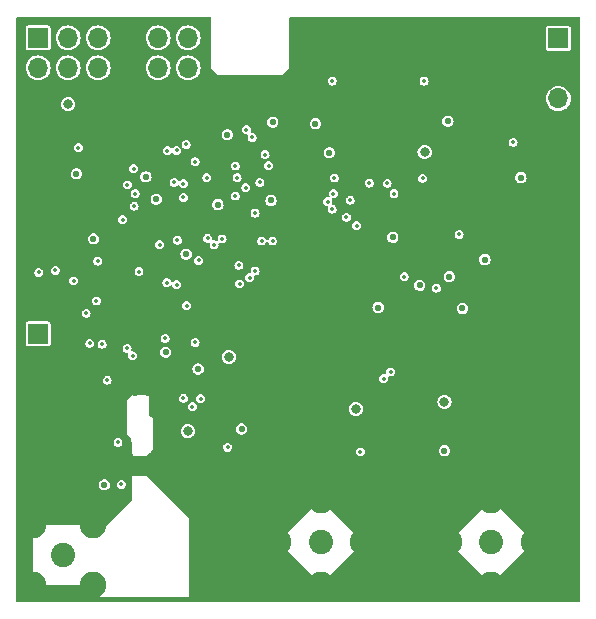
<source format=gbr>
%TF.GenerationSoftware,KiCad,Pcbnew,(6.0.4)*%
%TF.CreationDate,2023-05-22T00:57:41+09:00*%
%TF.ProjectId,RFB,5246422e-6b69-4636-9164-5f7063625858,rev?*%
%TF.SameCoordinates,Original*%
%TF.FileFunction,Copper,L5,Inr*%
%TF.FilePolarity,Positive*%
%FSLAX46Y46*%
G04 Gerber Fmt 4.6, Leading zero omitted, Abs format (unit mm)*
G04 Created by KiCad (PCBNEW (6.0.4)) date 2023-05-22 00:57:41*
%MOMM*%
%LPD*%
G01*
G04 APERTURE LIST*
%TA.AperFunction,ComponentPad*%
%ADD10C,2.600000*%
%TD*%
%TA.AperFunction,ComponentPad*%
%ADD11C,2.250000*%
%TD*%
%TA.AperFunction,ComponentPad*%
%ADD12C,2.050000*%
%TD*%
%TA.AperFunction,ComponentPad*%
%ADD13R,1.700000X1.700000*%
%TD*%
%TA.AperFunction,ComponentPad*%
%ADD14O,1.700000X1.700000*%
%TD*%
%TA.AperFunction,ComponentPad*%
%ADD15C,0.500000*%
%TD*%
%TA.AperFunction,ViaPad*%
%ADD16C,0.550000*%
%TD*%
%TA.AperFunction,ViaPad*%
%ADD17C,0.350000*%
%TD*%
%TA.AperFunction,ViaPad*%
%ADD18C,0.800000*%
%TD*%
G04 APERTURE END LIST*
D10*
%TO.N,GND*%
%TO.C,H3*%
X51689000Y-98704400D03*
%TD*%
D11*
%TO.N,GND*%
%TO.C,J3*%
X39598600Y-99441000D03*
X39598600Y-104521000D03*
X34518600Y-104521000D03*
X34518600Y-99441000D03*
D12*
%TO.N,/PA/RF_O*%
X37058600Y-101981000D03*
%TD*%
D11*
%TO.N,GND*%
%TO.C,J2*%
X58851800Y-104455502D03*
X62443902Y-100863400D03*
X58851800Y-97271298D03*
X55259698Y-100863400D03*
D12*
%TO.N,/Mixer/MIX_RFB*%
X58851800Y-100863400D03*
%TD*%
%TO.N,/Mixer/MIX_RFA*%
%TO.C,J1*%
X73304400Y-100863400D03*
D11*
%TO.N,GND*%
X73304400Y-104455502D03*
X69712298Y-100863400D03*
X73304400Y-97271298D03*
X76896502Y-100863400D03*
%TD*%
D10*
%TO.N,GND*%
%TO.C,H1*%
X77673200Y-95478600D03*
%TD*%
D13*
%TO.N,/3V3D*%
%TO.C,J9*%
X34950400Y-83230800D03*
D14*
%TO.N,GND*%
X34950400Y-85770800D03*
%TD*%
D10*
%TO.N,GND*%
%TO.C,H2*%
X73304400Y-60452000D03*
%TD*%
D13*
%TO.N,/3V6*%
%TO.C,J7*%
X34950400Y-58166000D03*
D14*
X34950400Y-60706000D03*
%TO.N,VCC*%
X37490400Y-58166000D03*
X37490400Y-60706000D03*
%TO.N,/12V*%
X40030400Y-58166000D03*
X40030400Y-60706000D03*
%TO.N,GND*%
X42570400Y-58166000D03*
X42570400Y-60706000D03*
%TO.N,/LNA_EN1*%
X45110400Y-58166000D03*
%TO.N,/LNA_EN2*%
X45110400Y-60706000D03*
%TO.N,/LNA_S1*%
X47650400Y-58166000D03*
%TO.N,/LNA_S2*%
X47650400Y-60706000D03*
%TD*%
D15*
%TO.N,GND*%
%TO.C,U8*%
X66594100Y-92342400D03*
X64594100Y-91342400D03*
X66594100Y-90342400D03*
X64594100Y-90342400D03*
X65594100Y-91342400D03*
X65594100Y-90342400D03*
X66594100Y-91342400D03*
X64594100Y-92342400D03*
X65594100Y-92342400D03*
%TD*%
%TO.N,GND*%
%TO.C,U3*%
X63728600Y-80146400D03*
X62728600Y-78146400D03*
X64728600Y-78146400D03*
X63728600Y-79146400D03*
X64728600Y-80146400D03*
X62728600Y-79146400D03*
X64728600Y-79146400D03*
X62728600Y-80146400D03*
X63728600Y-78146400D03*
%TD*%
D13*
%TO.N,/12V*%
%TO.C,J6*%
X78994000Y-58216800D03*
D14*
%TO.N,GND*%
X78994000Y-60756800D03*
%TO.N,/3V6*%
X78994000Y-63296800D03*
%TD*%
D15*
%TO.N,GND*%
%TO.C,IC3*%
X63736200Y-68417900D03*
X63736200Y-67142900D03*
X65011200Y-68417900D03*
X62461200Y-68417900D03*
X63736200Y-69692900D03*
X61186200Y-68417900D03*
X61186200Y-67142900D03*
X62461200Y-69692900D03*
X65011200Y-64592900D03*
X66286200Y-67142900D03*
X63736200Y-64592900D03*
X66286200Y-69692900D03*
X63736200Y-65867900D03*
X61186200Y-64592900D03*
X66286200Y-68417900D03*
X62461200Y-67142900D03*
X66286200Y-64592900D03*
X65011200Y-65867900D03*
X62461200Y-65867900D03*
X66286200Y-65867900D03*
X65011200Y-69692900D03*
X62461200Y-64592900D03*
X61186200Y-69692900D03*
X65011200Y-67142900D03*
X61186200Y-65867900D03*
%TD*%
%TO.N,GND*%
%TO.C,U4*%
X43422800Y-83203800D03*
X43452800Y-79203800D03*
X40722800Y-80473800D03*
X41992800Y-83203800D03*
X43452800Y-80473800D03*
X41992800Y-80473800D03*
X44722800Y-81933800D03*
X43452800Y-81933800D03*
X41992800Y-81933800D03*
X44722800Y-80473800D03*
X41992800Y-79203800D03*
X40722800Y-81933800D03*
%TD*%
D16*
%TO.N,GND*%
X38379400Y-84505800D03*
D17*
X37998400Y-86563200D03*
X42265600Y-86563200D03*
X40132000Y-90830400D03*
X59334400Y-95097600D03*
X59334400Y-92964000D03*
X57200800Y-95097600D03*
X57200800Y-92964000D03*
X78536800Y-90830400D03*
X78536800Y-92964000D03*
X78536800Y-86563200D03*
X78536800Y-88696800D03*
X59334400Y-78028800D03*
X52933600Y-80162400D03*
X55067200Y-84429600D03*
X55067200Y-78028800D03*
X55067200Y-80162400D03*
X57200800Y-75895200D03*
X57200800Y-78028800D03*
X57200800Y-67360800D03*
X57200800Y-69494400D03*
X48666400Y-63093600D03*
X55067200Y-63093600D03*
X52933600Y-63093600D03*
X57200800Y-65227200D03*
X57200800Y-58826400D03*
X57200800Y-63093600D03*
X65735200Y-58826400D03*
X61468000Y-58826400D03*
X63601600Y-58826400D03*
X76403200Y-58826400D03*
X70002400Y-58826400D03*
X72136000Y-58826400D03*
X76403200Y-65227200D03*
X76403200Y-67360800D03*
X78536800Y-69494400D03*
X78536800Y-75895200D03*
X72136000Y-71628000D03*
X78536800Y-71628000D03*
X74269600Y-71628000D03*
X76403200Y-71628000D03*
X72136000Y-73761600D03*
X74269600Y-73761600D03*
X76403200Y-73761600D03*
X48666400Y-105765600D03*
X48666400Y-103632000D03*
X48666400Y-97231200D03*
X48666400Y-101498400D03*
X48666400Y-99364800D03*
X50800000Y-95097600D03*
X48666400Y-95097600D03*
X52933600Y-88696800D03*
X52933600Y-95097600D03*
X52933600Y-92964000D03*
X55067200Y-95097600D03*
X55067200Y-90830400D03*
X55067200Y-92964000D03*
X72136000Y-95097600D03*
X72136000Y-92964000D03*
X74269600Y-90830400D03*
X74269600Y-95097600D03*
X74269600Y-92964000D03*
X76403200Y-88696800D03*
X76403200Y-86563200D03*
X76403200Y-92964000D03*
X76403200Y-90830400D03*
X78536800Y-84429600D03*
X74269600Y-84429600D03*
X76403200Y-84429600D03*
X76403200Y-82296000D03*
X78536800Y-82296000D03*
X74269600Y-82296000D03*
X76403200Y-80162400D03*
X78536800Y-80162400D03*
X74269600Y-80162400D03*
X76403200Y-78028800D03*
X78536800Y-78028800D03*
X33731200Y-63093600D03*
X33731200Y-69494400D03*
X33731200Y-65227200D03*
X33731200Y-67360800D03*
X35864800Y-75895200D03*
X35864800Y-71628000D03*
X35864800Y-73761600D03*
X33731200Y-71628000D03*
X33731200Y-78028800D03*
X33731200Y-73761600D03*
X33731200Y-75895200D03*
X33731200Y-86563200D03*
X33731200Y-84429600D03*
X33731200Y-88696800D03*
X40132000Y-88696800D03*
X35864800Y-88696800D03*
X35864800Y-95097600D03*
X35864800Y-90830400D03*
X35864800Y-92964000D03*
X33731200Y-105765600D03*
X33731200Y-101498400D03*
X33731200Y-90830400D03*
X33731200Y-97231200D03*
X33731200Y-92964000D03*
X33731200Y-95097600D03*
X35864800Y-97231200D03*
X35864800Y-105765600D03*
X50800000Y-97231200D03*
X50800000Y-103632000D03*
X50800000Y-105765600D03*
X50800000Y-101498400D03*
X52933600Y-97231200D03*
X52933600Y-103632000D03*
X52933600Y-105765600D03*
X52933600Y-101498400D03*
X55067200Y-97231200D03*
X55067200Y-103632000D03*
X55067200Y-105765600D03*
X57200800Y-97231200D03*
X57200800Y-103632000D03*
X57200800Y-105765600D03*
X61468000Y-103632000D03*
X61468000Y-105765600D03*
X63601600Y-103632000D03*
X63601600Y-105765600D03*
X63601600Y-99364800D03*
X65735200Y-97231200D03*
X65735200Y-103632000D03*
X65735200Y-105765600D03*
X65735200Y-99364800D03*
X65735200Y-101498400D03*
X67868800Y-103632000D03*
X67868800Y-105765600D03*
X67868800Y-99364800D03*
X67868800Y-101498400D03*
X70002400Y-103632000D03*
X70002400Y-105765600D03*
X72136000Y-105765600D03*
X74269600Y-105765600D03*
X76403200Y-97231200D03*
X76403200Y-103632000D03*
X76403200Y-105765600D03*
X76403200Y-99364800D03*
X78536800Y-97231200D03*
X78536800Y-103632000D03*
X78536800Y-105765600D03*
X78536800Y-99364800D03*
X78536800Y-101498400D03*
X80670400Y-56692800D03*
X80670400Y-58826400D03*
X80670400Y-78028800D03*
X80670400Y-73761600D03*
X80670400Y-75895200D03*
X80670400Y-80162400D03*
X80670400Y-86563200D03*
X80670400Y-82296000D03*
X80670400Y-84429600D03*
X80670400Y-88696800D03*
X80670400Y-95097600D03*
X80670400Y-90830400D03*
X80670400Y-92964000D03*
X80670400Y-97231200D03*
X80670400Y-99364800D03*
X80670400Y-101498400D03*
X80670400Y-105765600D03*
X80670400Y-103632000D03*
X46217789Y-97119389D03*
X63844600Y-93497400D03*
X39014400Y-97053400D03*
X39725600Y-97053400D03*
X39725600Y-96342200D03*
X39014400Y-97764600D03*
X39725600Y-97764600D03*
X41148000Y-97764600D03*
X40436800Y-97764600D03*
X41630600Y-98272600D03*
X41127706Y-98775494D03*
X42133494Y-97769706D03*
X40792400Y-105714800D03*
X41503600Y-105714800D03*
X42926000Y-105714800D03*
X42214800Y-105714800D03*
X43637201Y-105714800D03*
X45059600Y-105714800D03*
X45770800Y-105714800D03*
X47193200Y-105714800D03*
X46482000Y-105714800D03*
X44348400Y-105714800D03*
X47904400Y-104292400D03*
X47904400Y-105003600D03*
X47904400Y-105714800D03*
X47904400Y-103581200D03*
X47904400Y-99314000D03*
X47904400Y-101447600D03*
X47904400Y-102869999D03*
X47904400Y-102158800D03*
X47904400Y-100736400D03*
X47904400Y-100025200D03*
X47731706Y-98633306D03*
X47228811Y-98130411D03*
X44709106Y-95610706D03*
X45212000Y-96113600D03*
X46720683Y-97622283D03*
X46126400Y-93726000D03*
X45821599Y-94411800D03*
X46101000Y-90881200D03*
X45491400Y-90525600D03*
X46101000Y-90170000D03*
X45491400Y-89814400D03*
X46101000Y-89458800D03*
X45491400Y-91236800D03*
X44881800Y-93014800D03*
X45491400Y-93370400D03*
X45491400Y-92659200D03*
X45491400Y-91948000D03*
X42976800Y-94411800D03*
X45110400Y-94411800D03*
X43688000Y-94411800D03*
X44399199Y-94411800D03*
X42291000Y-94183200D03*
X41986200Y-95173800D03*
X41275000Y-95173800D03*
X40563801Y-95173800D03*
X42748200Y-96393000D03*
X42748200Y-95097600D03*
X43459400Y-95097600D03*
X44170600Y-95097600D03*
X39903400Y-93726000D03*
X39547800Y-93116400D03*
X39192200Y-93726000D03*
X41681400Y-93116400D03*
X40970200Y-93116400D03*
X40614600Y-93726000D03*
X40259000Y-93116400D03*
X41605200Y-93853000D03*
X44881800Y-91592400D03*
X44881800Y-92303600D03*
X44881800Y-90881201D03*
X44881800Y-93726000D03*
X44170600Y-93726000D03*
X43459400Y-93726000D03*
X42773600Y-93497400D03*
X42265600Y-91465400D03*
X42265600Y-90754200D03*
X42265600Y-89331800D03*
X42265600Y-90043000D03*
X42418000Y-88646000D03*
X42545000Y-92125800D03*
%TO.N,Net-(IC5-Pad1)*%
X41706800Y-92405200D03*
%TO.N,Net-(IC5-Pad12)*%
X41986200Y-95961200D03*
%TO.N,GND*%
X51562000Y-92075000D03*
X50749200Y-93853000D03*
X50139600Y-94208600D03*
X49428400Y-94208600D03*
X48209200Y-93497400D03*
X47599600Y-93141799D03*
X47599600Y-92430600D03*
X48209200Y-92786200D03*
X48818800Y-93853000D03*
X48818800Y-93141800D03*
X48818800Y-92430600D03*
X52273200Y-92075000D03*
X49428400Y-93497400D03*
X49428400Y-92075001D03*
X50139600Y-93497400D03*
X50139600Y-92075000D03*
X50139600Y-92786200D03*
X49428400Y-91363800D03*
X49428400Y-92786200D03*
X50139600Y-91363800D03*
X44475400Y-90017600D03*
D18*
%TO.N,/PA_8VA*%
X47625000Y-91465400D03*
D17*
%TO.N,VCC*%
X50977800Y-92837000D03*
D16*
%TO.N,GND*%
X43103800Y-88239600D03*
D17*
X35585400Y-79375000D03*
X35585400Y-80086200D03*
X36550600Y-80086200D03*
X35585400Y-80797400D03*
X69545200Y-99263200D03*
X71780400Y-97078800D03*
X71069200Y-97078800D03*
X60553600Y-90170000D03*
X61498506Y-76128906D03*
X57480200Y-74498200D03*
X74549000Y-65684400D03*
X68259883Y-75402517D03*
X43992800Y-72593200D03*
X58785683Y-79263317D03*
X48945800Y-74498200D03*
X72847200Y-64846200D03*
X41529000Y-65049400D03*
X66232989Y-85308389D03*
X50038000Y-90043000D03*
X71424800Y-64846200D03*
X65968906Y-95153506D03*
X66395600Y-87985600D03*
X68173600Y-59639200D03*
X64449883Y-96281317D03*
X61290200Y-74498200D03*
X63728600Y-84048600D03*
X50571399Y-82143600D03*
X67360800Y-94081600D03*
X67843400Y-88392000D03*
X63347600Y-86410800D03*
X66969589Y-75118011D03*
X60370694Y-75001094D03*
X46736000Y-87655400D03*
X65460906Y-76626694D03*
X51282600Y-82143600D03*
X67756989Y-75905411D03*
X62306200Y-72390000D03*
X60452000Y-63042800D03*
X67005200Y-63042800D03*
X59283600Y-59639200D03*
X55778400Y-66319400D03*
X34315400Y-79679800D03*
X47726600Y-83261200D03*
X69646800Y-71577201D03*
X62006506Y-99385094D03*
X67843400Y-86969600D03*
X47015400Y-82143600D03*
X58191400Y-74498200D03*
X53898800Y-85496400D03*
X70901483Y-77784883D03*
X73939400Y-66040000D03*
D16*
X61544200Y-97450877D03*
D17*
X73863200Y-86791800D03*
X50647600Y-90398600D03*
X69265672Y-74396728D03*
X44399200Y-68351400D03*
X63728600Y-81838800D03*
X67472483Y-74615117D03*
X65341500Y-93929200D03*
X73939400Y-65328800D03*
X73837800Y-67589400D03*
X67884117Y-94604917D03*
X69646800Y-70154800D03*
X51993801Y-82143600D03*
X63444094Y-97287106D03*
X56921400Y-73406000D03*
X38887400Y-71932800D03*
X72598177Y-85094977D03*
X60985400Y-78130400D03*
D16*
X70243700Y-96875600D03*
D17*
X50038000Y-88620600D03*
X46228000Y-75819000D03*
X62773483Y-94554117D03*
X68478272Y-73609328D03*
X73106306Y-85603106D03*
X49047400Y-73406000D03*
X70535800Y-82702400D03*
X46304200Y-82143600D03*
X69596000Y-61061600D03*
X64617600Y-73456800D03*
D16*
X38887400Y-87172800D03*
D17*
X54838600Y-83261200D03*
X65354200Y-94640400D03*
X56210200Y-73406000D03*
X69646800Y-72288400D03*
X50469800Y-73406000D03*
X56972200Y-84683600D03*
X50368200Y-74498200D03*
X51181000Y-73406000D03*
X62270589Y-95057011D03*
X55549800Y-83261200D03*
X48336200Y-73406000D03*
X36550601Y-80797400D03*
X71592389Y-84089189D03*
X46863001Y-85354212D03*
X49453800Y-65709800D03*
X69392800Y-76276200D03*
X65963800Y-76123800D03*
X69895694Y-75773306D03*
X33604200Y-79679800D03*
X49530000Y-68224400D03*
X74549000Y-64262000D03*
X59004200Y-66929000D03*
X57277000Y-80772000D03*
X49758600Y-73406000D03*
X48437800Y-82143600D03*
X68173600Y-58216801D03*
X35814000Y-64871600D03*
X70205600Y-88341200D03*
X66395600Y-88696800D03*
X66548000Y-87122000D03*
X66471800Y-95656400D03*
X74549000Y-64973200D03*
X50038000Y-89331800D03*
D16*
X63119000Y-92354400D03*
D17*
X46360106Y-85857106D03*
D16*
X68541900Y-90449400D03*
D17*
X63632234Y-85120634D03*
X71729600Y-81153000D03*
X63946989Y-96784211D03*
X47396400Y-79984600D03*
X56743600Y-90500200D03*
X56972200Y-83972400D03*
X63347600Y-87325200D03*
X49428399Y-89687400D03*
X55549800Y-82143600D03*
X59131200Y-68580000D03*
X71089494Y-83586294D03*
X57632600Y-71958200D03*
X59283600Y-58216800D03*
X36449000Y-78968600D03*
X68529200Y-72186800D03*
X37769800Y-81711800D03*
X38658800Y-73787000D03*
X65227200Y-84302600D03*
X54127401Y-82143600D03*
X61569600Y-72618600D03*
X69895694Y-76779094D03*
X61214000Y-77419200D03*
D16*
X60642361Y-96544199D03*
D17*
X60690811Y-87792611D03*
X56261000Y-83261200D03*
X42062400Y-63500000D03*
D16*
X61379100Y-94107000D03*
D17*
X67691000Y-97815400D03*
X63855600Y-87833200D03*
X40284400Y-76022200D03*
X64465200Y-72593200D03*
X74447400Y-68656200D03*
X49860200Y-82143600D03*
X63129339Y-84617739D03*
X50571399Y-83261200D03*
X61341000Y-79121000D03*
X73863200Y-87503000D03*
X73609200Y-86106000D03*
X72136000Y-64846200D03*
X67843400Y-86258399D03*
X41275000Y-75158600D03*
X64688694Y-95128106D03*
X69596000Y-58216800D03*
X73863200Y-89636599D03*
X50317400Y-64973200D03*
X66746094Y-77922094D03*
X69392800Y-96113600D03*
X67254094Y-76408306D03*
X47365895Y-85857106D03*
X41532816Y-71932800D03*
X64363600Y-88341200D03*
X64465200Y-71882000D03*
X74447400Y-67945000D03*
X47726600Y-82143600D03*
X69646800Y-73710800D03*
X69596000Y-59639200D03*
X70002400Y-69367400D03*
X46304200Y-83261200D03*
X40821616Y-71932800D03*
D16*
X41579800Y-86055200D03*
D17*
X56972200Y-85394800D03*
X67589400Y-83972400D03*
X53187600Y-85496400D03*
X37261800Y-80797400D03*
X37312600Y-74650600D03*
D16*
X62445761Y-98347599D03*
X68440300Y-98653600D03*
D17*
X60452000Y-62331600D03*
X67005200Y-63754000D03*
X68732400Y-67132200D03*
X60711106Y-76916306D03*
D16*
X69339442Y-97764600D03*
D17*
X48260000Y-79273400D03*
X62204600Y-74777600D03*
X69748400Y-94792800D03*
X60553600Y-72847200D03*
X73863200Y-88925400D03*
X56743600Y-89077800D03*
X60208211Y-76413411D03*
X62001400Y-76631800D03*
X68783200Y-94081600D03*
X64439800Y-76352400D03*
X59055000Y-63020000D03*
X43455584Y-66675000D03*
X43988984Y-63500000D03*
X60045600Y-73406000D03*
X58795894Y-75001094D03*
X41656000Y-67818000D03*
X56743600Y-88366600D03*
X66979800Y-60785000D03*
X67975377Y-74112223D03*
X52705000Y-82143600D03*
X48615600Y-85191600D03*
X66182317Y-96306717D03*
X60477400Y-60782200D03*
X63728600Y-76784200D03*
X51866800Y-89687400D03*
D16*
X45364400Y-88239600D03*
D17*
X74549000Y-66395600D03*
X57937400Y-69596000D03*
X51282600Y-83261200D03*
X56972199Y-82143600D03*
X56743600Y-89789000D03*
X57861200Y-58216800D03*
X68762777Y-74899623D03*
X39319200Y-72872600D03*
X73837800Y-68300600D03*
X40817800Y-70002400D03*
X66045106Y-86619106D03*
X59705317Y-75910517D03*
X37261801Y-80086200D03*
X60375800Y-86766400D03*
X54838600Y-82143600D03*
X66751200Y-76911200D03*
X56769000Y-74498200D03*
X73939400Y-66751200D03*
X37541200Y-71272400D03*
X71729600Y-81864200D03*
X46863000Y-86360000D03*
X66685211Y-96809611D03*
X62712600Y-75895200D03*
X57779894Y-80269106D03*
X43764200Y-74498200D03*
X59867800Y-74498200D03*
X66248306Y-77414094D03*
X47015400Y-83261200D03*
X55346600Y-74498200D03*
X40821616Y-70971416D03*
X59334400Y-73406000D03*
X56743600Y-87655400D03*
X60198000Y-88366600D03*
X69418200Y-81559400D03*
X68387011Y-95107811D03*
X61193706Y-88295506D03*
X70398589Y-76276200D03*
X40690800Y-73736200D03*
X54127400Y-83261200D03*
X57632600Y-70256400D03*
X61696600Y-88798400D03*
X70713600Y-64846200D03*
X64114706Y-73959694D03*
X42244016Y-71932800D03*
X65542211Y-86116211D03*
X68300600Y-70091856D03*
X52476400Y-85496400D03*
X67106800Y-94742000D03*
X47269400Y-84632800D03*
X61767694Y-95559906D03*
X74447400Y-67233800D03*
X60452000Y-63754000D03*
X70398589Y-77281989D03*
X68427600Y-65278000D03*
X43027600Y-63500000D03*
X36068000Y-68986400D03*
X73863200Y-88214200D03*
X70205600Y-87630000D03*
X53416200Y-83261200D03*
X49428400Y-88976200D03*
X70891400Y-82092800D03*
X40821616Y-72894184D03*
X64439800Y-75615800D03*
X53416201Y-82143600D03*
X66649600Y-94081600D03*
X68173600Y-61061600D03*
X64820800Y-88874600D03*
X49428400Y-90398600D03*
X67005200Y-62331600D03*
X62809094Y-71887106D03*
X58750200Y-70485000D03*
X59283600Y-61061600D03*
X48234600Y-74498200D03*
X49530000Y-71272400D03*
X62814200Y-74320400D03*
X44932600Y-69596000D03*
X49530000Y-69240400D03*
X52704999Y-83261200D03*
X33604201Y-78968600D03*
X51993800Y-83261200D03*
X69646800Y-72999600D03*
X67188106Y-97312506D03*
X54635400Y-74498200D03*
X42490384Y-65049400D03*
X71729600Y-82575400D03*
X37236400Y-64871600D03*
D16*
X44231400Y-88239600D03*
D17*
X56057800Y-74498200D03*
X49657000Y-74498200D03*
X66466694Y-75620906D03*
X51257200Y-90043000D03*
X34315400Y-78968600D03*
X34645600Y-68986400D03*
X50647600Y-89687400D03*
X70205600Y-83362800D03*
X56261000Y-82143600D03*
X62341811Y-85405011D03*
X68529200Y-71475600D03*
D16*
X68186300Y-92329000D03*
D17*
X68529200Y-70764401D03*
X71404377Y-77281989D03*
X50038000Y-87909400D03*
X67843400Y-87680800D03*
X45847000Y-86360000D03*
X56972200Y-81432400D03*
X56972200Y-83261200D03*
X37490400Y-68986400D03*
X62844706Y-85907906D03*
D16*
X69672200Y-63169800D03*
D17*
X72095283Y-84592083D03*
X48437800Y-83261200D03*
X70942200Y-69138800D03*
X49860200Y-83261200D03*
X38608000Y-77546200D03*
X65039317Y-85613317D03*
X70901483Y-76779094D03*
X57632600Y-73329800D03*
X57861200Y-61061600D03*
X73939400Y-64617600D03*
X64033400Y-94208600D03*
X64135000Y-85623400D03*
X58282789Y-79766211D03*
X68889906Y-95610706D03*
X57861200Y-59639200D03*
X69646800Y-70866000D03*
X63611811Y-74462589D03*
X59055000Y-64925000D03*
X68529200Y-72898000D03*
%TO.N,/3V3D*%
X42087800Y-73558400D03*
X35001200Y-78028800D03*
X43154600Y-71348600D03*
X38354000Y-67462400D03*
X48006000Y-89382600D03*
X43027600Y-69240400D03*
D16*
X39624000Y-75184000D03*
X38176200Y-69672200D03*
D17*
X43078400Y-72415400D03*
%TO.N,/ADC_REFCLKN*%
X61048900Y-73355200D03*
%TO.N,/ADC_REFCLKP*%
X61912500Y-74066400D03*
%TO.N,/PLL_CE*%
X46456600Y-70408800D03*
X39979600Y-77063600D03*
%TO.N,Net-(C32-Pad1)*%
X46659800Y-79070200D03*
%TO.N,/PLL_RFMXN*%
X64190397Y-87020400D03*
%TO.N,/PLL_RFMXP*%
X64782700Y-86458738D03*
%TO.N,/PLL_RAMPCLK*%
X40360600Y-84099400D03*
X48539400Y-77012800D03*
%TO.N,/PLL_RAMPDIR*%
X39319200Y-84023200D03*
X45237400Y-75666600D03*
%TO.N,Net-(C30-Pad2)*%
X39014400Y-81483200D03*
%TO.N,/PLL_3V3A*%
X47523400Y-80848200D03*
X42474000Y-84449800D03*
D16*
X45745400Y-84785200D03*
D17*
X39878000Y-80441800D03*
X43484800Y-77952600D03*
X45847000Y-78892400D03*
D16*
%TO.N,/IF_VCM*%
X64973200Y-75057000D03*
D17*
X65938400Y-78395900D03*
%TO.N,/PA_EN*%
X51943000Y-77419200D03*
X40792400Y-87147400D03*
%TO.N,/ADC_RESET*%
X54787800Y-75361800D03*
X65074800Y-71348600D03*
D16*
%TO.N,/1V8D*%
X58420000Y-65430400D03*
X69634100Y-65227200D03*
D17*
%TO.N,/ADC_1V8A*%
X60020200Y-70027800D03*
D16*
X59588400Y-67894200D03*
D18*
X67665600Y-67843400D03*
D17*
X64496701Y-70479001D03*
X62986200Y-70457600D03*
X67487800Y-70053200D03*
D18*
%TO.N,/MIX_5VA*%
X61836300Y-89585800D03*
X69342000Y-88976200D03*
D17*
X62230000Y-93218000D03*
D16*
X69342000Y-93116400D03*
%TO.N,/IFF_3V3A*%
X63728600Y-81000600D03*
X69746354Y-78384401D03*
X67233800Y-79121000D03*
%TO.N,/PA_8VA*%
X40538400Y-96012000D03*
%TO.N,/12V*%
X52171600Y-91287600D03*
X70866000Y-81076800D03*
%TO.N,/3V6*%
X75819000Y-70002400D03*
X72771000Y-76936600D03*
X48488600Y-86207600D03*
D17*
%TO.N,/LNA_EN1*%
X46659800Y-67691000D03*
%TO.N,/LNA_EN2*%
X45872400Y-67716400D03*
%TO.N,/CAN_R*%
X53060600Y-66598800D03*
%TO.N,/CAN_T*%
X52578000Y-65938400D03*
%TO.N,Net-(R1-Pad1)*%
X36398200Y-77851000D03*
%TO.N,/MCU_REFCLK*%
X42494200Y-70612000D03*
%TO.N,/STM_NRST*%
X46736000Y-75285600D03*
X37947600Y-78740000D03*
%TO.N,VCC*%
X47244000Y-88671400D03*
D16*
X44942463Y-71831200D03*
X50952400Y-66370200D03*
D17*
X59842400Y-61823600D03*
X67614800Y-61823600D03*
X70586600Y-74803000D03*
D16*
X47472600Y-76479400D03*
D18*
X37490400Y-63779400D03*
D16*
X54813200Y-65303400D03*
D17*
X68656200Y-79349600D03*
D16*
X50165000Y-72288400D03*
D18*
X51079400Y-85191600D03*
D16*
X54660800Y-71932800D03*
D17*
X75158600Y-67005200D03*
D16*
X44069000Y-69926200D03*
D17*
%TO.N,/SPI_SCK*%
X53314600Y-77901800D03*
X53314600Y-72999600D03*
X59461400Y-72034400D03*
%TO.N,/SPI_MOSI*%
X54457600Y-68986400D03*
X52857400Y-78460600D03*
X59944000Y-71348600D03*
%TO.N,/SPI_CS_ADC*%
X59842400Y-72669400D03*
X53873400Y-75361800D03*
%TO.N,/ADC/ADC_SDO*%
X61366400Y-71907400D03*
%TO.N,/SPI_CS_PLL*%
X42951400Y-85090000D03*
X48234600Y-83947000D03*
%TO.N,/Generator/MUXOUT*%
X45694600Y-83616800D03*
%TO.N,/SPI_MISO*%
X53721000Y-70408800D03*
X51993800Y-78994000D03*
%TO.N,/Power/2V5_PG*%
X48691800Y-88722200D03*
%TO.N,/STM_GPB4*%
X47472600Y-67183000D03*
%TO.N,/STM_GPB5*%
X48234600Y-68656200D03*
%TO.N,/STM_GPB8*%
X47244000Y-70510400D03*
%TO.N,/STM_GPA0*%
X47244000Y-71678800D03*
X49288064Y-75124195D03*
%TO.N,/STM_GPA1*%
X49834800Y-75666600D03*
X51638200Y-71551800D03*
%TO.N,/STM_GPB12*%
X51638200Y-69011800D03*
%TO.N,/STM_GPA3*%
X49225200Y-70002400D03*
X50520600Y-75184000D03*
%TO.N,/STM_GPA4*%
X51790600Y-70002400D03*
%TO.N,/STM_GPA5*%
X52527200Y-70840600D03*
%TO.N,/STM_GPA8*%
X54152800Y-68046600D03*
%TD*%
%TA.AperFunction,Conductor*%
%TO.N,GND*%
G36*
X49565391Y-56378807D02*
G01*
X49601355Y-56428307D01*
X49606200Y-56458900D01*
X49606200Y-60731400D01*
X50190400Y-61315600D01*
X55626000Y-61315600D01*
X56210200Y-60731400D01*
X56210200Y-59086548D01*
X77943500Y-59086548D01*
X77955133Y-59145031D01*
X77999448Y-59211352D01*
X78065769Y-59255667D01*
X78075332Y-59257569D01*
X78075334Y-59257570D01*
X78098005Y-59262079D01*
X78124252Y-59267300D01*
X79863748Y-59267300D01*
X79889995Y-59262079D01*
X79912666Y-59257570D01*
X79912668Y-59257569D01*
X79922231Y-59255667D01*
X79988552Y-59211352D01*
X80032867Y-59145031D01*
X80044500Y-59086548D01*
X80044500Y-57347052D01*
X80032867Y-57288569D01*
X79988552Y-57222248D01*
X79922231Y-57177933D01*
X79912668Y-57176031D01*
X79912666Y-57176030D01*
X79889629Y-57171448D01*
X79863748Y-57166300D01*
X78124252Y-57166300D01*
X78098371Y-57171448D01*
X78075334Y-57176030D01*
X78075332Y-57176031D01*
X78065769Y-57177933D01*
X77999448Y-57222248D01*
X77955133Y-57288569D01*
X77943500Y-57347052D01*
X77943500Y-59086548D01*
X56210200Y-59086548D01*
X56210200Y-56458900D01*
X56229107Y-56400709D01*
X56278607Y-56364745D01*
X56309200Y-56359900D01*
X80751900Y-56359900D01*
X80810091Y-56378807D01*
X80846055Y-56428307D01*
X80850900Y-56458900D01*
X80850900Y-105847100D01*
X80831993Y-105905291D01*
X80782493Y-105941255D01*
X80751900Y-105946100D01*
X33192500Y-105946100D01*
X33134309Y-105927193D01*
X33098345Y-105877693D01*
X33093500Y-105847100D01*
X33093500Y-104521000D01*
X34518600Y-104521000D01*
X39525155Y-104521000D01*
X39583346Y-104539907D01*
X39619899Y-104591288D01*
X39852600Y-105359200D01*
X40005000Y-105537000D01*
X47726600Y-105537000D01*
X47726600Y-100852698D01*
X55259698Y-100852698D01*
X58851800Y-104444800D01*
X62443902Y-100852698D01*
X69712298Y-100852698D01*
X73304400Y-104444800D01*
X76896502Y-100852698D01*
X73304400Y-97260595D01*
X69712298Y-100852698D01*
X62443902Y-100852698D01*
X58851800Y-97260595D01*
X55259698Y-100852698D01*
X47726600Y-100852698D01*
X47726600Y-98882200D01*
X44119800Y-95275400D01*
X42926000Y-95275400D01*
X42926000Y-97190192D01*
X42907093Y-97248383D01*
X42897004Y-97260196D01*
X40695481Y-99461719D01*
X40640964Y-99489496D01*
X40622874Y-99490681D01*
X38735000Y-99441000D01*
X34518600Y-99441000D01*
X34518600Y-104521000D01*
X33093500Y-104521000D01*
X33093500Y-96006131D01*
X40058046Y-96006131D01*
X40075706Y-96141186D01*
X40078546Y-96147640D01*
X40078547Y-96147644D01*
X40127721Y-96259400D01*
X40130562Y-96265856D01*
X40174383Y-96317988D01*
X40213665Y-96364720D01*
X40213668Y-96364722D01*
X40218204Y-96370119D01*
X40224075Y-96374027D01*
X40224076Y-96374028D01*
X40241016Y-96385304D01*
X40331587Y-96445593D01*
X40338314Y-96447695D01*
X40338317Y-96447696D01*
X40454863Y-96484107D01*
X40454864Y-96484107D01*
X40461595Y-96486210D01*
X40531688Y-96487495D01*
X40590724Y-96488577D01*
X40590726Y-96488577D01*
X40597777Y-96488706D01*
X40604580Y-96486851D01*
X40604582Y-96486851D01*
X40676810Y-96467159D01*
X40729186Y-96452880D01*
X40845258Y-96381612D01*
X40882777Y-96340162D01*
X40931929Y-96285859D01*
X40931929Y-96285858D01*
X40936661Y-96280631D01*
X40996049Y-96158054D01*
X40997801Y-96147644D01*
X41018013Y-96027506D01*
X41018013Y-96027505D01*
X41018647Y-96023737D01*
X41018790Y-96012000D01*
X41017950Y-96006131D01*
X41011515Y-95961200D01*
X41606019Y-95961200D01*
X41607238Y-95968897D01*
X41616521Y-96027506D01*
X41624626Y-96078682D01*
X41628162Y-96085621D01*
X41628162Y-96085622D01*
X41661523Y-96151096D01*
X41678627Y-96184665D01*
X41762735Y-96268773D01*
X41769672Y-96272308D01*
X41769674Y-96272309D01*
X41796268Y-96285859D01*
X41868718Y-96322774D01*
X41876411Y-96323993D01*
X41876413Y-96323993D01*
X41978503Y-96340162D01*
X41986200Y-96341381D01*
X41993897Y-96340162D01*
X42095987Y-96323993D01*
X42095989Y-96323993D01*
X42103682Y-96322774D01*
X42176132Y-96285859D01*
X42202726Y-96272309D01*
X42202728Y-96272308D01*
X42209665Y-96268773D01*
X42293773Y-96184665D01*
X42310878Y-96151096D01*
X42344238Y-96085622D01*
X42344238Y-96085621D01*
X42347774Y-96078682D01*
X42355880Y-96027506D01*
X42365162Y-95968897D01*
X42366381Y-95961200D01*
X42365162Y-95953503D01*
X42348993Y-95851413D01*
X42348993Y-95851411D01*
X42347774Y-95843718D01*
X42301643Y-95753180D01*
X42297309Y-95744674D01*
X42297308Y-95744672D01*
X42293773Y-95737735D01*
X42209665Y-95653627D01*
X42202728Y-95650092D01*
X42202726Y-95650091D01*
X42110622Y-95603162D01*
X42110621Y-95603162D01*
X42103682Y-95599626D01*
X42095989Y-95598407D01*
X42095987Y-95598407D01*
X41993897Y-95582238D01*
X41986200Y-95581019D01*
X41978503Y-95582238D01*
X41876413Y-95598407D01*
X41876411Y-95598407D01*
X41868718Y-95599626D01*
X41861779Y-95603162D01*
X41861778Y-95603162D01*
X41769674Y-95650091D01*
X41769672Y-95650092D01*
X41762735Y-95653627D01*
X41678627Y-95737735D01*
X41675092Y-95744672D01*
X41675091Y-95744674D01*
X41670757Y-95753180D01*
X41624626Y-95843718D01*
X41623407Y-95851411D01*
X41623407Y-95851413D01*
X41607238Y-95953503D01*
X41606019Y-95961200D01*
X41011515Y-95961200D01*
X41000481Y-95884155D01*
X40999481Y-95877171D01*
X40943106Y-95753180D01*
X40854196Y-95649996D01*
X40739901Y-95575913D01*
X40609406Y-95536887D01*
X40528855Y-95536395D01*
X40480255Y-95536098D01*
X40480254Y-95536098D01*
X40473204Y-95536055D01*
X40466427Y-95537992D01*
X40466426Y-95537992D01*
X40349022Y-95571546D01*
X40349020Y-95571547D01*
X40342242Y-95573484D01*
X40227050Y-95646165D01*
X40136887Y-95748255D01*
X40079001Y-95871548D01*
X40058046Y-96006131D01*
X33093500Y-96006131D01*
X33093500Y-92405200D01*
X41326619Y-92405200D01*
X41327838Y-92412897D01*
X41338302Y-92478962D01*
X41345226Y-92522682D01*
X41348762Y-92529621D01*
X41348762Y-92529622D01*
X41375960Y-92583000D01*
X41399227Y-92628665D01*
X41483335Y-92712773D01*
X41490272Y-92716308D01*
X41490274Y-92716309D01*
X41567878Y-92755850D01*
X41589318Y-92766774D01*
X41597011Y-92767993D01*
X41597013Y-92767993D01*
X41699103Y-92784162D01*
X41706800Y-92785381D01*
X41714497Y-92784162D01*
X41816587Y-92767993D01*
X41816589Y-92767993D01*
X41824282Y-92766774D01*
X41845722Y-92755850D01*
X41923326Y-92716309D01*
X41923328Y-92716308D01*
X41930265Y-92712773D01*
X42014373Y-92628665D01*
X42037641Y-92583000D01*
X42064838Y-92529622D01*
X42064838Y-92529621D01*
X42068374Y-92522682D01*
X42075299Y-92478962D01*
X42085762Y-92412897D01*
X42086981Y-92405200D01*
X42068374Y-92287718D01*
X42014373Y-92181735D01*
X41930265Y-92097627D01*
X41923328Y-92094092D01*
X41923326Y-92094091D01*
X41831222Y-92047162D01*
X41831221Y-92047162D01*
X41824282Y-92043626D01*
X41816589Y-92042407D01*
X41816587Y-92042407D01*
X41714497Y-92026238D01*
X41706800Y-92025019D01*
X41699103Y-92026238D01*
X41597013Y-92042407D01*
X41597011Y-92042407D01*
X41589318Y-92043626D01*
X41582379Y-92047162D01*
X41582378Y-92047162D01*
X41490274Y-92094091D01*
X41490272Y-92094092D01*
X41483335Y-92097627D01*
X41399227Y-92181735D01*
X41345226Y-92287718D01*
X41326619Y-92405200D01*
X33093500Y-92405200D01*
X33093500Y-91719400D01*
X42443400Y-91719400D01*
X42809904Y-92159205D01*
X42829892Y-92198568D01*
X42913983Y-92534933D01*
X42923044Y-92571176D01*
X42926000Y-92595187D01*
X42926000Y-93395800D01*
X43078400Y-93548200D01*
X44145200Y-93548200D01*
X44168905Y-93525573D01*
X44376109Y-93327787D01*
X44491124Y-93218000D01*
X61849819Y-93218000D01*
X61868426Y-93335482D01*
X61871962Y-93342421D01*
X61871962Y-93342422D01*
X61899160Y-93395800D01*
X61922427Y-93441465D01*
X62006535Y-93525573D01*
X62013472Y-93529108D01*
X62013474Y-93529109D01*
X62072402Y-93559134D01*
X62112518Y-93579574D01*
X62120211Y-93580793D01*
X62120213Y-93580793D01*
X62222303Y-93596962D01*
X62230000Y-93598181D01*
X62237697Y-93596962D01*
X62339787Y-93580793D01*
X62339789Y-93580793D01*
X62347482Y-93579574D01*
X62387598Y-93559134D01*
X62446526Y-93529109D01*
X62446528Y-93529108D01*
X62453465Y-93525573D01*
X62537573Y-93441465D01*
X62560841Y-93395800D01*
X62588038Y-93342422D01*
X62588038Y-93342421D01*
X62591574Y-93335482D01*
X62610181Y-93218000D01*
X62598552Y-93144573D01*
X62593160Y-93110531D01*
X68861646Y-93110531D01*
X68879306Y-93245586D01*
X68882146Y-93252040D01*
X68882147Y-93252044D01*
X68931321Y-93363800D01*
X68934162Y-93370256D01*
X68955634Y-93395800D01*
X69017265Y-93469120D01*
X69017268Y-93469122D01*
X69021804Y-93474519D01*
X69027675Y-93478427D01*
X69027676Y-93478428D01*
X69044616Y-93489704D01*
X69135187Y-93549993D01*
X69141914Y-93552095D01*
X69141917Y-93552096D01*
X69258463Y-93588507D01*
X69258464Y-93588507D01*
X69265195Y-93590610D01*
X69335288Y-93591895D01*
X69394324Y-93592977D01*
X69394326Y-93592977D01*
X69401377Y-93593106D01*
X69408180Y-93591251D01*
X69408182Y-93591251D01*
X69480410Y-93571559D01*
X69532786Y-93557280D01*
X69648858Y-93486012D01*
X69730514Y-93395800D01*
X69735529Y-93390259D01*
X69735529Y-93390258D01*
X69740261Y-93385031D01*
X69799649Y-93262454D01*
X69801401Y-93252044D01*
X69821613Y-93131906D01*
X69821613Y-93131905D01*
X69822247Y-93128137D01*
X69822390Y-93116400D01*
X69821550Y-93110531D01*
X69807840Y-93014800D01*
X69803081Y-92981571D01*
X69746706Y-92857580D01*
X69657796Y-92754396D01*
X69543501Y-92680313D01*
X69413006Y-92641287D01*
X69332455Y-92640795D01*
X69283855Y-92640498D01*
X69283854Y-92640498D01*
X69276804Y-92640455D01*
X69270027Y-92642392D01*
X69270026Y-92642392D01*
X69152622Y-92675946D01*
X69152620Y-92675947D01*
X69145842Y-92677884D01*
X69030650Y-92750565D01*
X68940487Y-92852655D01*
X68882601Y-92975948D01*
X68861646Y-93110531D01*
X62593160Y-93110531D01*
X62592793Y-93108213D01*
X62592793Y-93108211D01*
X62591574Y-93100518D01*
X62588038Y-93093578D01*
X62541109Y-93001474D01*
X62541108Y-93001472D01*
X62537573Y-92994535D01*
X62453465Y-92910427D01*
X62446528Y-92906892D01*
X62446526Y-92906891D01*
X62354422Y-92859962D01*
X62354421Y-92859962D01*
X62347482Y-92856426D01*
X62339789Y-92855207D01*
X62339787Y-92855207D01*
X62237697Y-92839038D01*
X62230000Y-92837819D01*
X62222303Y-92839038D01*
X62120213Y-92855207D01*
X62120211Y-92855207D01*
X62112518Y-92856426D01*
X62105579Y-92859962D01*
X62105578Y-92859962D01*
X62013474Y-92906891D01*
X62013472Y-92906892D01*
X62006535Y-92910427D01*
X61922427Y-92994535D01*
X61918892Y-93001472D01*
X61918891Y-93001474D01*
X61871962Y-93093578D01*
X61868426Y-93100518D01*
X61867207Y-93108211D01*
X61867207Y-93108213D01*
X61861448Y-93144573D01*
X61849819Y-93218000D01*
X44491124Y-93218000D01*
X44704000Y-93014800D01*
X44704000Y-92837000D01*
X50597619Y-92837000D01*
X50598838Y-92844697D01*
X50610121Y-92915933D01*
X50616226Y-92954482D01*
X50619762Y-92961421D01*
X50619762Y-92961422D01*
X50646960Y-93014800D01*
X50670227Y-93060465D01*
X50754335Y-93144573D01*
X50761272Y-93148108D01*
X50761274Y-93148109D01*
X50853378Y-93195038D01*
X50860318Y-93198574D01*
X50868011Y-93199793D01*
X50868013Y-93199793D01*
X50970103Y-93215962D01*
X50977800Y-93217181D01*
X50985497Y-93215962D01*
X51087587Y-93199793D01*
X51087589Y-93199793D01*
X51095282Y-93198574D01*
X51102222Y-93195038D01*
X51194326Y-93148109D01*
X51194328Y-93148108D01*
X51201265Y-93144573D01*
X51285373Y-93060465D01*
X51308641Y-93014800D01*
X51335838Y-92961422D01*
X51335838Y-92961421D01*
X51339374Y-92954482D01*
X51345480Y-92915933D01*
X51356762Y-92844697D01*
X51357981Y-92837000D01*
X51356762Y-92829303D01*
X51340593Y-92727213D01*
X51340593Y-92727211D01*
X51339374Y-92719518D01*
X51319398Y-92680313D01*
X51288909Y-92620474D01*
X51288908Y-92620472D01*
X51285373Y-92613535D01*
X51201265Y-92529427D01*
X51194328Y-92525892D01*
X51194326Y-92525891D01*
X51102222Y-92478962D01*
X51102221Y-92478962D01*
X51095282Y-92475426D01*
X51087589Y-92474207D01*
X51087587Y-92474207D01*
X50985497Y-92458038D01*
X50977800Y-92456819D01*
X50970103Y-92458038D01*
X50868013Y-92474207D01*
X50868011Y-92474207D01*
X50860318Y-92475426D01*
X50853379Y-92478962D01*
X50853378Y-92478962D01*
X50761274Y-92525891D01*
X50761272Y-92525892D01*
X50754335Y-92529427D01*
X50670227Y-92613535D01*
X50666692Y-92620472D01*
X50666691Y-92620474D01*
X50636202Y-92680313D01*
X50616226Y-92719518D01*
X50615007Y-92727211D01*
X50615007Y-92727213D01*
X50598838Y-92829303D01*
X50597619Y-92837000D01*
X44704000Y-92837000D01*
X44704000Y-91465400D01*
X47019318Y-91465400D01*
X47039956Y-91622162D01*
X47100464Y-91768241D01*
X47196718Y-91893682D01*
X47322159Y-91989936D01*
X47406857Y-92025019D01*
X47460315Y-92047162D01*
X47468238Y-92050444D01*
X47625000Y-92071082D01*
X47781762Y-92050444D01*
X47789686Y-92047162D01*
X47843143Y-92025019D01*
X47927841Y-91989936D01*
X48053282Y-91893682D01*
X48149536Y-91768241D01*
X48210044Y-91622162D01*
X48230682Y-91465400D01*
X48210044Y-91308638D01*
X48198899Y-91281731D01*
X51691246Y-91281731D01*
X51708906Y-91416786D01*
X51711746Y-91423240D01*
X51711747Y-91423244D01*
X51760921Y-91535000D01*
X51763762Y-91541456D01*
X51807583Y-91593588D01*
X51846865Y-91640320D01*
X51846868Y-91640322D01*
X51851404Y-91645719D01*
X51857275Y-91649627D01*
X51857276Y-91649628D01*
X51874216Y-91660904D01*
X51964787Y-91721193D01*
X51971514Y-91723295D01*
X51971517Y-91723296D01*
X52088063Y-91759707D01*
X52088064Y-91759707D01*
X52094795Y-91761810D01*
X52164888Y-91763095D01*
X52223924Y-91764177D01*
X52223926Y-91764177D01*
X52230977Y-91764306D01*
X52237780Y-91762451D01*
X52237782Y-91762451D01*
X52310010Y-91742759D01*
X52362386Y-91728480D01*
X52478458Y-91657212D01*
X52569861Y-91556231D01*
X52629249Y-91433654D01*
X52631001Y-91423244D01*
X52651213Y-91303106D01*
X52651213Y-91303105D01*
X52651847Y-91299337D01*
X52651990Y-91287600D01*
X52651150Y-91281731D01*
X52633681Y-91159755D01*
X52632681Y-91152771D01*
X52576306Y-91028780D01*
X52487396Y-90925596D01*
X52373101Y-90851513D01*
X52242606Y-90812487D01*
X52162055Y-90811995D01*
X52113455Y-90811698D01*
X52113454Y-90811698D01*
X52106404Y-90811655D01*
X52099627Y-90813592D01*
X52099626Y-90813592D01*
X51982222Y-90847146D01*
X51982220Y-90847147D01*
X51975442Y-90849084D01*
X51860250Y-90921765D01*
X51770087Y-91023855D01*
X51712201Y-91147148D01*
X51691246Y-91281731D01*
X48198899Y-91281731D01*
X48149536Y-91162559D01*
X48053282Y-91037118D01*
X47927841Y-90940864D01*
X47781762Y-90880356D01*
X47625000Y-90859718D01*
X47468238Y-90880356D01*
X47322159Y-90940864D01*
X47196718Y-91037118D01*
X47100464Y-91162559D01*
X47039956Y-91308638D01*
X47019318Y-91465400D01*
X44704000Y-91465400D01*
X44704000Y-90347800D01*
X44694688Y-90342562D01*
X44694687Y-90342561D01*
X44348064Y-90147586D01*
X44306616Y-90102578D01*
X44297600Y-90061300D01*
X44297600Y-89382600D01*
X47625819Y-89382600D01*
X47627038Y-89390297D01*
X47628469Y-89399329D01*
X47644426Y-89500082D01*
X47647962Y-89507021D01*
X47647962Y-89507022D01*
X47691380Y-89592234D01*
X47698427Y-89606065D01*
X47782535Y-89690173D01*
X47789472Y-89693708D01*
X47789474Y-89693709D01*
X47872723Y-89736126D01*
X47888518Y-89744174D01*
X47896211Y-89745393D01*
X47896213Y-89745393D01*
X47998303Y-89761562D01*
X48006000Y-89762781D01*
X48013697Y-89761562D01*
X48115787Y-89745393D01*
X48115789Y-89745393D01*
X48123482Y-89744174D01*
X48139277Y-89736126D01*
X48222526Y-89693709D01*
X48222528Y-89693708D01*
X48229465Y-89690173D01*
X48313573Y-89606065D01*
X48320621Y-89592234D01*
X48323899Y-89585800D01*
X61230618Y-89585800D01*
X61251256Y-89742562D01*
X61311764Y-89888641D01*
X61408018Y-90014082D01*
X61533459Y-90110336D01*
X61679538Y-90170844D01*
X61836300Y-90191482D01*
X61993062Y-90170844D01*
X62139141Y-90110336D01*
X62264582Y-90014082D01*
X62360836Y-89888641D01*
X62421344Y-89742562D01*
X62441982Y-89585800D01*
X62421344Y-89429038D01*
X62360836Y-89282959D01*
X62264582Y-89157518D01*
X62139141Y-89061264D01*
X61993062Y-89000756D01*
X61836300Y-88980118D01*
X61679538Y-89000756D01*
X61533459Y-89061264D01*
X61408018Y-89157518D01*
X61311764Y-89282959D01*
X61251256Y-89429038D01*
X61230618Y-89585800D01*
X48323899Y-89585800D01*
X48364038Y-89507022D01*
X48364038Y-89507021D01*
X48367574Y-89500082D01*
X48383532Y-89399329D01*
X48384962Y-89390297D01*
X48386181Y-89382600D01*
X48367574Y-89265118D01*
X48313573Y-89159135D01*
X48229465Y-89075027D01*
X48222528Y-89071492D01*
X48222526Y-89071491D01*
X48130422Y-89024562D01*
X48130421Y-89024562D01*
X48123482Y-89021026D01*
X48115789Y-89019807D01*
X48115787Y-89019807D01*
X48013697Y-89003638D01*
X48006000Y-89002419D01*
X47998303Y-89003638D01*
X47896213Y-89019807D01*
X47896211Y-89019807D01*
X47888518Y-89021026D01*
X47881579Y-89024562D01*
X47881578Y-89024562D01*
X47789474Y-89071491D01*
X47789472Y-89071492D01*
X47782535Y-89075027D01*
X47698427Y-89159135D01*
X47644426Y-89265118D01*
X47625819Y-89382600D01*
X44297600Y-89382600D01*
X44297600Y-88671400D01*
X46863819Y-88671400D01*
X46882426Y-88788882D01*
X46936427Y-88894865D01*
X47020535Y-88978973D01*
X47027472Y-88982508D01*
X47027474Y-88982509D01*
X47119578Y-89029438D01*
X47126518Y-89032974D01*
X47134211Y-89034193D01*
X47134213Y-89034193D01*
X47236303Y-89050362D01*
X47244000Y-89051581D01*
X47251697Y-89050362D01*
X47353787Y-89034193D01*
X47353789Y-89034193D01*
X47361482Y-89032974D01*
X47368422Y-89029438D01*
X47460526Y-88982509D01*
X47460528Y-88982508D01*
X47467465Y-88978973D01*
X47551573Y-88894865D01*
X47605574Y-88788882D01*
X47616135Y-88722200D01*
X48311619Y-88722200D01*
X48312838Y-88729897D01*
X48327020Y-88819438D01*
X48330226Y-88839682D01*
X48333762Y-88846621D01*
X48333762Y-88846622D01*
X48361149Y-88900371D01*
X48384227Y-88945665D01*
X48468335Y-89029773D01*
X48475272Y-89033308D01*
X48475274Y-89033309D01*
X48550211Y-89071491D01*
X48574318Y-89083774D01*
X48582011Y-89084993D01*
X48582013Y-89084993D01*
X48684103Y-89101162D01*
X48691800Y-89102381D01*
X48699497Y-89101162D01*
X48801587Y-89084993D01*
X48801589Y-89084993D01*
X48809282Y-89083774D01*
X48833389Y-89071491D01*
X48908326Y-89033309D01*
X48908328Y-89033308D01*
X48915265Y-89029773D01*
X48968838Y-88976200D01*
X68736318Y-88976200D01*
X68756956Y-89132962D01*
X68817464Y-89279041D01*
X68913718Y-89404482D01*
X69039159Y-89500736D01*
X69185238Y-89561244D01*
X69342000Y-89581882D01*
X69498762Y-89561244D01*
X69644841Y-89500736D01*
X69770282Y-89404482D01*
X69866536Y-89279041D01*
X69927044Y-89132962D01*
X69947682Y-88976200D01*
X69927044Y-88819438D01*
X69866536Y-88673359D01*
X69770282Y-88547918D01*
X69644841Y-88451664D01*
X69498762Y-88391156D01*
X69342000Y-88370518D01*
X69185238Y-88391156D01*
X69039159Y-88451664D01*
X68913718Y-88547918D01*
X68817464Y-88673359D01*
X68756956Y-88819438D01*
X68736318Y-88976200D01*
X48968838Y-88976200D01*
X48999373Y-88945665D01*
X49022452Y-88900371D01*
X49049838Y-88846622D01*
X49049838Y-88846621D01*
X49053374Y-88839682D01*
X49056581Y-88819438D01*
X49070762Y-88729897D01*
X49071981Y-88722200D01*
X49065154Y-88679097D01*
X49054593Y-88612413D01*
X49054593Y-88612411D01*
X49053374Y-88604718D01*
X49023954Y-88546978D01*
X49002909Y-88505674D01*
X49002908Y-88505672D01*
X48999373Y-88498735D01*
X48915265Y-88414627D01*
X48908328Y-88411092D01*
X48908326Y-88411091D01*
X48816222Y-88364162D01*
X48816221Y-88364162D01*
X48809282Y-88360626D01*
X48801589Y-88359407D01*
X48801587Y-88359407D01*
X48699497Y-88343238D01*
X48691800Y-88342019D01*
X48684103Y-88343238D01*
X48582013Y-88359407D01*
X48582011Y-88359407D01*
X48574318Y-88360626D01*
X48567379Y-88364162D01*
X48567378Y-88364162D01*
X48475274Y-88411091D01*
X48475272Y-88411092D01*
X48468335Y-88414627D01*
X48384227Y-88498735D01*
X48380692Y-88505672D01*
X48380691Y-88505674D01*
X48359646Y-88546978D01*
X48330226Y-88604718D01*
X48329007Y-88612411D01*
X48329007Y-88612413D01*
X48318446Y-88679097D01*
X48311619Y-88722200D01*
X47616135Y-88722200D01*
X47624181Y-88671400D01*
X47605574Y-88553918D01*
X47600502Y-88543964D01*
X47555109Y-88454874D01*
X47555108Y-88454872D01*
X47551573Y-88447935D01*
X47467465Y-88363827D01*
X47460528Y-88360292D01*
X47460526Y-88360291D01*
X47368422Y-88313362D01*
X47368421Y-88313362D01*
X47361482Y-88309826D01*
X47353789Y-88308607D01*
X47353787Y-88308607D01*
X47251697Y-88292438D01*
X47244000Y-88291219D01*
X47236303Y-88292438D01*
X47134213Y-88308607D01*
X47134211Y-88308607D01*
X47126518Y-88309826D01*
X47119579Y-88313362D01*
X47119578Y-88313362D01*
X47027474Y-88360291D01*
X47027472Y-88360292D01*
X47020535Y-88363827D01*
X46936427Y-88447935D01*
X46932892Y-88454872D01*
X46932891Y-88454874D01*
X46887498Y-88543964D01*
X46882426Y-88553918D01*
X46863819Y-88671400D01*
X44297600Y-88671400D01*
X44297600Y-88417400D01*
X42900600Y-88417400D01*
X42443400Y-88874600D01*
X42443400Y-91719400D01*
X33093500Y-91719400D01*
X33093500Y-87147400D01*
X40412219Y-87147400D01*
X40430826Y-87264882D01*
X40484827Y-87370865D01*
X40568935Y-87454973D01*
X40575872Y-87458508D01*
X40575874Y-87458509D01*
X40667978Y-87505438D01*
X40674918Y-87508974D01*
X40682611Y-87510193D01*
X40682613Y-87510193D01*
X40784703Y-87526362D01*
X40792400Y-87527581D01*
X40800097Y-87526362D01*
X40902187Y-87510193D01*
X40902189Y-87510193D01*
X40909882Y-87508974D01*
X40916822Y-87505438D01*
X41008926Y-87458509D01*
X41008928Y-87458508D01*
X41015865Y-87454973D01*
X41099973Y-87370865D01*
X41153974Y-87264882D01*
X41172581Y-87147400D01*
X41153974Y-87029918D01*
X41149124Y-87020400D01*
X63810216Y-87020400D01*
X63828823Y-87137882D01*
X63882824Y-87243865D01*
X63966932Y-87327973D01*
X63973869Y-87331508D01*
X63973871Y-87331509D01*
X64051112Y-87370865D01*
X64072915Y-87381974D01*
X64080608Y-87383193D01*
X64080610Y-87383193D01*
X64182700Y-87399362D01*
X64190397Y-87400581D01*
X64198094Y-87399362D01*
X64300184Y-87383193D01*
X64300186Y-87383193D01*
X64307879Y-87381974D01*
X64329682Y-87370865D01*
X64406923Y-87331509D01*
X64406925Y-87331508D01*
X64413862Y-87327973D01*
X64497970Y-87243865D01*
X64551971Y-87137882D01*
X64570578Y-87020400D01*
X64556953Y-86934371D01*
X64566525Y-86873939D01*
X64609789Y-86830675D01*
X64670220Y-86821104D01*
X64782700Y-86838919D01*
X64790397Y-86837700D01*
X64892487Y-86821531D01*
X64892489Y-86821531D01*
X64900182Y-86820312D01*
X64907122Y-86816776D01*
X64999226Y-86769847D01*
X64999228Y-86769846D01*
X65006165Y-86766311D01*
X65090273Y-86682203D01*
X65100383Y-86662362D01*
X65140738Y-86583160D01*
X65140738Y-86583159D01*
X65144274Y-86576220D01*
X65146793Y-86560320D01*
X65161662Y-86466435D01*
X65162881Y-86458738D01*
X65144274Y-86341256D01*
X65090273Y-86235273D01*
X65006165Y-86151165D01*
X64999228Y-86147630D01*
X64999226Y-86147629D01*
X64907122Y-86100700D01*
X64907121Y-86100700D01*
X64900182Y-86097164D01*
X64892489Y-86095945D01*
X64892487Y-86095945D01*
X64790397Y-86079776D01*
X64782700Y-86078557D01*
X64775003Y-86079776D01*
X64672913Y-86095945D01*
X64672911Y-86095945D01*
X64665218Y-86097164D01*
X64658279Y-86100700D01*
X64658278Y-86100700D01*
X64566174Y-86147629D01*
X64566172Y-86147630D01*
X64559235Y-86151165D01*
X64475127Y-86235273D01*
X64421126Y-86341256D01*
X64402519Y-86458738D01*
X64403738Y-86466435D01*
X64403738Y-86466436D01*
X64416144Y-86544767D01*
X64406572Y-86605199D01*
X64363308Y-86648463D01*
X64302877Y-86658034D01*
X64190397Y-86640219D01*
X64182700Y-86641438D01*
X64080610Y-86657607D01*
X64080608Y-86657607D01*
X64072915Y-86658826D01*
X64065976Y-86662362D01*
X64065975Y-86662362D01*
X63973871Y-86709291D01*
X63973869Y-86709292D01*
X63966932Y-86712827D01*
X63882824Y-86796935D01*
X63879289Y-86803872D01*
X63879288Y-86803874D01*
X63832359Y-86895978D01*
X63828823Y-86902918D01*
X63810216Y-87020400D01*
X41149124Y-87020400D01*
X41145202Y-87012702D01*
X41103509Y-86930874D01*
X41103508Y-86930872D01*
X41099973Y-86923935D01*
X41015865Y-86839827D01*
X41008928Y-86836292D01*
X41008926Y-86836291D01*
X40916822Y-86789362D01*
X40916821Y-86789362D01*
X40909882Y-86785826D01*
X40902189Y-86784607D01*
X40902187Y-86784607D01*
X40800097Y-86768438D01*
X40792400Y-86767219D01*
X40784703Y-86768438D01*
X40682613Y-86784607D01*
X40682611Y-86784607D01*
X40674918Y-86785826D01*
X40667979Y-86789362D01*
X40667978Y-86789362D01*
X40575874Y-86836291D01*
X40575872Y-86836292D01*
X40568935Y-86839827D01*
X40484827Y-86923935D01*
X40481292Y-86930872D01*
X40481291Y-86930874D01*
X40439598Y-87012702D01*
X40430826Y-87029918D01*
X40412219Y-87147400D01*
X33093500Y-87147400D01*
X33093500Y-86201731D01*
X48008246Y-86201731D01*
X48025906Y-86336786D01*
X48028746Y-86343240D01*
X48028747Y-86343244D01*
X48076179Y-86451041D01*
X48080762Y-86461456D01*
X48124583Y-86513588D01*
X48163865Y-86560320D01*
X48163868Y-86560322D01*
X48168404Y-86565719D01*
X48174275Y-86569627D01*
X48174276Y-86569628D01*
X48191216Y-86580904D01*
X48281787Y-86641193D01*
X48288514Y-86643295D01*
X48288517Y-86643296D01*
X48405063Y-86679707D01*
X48405064Y-86679707D01*
X48411795Y-86681810D01*
X48481888Y-86683095D01*
X48540924Y-86684177D01*
X48540926Y-86684177D01*
X48547977Y-86684306D01*
X48554780Y-86682451D01*
X48554782Y-86682451D01*
X48645908Y-86657607D01*
X48679386Y-86648480D01*
X48795458Y-86577212D01*
X48886861Y-86476231D01*
X48946249Y-86353654D01*
X48948001Y-86343244D01*
X48968213Y-86223106D01*
X48968213Y-86223105D01*
X48968847Y-86219337D01*
X48968990Y-86207600D01*
X48968150Y-86201731D01*
X48950681Y-86079755D01*
X48949681Y-86072771D01*
X48893306Y-85948780D01*
X48804396Y-85845596D01*
X48690101Y-85771513D01*
X48559606Y-85732487D01*
X48479055Y-85731995D01*
X48430455Y-85731698D01*
X48430454Y-85731698D01*
X48423404Y-85731655D01*
X48416627Y-85733592D01*
X48416626Y-85733592D01*
X48299222Y-85767146D01*
X48299220Y-85767147D01*
X48292442Y-85769084D01*
X48177250Y-85841765D01*
X48087087Y-85943855D01*
X48029201Y-86067148D01*
X48008246Y-86201731D01*
X33093500Y-86201731D01*
X33093500Y-84100548D01*
X33899900Y-84100548D01*
X33900848Y-84105312D01*
X33909286Y-84147733D01*
X33911533Y-84159031D01*
X33955848Y-84225352D01*
X34022169Y-84269667D01*
X34031732Y-84271569D01*
X34031734Y-84271570D01*
X34054405Y-84276079D01*
X34080652Y-84281300D01*
X35820148Y-84281300D01*
X35846395Y-84276079D01*
X35869066Y-84271570D01*
X35869068Y-84271569D01*
X35878631Y-84269667D01*
X35944952Y-84225352D01*
X35989267Y-84159031D01*
X35991515Y-84147733D01*
X35999952Y-84105312D01*
X36000900Y-84100548D01*
X36000900Y-84023200D01*
X38939019Y-84023200D01*
X38940238Y-84030897D01*
X38951270Y-84100548D01*
X38957626Y-84140682D01*
X38961162Y-84147621D01*
X38961162Y-84147622D01*
X39003529Y-84230771D01*
X39011627Y-84246665D01*
X39095735Y-84330773D01*
X39102672Y-84334308D01*
X39102674Y-84334309D01*
X39194778Y-84381238D01*
X39201718Y-84384774D01*
X39209411Y-84385993D01*
X39209413Y-84385993D01*
X39311503Y-84402162D01*
X39319200Y-84403381D01*
X39326897Y-84402162D01*
X39428987Y-84385993D01*
X39428989Y-84385993D01*
X39436682Y-84384774D01*
X39443622Y-84381238D01*
X39535726Y-84334309D01*
X39535728Y-84334308D01*
X39542665Y-84330773D01*
X39626773Y-84246665D01*
X39634872Y-84230771D01*
X39677238Y-84147622D01*
X39677238Y-84147621D01*
X39680774Y-84140682D01*
X39687131Y-84100548D01*
X39687313Y-84099400D01*
X39980419Y-84099400D01*
X39981638Y-84107097D01*
X39988349Y-84149466D01*
X39999026Y-84216882D01*
X40002562Y-84223821D01*
X40002562Y-84223822D01*
X40047547Y-84312109D01*
X40053027Y-84322865D01*
X40137135Y-84406973D01*
X40144072Y-84410508D01*
X40144074Y-84410509D01*
X40236178Y-84457438D01*
X40243118Y-84460974D01*
X40250811Y-84462193D01*
X40250813Y-84462193D01*
X40352903Y-84478362D01*
X40360600Y-84479581D01*
X40368297Y-84478362D01*
X40470387Y-84462193D01*
X40470389Y-84462193D01*
X40478082Y-84460974D01*
X40485022Y-84457438D01*
X40500013Y-84449800D01*
X42093819Y-84449800D01*
X42095038Y-84457497D01*
X42106179Y-84527837D01*
X42112426Y-84567282D01*
X42115962Y-84574221D01*
X42115962Y-84574222D01*
X42159187Y-84659055D01*
X42166427Y-84673265D01*
X42250535Y-84757373D01*
X42257472Y-84760908D01*
X42257474Y-84760909D01*
X42335581Y-84800706D01*
X42356518Y-84811374D01*
X42364211Y-84812593D01*
X42364213Y-84812593D01*
X42466303Y-84828762D01*
X42474000Y-84829981D01*
X42481697Y-84828762D01*
X42481698Y-84828762D01*
X42487090Y-84827908D01*
X42547522Y-84837480D01*
X42590786Y-84880745D01*
X42600357Y-84941177D01*
X42594927Y-84957890D01*
X42595771Y-84958164D01*
X42593362Y-84965578D01*
X42589826Y-84972518D01*
X42588607Y-84980211D01*
X42588607Y-84980213D01*
X42576119Y-85059059D01*
X42571219Y-85090000D01*
X42572438Y-85097697D01*
X42588330Y-85198034D01*
X42589826Y-85207482D01*
X42593362Y-85214421D01*
X42593362Y-85214422D01*
X42617491Y-85261777D01*
X42643827Y-85313465D01*
X42727935Y-85397573D01*
X42734872Y-85401108D01*
X42734874Y-85401109D01*
X42826978Y-85448038D01*
X42833918Y-85451574D01*
X42841611Y-85452793D01*
X42841613Y-85452793D01*
X42943703Y-85468962D01*
X42951400Y-85470181D01*
X42959097Y-85468962D01*
X43061187Y-85452793D01*
X43061189Y-85452793D01*
X43068882Y-85451574D01*
X43075822Y-85448038D01*
X43167926Y-85401109D01*
X43167928Y-85401108D01*
X43174865Y-85397573D01*
X43258973Y-85313465D01*
X43285310Y-85261777D01*
X43309438Y-85214422D01*
X43309438Y-85214421D01*
X43312974Y-85207482D01*
X43314471Y-85198034D01*
X43330362Y-85097697D01*
X43331581Y-85090000D01*
X43326681Y-85059059D01*
X43314193Y-84980213D01*
X43314193Y-84980211D01*
X43312974Y-84972518D01*
X43286645Y-84920844D01*
X43262509Y-84873474D01*
X43262508Y-84873472D01*
X43258973Y-84866535D01*
X43174865Y-84782427D01*
X43168789Y-84779331D01*
X45265046Y-84779331D01*
X45282706Y-84914386D01*
X45285546Y-84920840D01*
X45285547Y-84920844D01*
X45333067Y-85028841D01*
X45337562Y-85039056D01*
X45373915Y-85082303D01*
X45420665Y-85137920D01*
X45420668Y-85137922D01*
X45425204Y-85143319D01*
X45431075Y-85147227D01*
X45431076Y-85147228D01*
X45448016Y-85158504D01*
X45538587Y-85218793D01*
X45545314Y-85220895D01*
X45545317Y-85220896D01*
X45661863Y-85257307D01*
X45661864Y-85257307D01*
X45668595Y-85259410D01*
X45738688Y-85260695D01*
X45797724Y-85261777D01*
X45797726Y-85261777D01*
X45804777Y-85261906D01*
X45811580Y-85260051D01*
X45811582Y-85260051D01*
X45883810Y-85240359D01*
X45936186Y-85226080D01*
X45992343Y-85191600D01*
X50473718Y-85191600D01*
X50494356Y-85348362D01*
X50554864Y-85494441D01*
X50651118Y-85619882D01*
X50776559Y-85716136D01*
X50922638Y-85776644D01*
X51079400Y-85797282D01*
X51236162Y-85776644D01*
X51382241Y-85716136D01*
X51507682Y-85619882D01*
X51603936Y-85494441D01*
X51664444Y-85348362D01*
X51685082Y-85191600D01*
X51664444Y-85034838D01*
X51603936Y-84888759D01*
X51507682Y-84763318D01*
X51382241Y-84667064D01*
X51236162Y-84606556D01*
X51079400Y-84585918D01*
X50922638Y-84606556D01*
X50776559Y-84667064D01*
X50651118Y-84763318D01*
X50554864Y-84888759D01*
X50494356Y-85034838D01*
X50473718Y-85191600D01*
X45992343Y-85191600D01*
X46052258Y-85154812D01*
X46143661Y-85053831D01*
X46203049Y-84931254D01*
X46204801Y-84920844D01*
X46225013Y-84800706D01*
X46225013Y-84800705D01*
X46225647Y-84796937D01*
X46225790Y-84785200D01*
X46224950Y-84779331D01*
X46209437Y-84671015D01*
X46206481Y-84650371D01*
X46150106Y-84526380D01*
X46061196Y-84423196D01*
X45946901Y-84349113D01*
X45816406Y-84310087D01*
X45735855Y-84309595D01*
X45687255Y-84309298D01*
X45687254Y-84309298D01*
X45680204Y-84309255D01*
X45673427Y-84311192D01*
X45673426Y-84311192D01*
X45556022Y-84344746D01*
X45556020Y-84344747D01*
X45549242Y-84346684D01*
X45434050Y-84419365D01*
X45343887Y-84521455D01*
X45286001Y-84644748D01*
X45265046Y-84779331D01*
X43168789Y-84779331D01*
X43167928Y-84778892D01*
X43167926Y-84778891D01*
X43075822Y-84731962D01*
X43075821Y-84731962D01*
X43068882Y-84728426D01*
X43061189Y-84727207D01*
X43061187Y-84727207D01*
X42959097Y-84711038D01*
X42951400Y-84709819D01*
X42943703Y-84711038D01*
X42943702Y-84711038D01*
X42938310Y-84711892D01*
X42877878Y-84702320D01*
X42834614Y-84659055D01*
X42825043Y-84598623D01*
X42830473Y-84581910D01*
X42829629Y-84581636D01*
X42832038Y-84574222D01*
X42835574Y-84567282D01*
X42841822Y-84527837D01*
X42852962Y-84457497D01*
X42854181Y-84449800D01*
X42852962Y-84442103D01*
X42836793Y-84340013D01*
X42836793Y-84340011D01*
X42835574Y-84332318D01*
X42831981Y-84325267D01*
X42785109Y-84233274D01*
X42785108Y-84233272D01*
X42781573Y-84226335D01*
X42697465Y-84142227D01*
X42690528Y-84138692D01*
X42690526Y-84138691D01*
X42598422Y-84091762D01*
X42598421Y-84091762D01*
X42591482Y-84088226D01*
X42583789Y-84087007D01*
X42583787Y-84087007D01*
X42481697Y-84070838D01*
X42474000Y-84069619D01*
X42466303Y-84070838D01*
X42364213Y-84087007D01*
X42364211Y-84087007D01*
X42356518Y-84088226D01*
X42349579Y-84091762D01*
X42349578Y-84091762D01*
X42257474Y-84138691D01*
X42257472Y-84138692D01*
X42250535Y-84142227D01*
X42166427Y-84226335D01*
X42162892Y-84233272D01*
X42162891Y-84233274D01*
X42116019Y-84325267D01*
X42112426Y-84332318D01*
X42111207Y-84340011D01*
X42111207Y-84340013D01*
X42095038Y-84442103D01*
X42093819Y-84449800D01*
X40500013Y-84449800D01*
X40577126Y-84410509D01*
X40577128Y-84410508D01*
X40584065Y-84406973D01*
X40668173Y-84322865D01*
X40673654Y-84312109D01*
X40718638Y-84223822D01*
X40718638Y-84223821D01*
X40722174Y-84216882D01*
X40732852Y-84149466D01*
X40739562Y-84107097D01*
X40740781Y-84099400D01*
X40734032Y-84056787D01*
X40723393Y-83989613D01*
X40723393Y-83989611D01*
X40722174Y-83981918D01*
X40708304Y-83954697D01*
X40671709Y-83882874D01*
X40671708Y-83882872D01*
X40668173Y-83875935D01*
X40584065Y-83791827D01*
X40577128Y-83788292D01*
X40577126Y-83788291D01*
X40485022Y-83741362D01*
X40485021Y-83741362D01*
X40478082Y-83737826D01*
X40470389Y-83736607D01*
X40470387Y-83736607D01*
X40368297Y-83720438D01*
X40360600Y-83719219D01*
X40352903Y-83720438D01*
X40250813Y-83736607D01*
X40250811Y-83736607D01*
X40243118Y-83737826D01*
X40236179Y-83741362D01*
X40236178Y-83741362D01*
X40144074Y-83788291D01*
X40144072Y-83788292D01*
X40137135Y-83791827D01*
X40053027Y-83875935D01*
X40049492Y-83882872D01*
X40049491Y-83882874D01*
X40012896Y-83954697D01*
X39999026Y-83981918D01*
X39997807Y-83989611D01*
X39997807Y-83989613D01*
X39987168Y-84056787D01*
X39980419Y-84099400D01*
X39687313Y-84099400D01*
X39698162Y-84030897D01*
X39699381Y-84023200D01*
X39695035Y-83995762D01*
X39681993Y-83913413D01*
X39681993Y-83913411D01*
X39680774Y-83905718D01*
X39677238Y-83898778D01*
X39630309Y-83806674D01*
X39630308Y-83806672D01*
X39626773Y-83799735D01*
X39542665Y-83715627D01*
X39535728Y-83712092D01*
X39535726Y-83712091D01*
X39443622Y-83665162D01*
X39443621Y-83665162D01*
X39436682Y-83661626D01*
X39428989Y-83660407D01*
X39428987Y-83660407D01*
X39326897Y-83644238D01*
X39319200Y-83643019D01*
X39311503Y-83644238D01*
X39209413Y-83660407D01*
X39209411Y-83660407D01*
X39201718Y-83661626D01*
X39194779Y-83665162D01*
X39194778Y-83665162D01*
X39102674Y-83712091D01*
X39102672Y-83712092D01*
X39095735Y-83715627D01*
X39011627Y-83799735D01*
X39008092Y-83806672D01*
X39008091Y-83806674D01*
X38961162Y-83898778D01*
X38957626Y-83905718D01*
X38956407Y-83913411D01*
X38956407Y-83913413D01*
X38943365Y-83995762D01*
X38939019Y-84023200D01*
X36000900Y-84023200D01*
X36000900Y-83616800D01*
X45314419Y-83616800D01*
X45315638Y-83624497D01*
X45321519Y-83661626D01*
X45333026Y-83734282D01*
X45336562Y-83741221D01*
X45336562Y-83741222D01*
X45369912Y-83806674D01*
X45387027Y-83840265D01*
X45471135Y-83924373D01*
X45478072Y-83927908D01*
X45478074Y-83927909D01*
X45530649Y-83954697D01*
X45577118Y-83978374D01*
X45584811Y-83979593D01*
X45584813Y-83979593D01*
X45686903Y-83995762D01*
X45694600Y-83996981D01*
X45702297Y-83995762D01*
X45804387Y-83979593D01*
X45804389Y-83979593D01*
X45812082Y-83978374D01*
X45858551Y-83954697D01*
X45873657Y-83947000D01*
X47854419Y-83947000D01*
X47855638Y-83954697D01*
X47866488Y-84023200D01*
X47873026Y-84064482D01*
X47876562Y-84071421D01*
X47876562Y-84071422D01*
X47911852Y-84140682D01*
X47927027Y-84170465D01*
X48011135Y-84254573D01*
X48018072Y-84258108D01*
X48018074Y-84258109D01*
X48110178Y-84305038D01*
X48117118Y-84308574D01*
X48124811Y-84309793D01*
X48124813Y-84309793D01*
X48226903Y-84325962D01*
X48234600Y-84327181D01*
X48242297Y-84325962D01*
X48344387Y-84309793D01*
X48344389Y-84309793D01*
X48352082Y-84308574D01*
X48359022Y-84305038D01*
X48451126Y-84258109D01*
X48451128Y-84258108D01*
X48458065Y-84254573D01*
X48542173Y-84170465D01*
X48557349Y-84140682D01*
X48592638Y-84071422D01*
X48592638Y-84071421D01*
X48596174Y-84064482D01*
X48602713Y-84023200D01*
X48613562Y-83954697D01*
X48614781Y-83947000D01*
X48610325Y-83918867D01*
X48597393Y-83837213D01*
X48597393Y-83837211D01*
X48596174Y-83829518D01*
X48592638Y-83822578D01*
X48545709Y-83730474D01*
X48545708Y-83730472D01*
X48542173Y-83723535D01*
X48458065Y-83639427D01*
X48451128Y-83635892D01*
X48451126Y-83635891D01*
X48359022Y-83588962D01*
X48359021Y-83588962D01*
X48352082Y-83585426D01*
X48344389Y-83584207D01*
X48344387Y-83584207D01*
X48242297Y-83568038D01*
X48234600Y-83566819D01*
X48226903Y-83568038D01*
X48124813Y-83584207D01*
X48124811Y-83584207D01*
X48117118Y-83585426D01*
X48110179Y-83588962D01*
X48110178Y-83588962D01*
X48018074Y-83635891D01*
X48018072Y-83635892D01*
X48011135Y-83639427D01*
X47927027Y-83723535D01*
X47923492Y-83730472D01*
X47923491Y-83730474D01*
X47876562Y-83822578D01*
X47873026Y-83829518D01*
X47871807Y-83837211D01*
X47871807Y-83837213D01*
X47858875Y-83918867D01*
X47854419Y-83947000D01*
X45873657Y-83947000D01*
X45911126Y-83927909D01*
X45911128Y-83927908D01*
X45918065Y-83924373D01*
X46002173Y-83840265D01*
X46019289Y-83806674D01*
X46052638Y-83741222D01*
X46052638Y-83741221D01*
X46056174Y-83734282D01*
X46067682Y-83661626D01*
X46073562Y-83624497D01*
X46074781Y-83616800D01*
X46056174Y-83499318D01*
X46002173Y-83393335D01*
X45918065Y-83309227D01*
X45911128Y-83305692D01*
X45911126Y-83305691D01*
X45819022Y-83258762D01*
X45819021Y-83258762D01*
X45812082Y-83255226D01*
X45804389Y-83254007D01*
X45804387Y-83254007D01*
X45702297Y-83237838D01*
X45694600Y-83236619D01*
X45686903Y-83237838D01*
X45584813Y-83254007D01*
X45584811Y-83254007D01*
X45577118Y-83255226D01*
X45570179Y-83258762D01*
X45570178Y-83258762D01*
X45478074Y-83305691D01*
X45478072Y-83305692D01*
X45471135Y-83309227D01*
X45387027Y-83393335D01*
X45333026Y-83499318D01*
X45314419Y-83616800D01*
X36000900Y-83616800D01*
X36000900Y-82361052D01*
X35989267Y-82302569D01*
X35944952Y-82236248D01*
X35878631Y-82191933D01*
X35869068Y-82190031D01*
X35869066Y-82190030D01*
X35846395Y-82185521D01*
X35820148Y-82180300D01*
X34080652Y-82180300D01*
X34054405Y-82185521D01*
X34031734Y-82190030D01*
X34031732Y-82190031D01*
X34022169Y-82191933D01*
X33955848Y-82236248D01*
X33911533Y-82302569D01*
X33899900Y-82361052D01*
X33899900Y-84100548D01*
X33093500Y-84100548D01*
X33093500Y-81483200D01*
X38634219Y-81483200D01*
X38652826Y-81600682D01*
X38706827Y-81706665D01*
X38790935Y-81790773D01*
X38797872Y-81794308D01*
X38797874Y-81794309D01*
X38889978Y-81841238D01*
X38896918Y-81844774D01*
X38904611Y-81845993D01*
X38904613Y-81845993D01*
X39006703Y-81862162D01*
X39014400Y-81863381D01*
X39022097Y-81862162D01*
X39124187Y-81845993D01*
X39124189Y-81845993D01*
X39131882Y-81844774D01*
X39138822Y-81841238D01*
X39230926Y-81794309D01*
X39230928Y-81794308D01*
X39237865Y-81790773D01*
X39321973Y-81706665D01*
X39375974Y-81600682D01*
X39394581Y-81483200D01*
X39389339Y-81450104D01*
X39377193Y-81373413D01*
X39377193Y-81373411D01*
X39375974Y-81365718D01*
X39354820Y-81324200D01*
X39325509Y-81266674D01*
X39325508Y-81266672D01*
X39321973Y-81259735D01*
X39237865Y-81175627D01*
X39230928Y-81172092D01*
X39230926Y-81172091D01*
X39138822Y-81125162D01*
X39138821Y-81125162D01*
X39131882Y-81121626D01*
X39124189Y-81120407D01*
X39124187Y-81120407D01*
X39022097Y-81104238D01*
X39014400Y-81103019D01*
X39006703Y-81104238D01*
X38904613Y-81120407D01*
X38904611Y-81120407D01*
X38896918Y-81121626D01*
X38889979Y-81125162D01*
X38889978Y-81125162D01*
X38797874Y-81172091D01*
X38797872Y-81172092D01*
X38790935Y-81175627D01*
X38706827Y-81259735D01*
X38703292Y-81266672D01*
X38703291Y-81266674D01*
X38673980Y-81324200D01*
X38652826Y-81365718D01*
X38651607Y-81373411D01*
X38651607Y-81373413D01*
X38639461Y-81450104D01*
X38634219Y-81483200D01*
X33093500Y-81483200D01*
X33093500Y-80848200D01*
X47143219Y-80848200D01*
X47144438Y-80855897D01*
X47158071Y-80941971D01*
X47161826Y-80965682D01*
X47165362Y-80972621D01*
X47165362Y-80972622D01*
X47211900Y-81063957D01*
X47215827Y-81071665D01*
X47299935Y-81155773D01*
X47306872Y-81159308D01*
X47306874Y-81159309D01*
X47398978Y-81206238D01*
X47405918Y-81209774D01*
X47413611Y-81210993D01*
X47413613Y-81210993D01*
X47515703Y-81227162D01*
X47523400Y-81228381D01*
X47531097Y-81227162D01*
X47633187Y-81210993D01*
X47633189Y-81210993D01*
X47640882Y-81209774D01*
X47647822Y-81206238D01*
X47739926Y-81159309D01*
X47739928Y-81159308D01*
X47746865Y-81155773D01*
X47830973Y-81071665D01*
X47834901Y-81063957D01*
X47870173Y-80994731D01*
X63248246Y-80994731D01*
X63265906Y-81129786D01*
X63268746Y-81136240D01*
X63268747Y-81136244D01*
X63309650Y-81229203D01*
X63320762Y-81254456D01*
X63364583Y-81306588D01*
X63403865Y-81353320D01*
X63403868Y-81353322D01*
X63408404Y-81358719D01*
X63414275Y-81362627D01*
X63414276Y-81362628D01*
X63430478Y-81373413D01*
X63521787Y-81434193D01*
X63528514Y-81436295D01*
X63528517Y-81436296D01*
X63645063Y-81472707D01*
X63645064Y-81472707D01*
X63651795Y-81474810D01*
X63721888Y-81476095D01*
X63780924Y-81477177D01*
X63780926Y-81477177D01*
X63787977Y-81477306D01*
X63794780Y-81475451D01*
X63794782Y-81475451D01*
X63887753Y-81450104D01*
X63919386Y-81441480D01*
X64035458Y-81370212D01*
X64045808Y-81358778D01*
X64122129Y-81274459D01*
X64122129Y-81274458D01*
X64126861Y-81269231D01*
X64186249Y-81146654D01*
X64188001Y-81136244D01*
X64198989Y-81070931D01*
X70385646Y-81070931D01*
X70386561Y-81077929D01*
X70392275Y-81121626D01*
X70403306Y-81205986D01*
X70406146Y-81212440D01*
X70406147Y-81212444D01*
X70455321Y-81324200D01*
X70458162Y-81330656D01*
X70487015Y-81364981D01*
X70541265Y-81429520D01*
X70541268Y-81429522D01*
X70545804Y-81434919D01*
X70551675Y-81438827D01*
X70551676Y-81438828D01*
X70568616Y-81450104D01*
X70659187Y-81510393D01*
X70665914Y-81512495D01*
X70665917Y-81512496D01*
X70782463Y-81548907D01*
X70782464Y-81548907D01*
X70789195Y-81551010D01*
X70859288Y-81552295D01*
X70918324Y-81553377D01*
X70918326Y-81553377D01*
X70925377Y-81553506D01*
X70932180Y-81551651D01*
X70932182Y-81551651D01*
X71004410Y-81531959D01*
X71056786Y-81517680D01*
X71172858Y-81446412D01*
X71187456Y-81430285D01*
X71259529Y-81350659D01*
X71259529Y-81350658D01*
X71264261Y-81345431D01*
X71323649Y-81222854D01*
X71325401Y-81212444D01*
X71345613Y-81092306D01*
X71345613Y-81092305D01*
X71346247Y-81088537D01*
X71346390Y-81076800D01*
X71345550Y-81070931D01*
X71333638Y-80987757D01*
X71327081Y-80941971D01*
X71270706Y-80817980D01*
X71181796Y-80714796D01*
X71067501Y-80640713D01*
X70937006Y-80601687D01*
X70856455Y-80601195D01*
X70807855Y-80600898D01*
X70807854Y-80600898D01*
X70800804Y-80600855D01*
X70794027Y-80602792D01*
X70794026Y-80602792D01*
X70676622Y-80636346D01*
X70676620Y-80636347D01*
X70669842Y-80638284D01*
X70554650Y-80710965D01*
X70464487Y-80813055D01*
X70406601Y-80936348D01*
X70385646Y-81070931D01*
X64198989Y-81070931D01*
X64208213Y-81016106D01*
X64208213Y-81016105D01*
X64208847Y-81012337D01*
X64208990Y-81000600D01*
X64208150Y-80994731D01*
X64190681Y-80872755D01*
X64189681Y-80865771D01*
X64133306Y-80741780D01*
X64044396Y-80638596D01*
X63930101Y-80564513D01*
X63799606Y-80525487D01*
X63719055Y-80524995D01*
X63670455Y-80524698D01*
X63670454Y-80524698D01*
X63663404Y-80524655D01*
X63656627Y-80526592D01*
X63656626Y-80526592D01*
X63539222Y-80560146D01*
X63539220Y-80560147D01*
X63532442Y-80562084D01*
X63417250Y-80634765D01*
X63327087Y-80736855D01*
X63269201Y-80860148D01*
X63248246Y-80994731D01*
X47870173Y-80994731D01*
X47881438Y-80972622D01*
X47881438Y-80972621D01*
X47884974Y-80965682D01*
X47888730Y-80941971D01*
X47902362Y-80855897D01*
X47903581Y-80848200D01*
X47899235Y-80820762D01*
X47886193Y-80738413D01*
X47886193Y-80738411D01*
X47884974Y-80730718D01*
X47872992Y-80707202D01*
X47834509Y-80631674D01*
X47834508Y-80631672D01*
X47830973Y-80624735D01*
X47746865Y-80540627D01*
X47739928Y-80537092D01*
X47739926Y-80537091D01*
X47647822Y-80490162D01*
X47647821Y-80490162D01*
X47640882Y-80486626D01*
X47633189Y-80485407D01*
X47633187Y-80485407D01*
X47531097Y-80469238D01*
X47523400Y-80468019D01*
X47515703Y-80469238D01*
X47413613Y-80485407D01*
X47413611Y-80485407D01*
X47405918Y-80486626D01*
X47398979Y-80490162D01*
X47398978Y-80490162D01*
X47306874Y-80537091D01*
X47306872Y-80537092D01*
X47299935Y-80540627D01*
X47215827Y-80624735D01*
X47212292Y-80631672D01*
X47212291Y-80631674D01*
X47173808Y-80707202D01*
X47161826Y-80730718D01*
X47160607Y-80738411D01*
X47160607Y-80738413D01*
X47147565Y-80820762D01*
X47143219Y-80848200D01*
X33093500Y-80848200D01*
X33093500Y-80441800D01*
X39497819Y-80441800D01*
X39499038Y-80449497D01*
X39511249Y-80526592D01*
X39516426Y-80559282D01*
X39519962Y-80566221D01*
X39519962Y-80566222D01*
X39559873Y-80644551D01*
X39570427Y-80665265D01*
X39654535Y-80749373D01*
X39661472Y-80752908D01*
X39661474Y-80752909D01*
X39753578Y-80799838D01*
X39760518Y-80803374D01*
X39768211Y-80804593D01*
X39768213Y-80804593D01*
X39870303Y-80820762D01*
X39878000Y-80821981D01*
X39885697Y-80820762D01*
X39987787Y-80804593D01*
X39987789Y-80804593D01*
X39995482Y-80803374D01*
X40002422Y-80799838D01*
X40094526Y-80752909D01*
X40094528Y-80752908D01*
X40101465Y-80749373D01*
X40185573Y-80665265D01*
X40196128Y-80644551D01*
X40236038Y-80566222D01*
X40236038Y-80566221D01*
X40239574Y-80559282D01*
X40244752Y-80526592D01*
X40256962Y-80449497D01*
X40258181Y-80441800D01*
X40239574Y-80324318D01*
X40185573Y-80218335D01*
X40101465Y-80134227D01*
X40094528Y-80130692D01*
X40094526Y-80130691D01*
X40002422Y-80083762D01*
X40002421Y-80083762D01*
X39995482Y-80080226D01*
X39987789Y-80079007D01*
X39987787Y-80079007D01*
X39885697Y-80062838D01*
X39878000Y-80061619D01*
X39870303Y-80062838D01*
X39768213Y-80079007D01*
X39768211Y-80079007D01*
X39760518Y-80080226D01*
X39753579Y-80083762D01*
X39753578Y-80083762D01*
X39661474Y-80130691D01*
X39661472Y-80130692D01*
X39654535Y-80134227D01*
X39570427Y-80218335D01*
X39516426Y-80324318D01*
X39497819Y-80441800D01*
X33093500Y-80441800D01*
X33093500Y-78740000D01*
X37567419Y-78740000D01*
X37568638Y-78747697D01*
X37583651Y-78842484D01*
X37586026Y-78857482D01*
X37589562Y-78864421D01*
X37589562Y-78864422D01*
X37603818Y-78892400D01*
X37640027Y-78963465D01*
X37724135Y-79047573D01*
X37731072Y-79051108D01*
X37731074Y-79051109D01*
X37783649Y-79077897D01*
X37830118Y-79101574D01*
X37837811Y-79102793D01*
X37837813Y-79102793D01*
X37939903Y-79118962D01*
X37947600Y-79120181D01*
X37955297Y-79118962D01*
X38057387Y-79102793D01*
X38057389Y-79102793D01*
X38065082Y-79101574D01*
X38111551Y-79077897D01*
X38164126Y-79051109D01*
X38164128Y-79051108D01*
X38171065Y-79047573D01*
X38255173Y-78963465D01*
X38291383Y-78892400D01*
X45466819Y-78892400D01*
X45468038Y-78900097D01*
X45484130Y-79001697D01*
X45485426Y-79009882D01*
X45488962Y-79016821D01*
X45488962Y-79016822D01*
X45535500Y-79108157D01*
X45539427Y-79115865D01*
X45623535Y-79199973D01*
X45630472Y-79203508D01*
X45630474Y-79203509D01*
X45722578Y-79250438D01*
X45729518Y-79253974D01*
X45737211Y-79255193D01*
X45737213Y-79255193D01*
X45839303Y-79271362D01*
X45847000Y-79272581D01*
X45854697Y-79271362D01*
X45956787Y-79255193D01*
X45956789Y-79255193D01*
X45964482Y-79253974D01*
X45971422Y-79250438D01*
X46063526Y-79203509D01*
X46063528Y-79203508D01*
X46070465Y-79199973D01*
X46132116Y-79138322D01*
X46186633Y-79110545D01*
X46247065Y-79120116D01*
X46290330Y-79163381D01*
X46296274Y-79177733D01*
X46297008Y-79179992D01*
X46298226Y-79187682D01*
X46301761Y-79194620D01*
X46335123Y-79260096D01*
X46352227Y-79293665D01*
X46436335Y-79377773D01*
X46443272Y-79381308D01*
X46443274Y-79381309D01*
X46469868Y-79394859D01*
X46542318Y-79431774D01*
X46550011Y-79432993D01*
X46550013Y-79432993D01*
X46652103Y-79449162D01*
X46659800Y-79450381D01*
X46667497Y-79449162D01*
X46769587Y-79432993D01*
X46769589Y-79432993D01*
X46777282Y-79431774D01*
X46849732Y-79394859D01*
X46876326Y-79381309D01*
X46876328Y-79381308D01*
X46883265Y-79377773D01*
X46967373Y-79293665D01*
X46984478Y-79260096D01*
X47017838Y-79194622D01*
X47017839Y-79194620D01*
X47021374Y-79187682D01*
X47029480Y-79136506D01*
X47038762Y-79077897D01*
X47039981Y-79070200D01*
X47029209Y-79002187D01*
X47027912Y-78994000D01*
X51613619Y-78994000D01*
X51614838Y-79001697D01*
X51630097Y-79098038D01*
X51632226Y-79111482D01*
X51635762Y-79118421D01*
X51635762Y-79118422D01*
X51671052Y-79187682D01*
X51686227Y-79217465D01*
X51770335Y-79301573D01*
X51777272Y-79305108D01*
X51777274Y-79305109D01*
X51849487Y-79341903D01*
X51876318Y-79355574D01*
X51884011Y-79356793D01*
X51884013Y-79356793D01*
X51986103Y-79372962D01*
X51993800Y-79374181D01*
X52001497Y-79372962D01*
X52103587Y-79356793D01*
X52103589Y-79356793D01*
X52111282Y-79355574D01*
X52138113Y-79341903D01*
X52210326Y-79305109D01*
X52210328Y-79305108D01*
X52217265Y-79301573D01*
X52301373Y-79217465D01*
X52316549Y-79187682D01*
X52351838Y-79118422D01*
X52351838Y-79118421D01*
X52353515Y-79115131D01*
X66753446Y-79115131D01*
X66771106Y-79250186D01*
X66773946Y-79256640D01*
X66773947Y-79256644D01*
X66818014Y-79356793D01*
X66825962Y-79374856D01*
X66869783Y-79426987D01*
X66909065Y-79473720D01*
X66909068Y-79473722D01*
X66913604Y-79479119D01*
X66919475Y-79483027D01*
X66919476Y-79483028D01*
X66936416Y-79494304D01*
X67026987Y-79554593D01*
X67033714Y-79556695D01*
X67033717Y-79556696D01*
X67150263Y-79593107D01*
X67150264Y-79593107D01*
X67156995Y-79595210D01*
X67227088Y-79596495D01*
X67286124Y-79597577D01*
X67286126Y-79597577D01*
X67293177Y-79597706D01*
X67299980Y-79595851D01*
X67299982Y-79595851D01*
X67383560Y-79573065D01*
X67424586Y-79561880D01*
X67540658Y-79490612D01*
X67555675Y-79474022D01*
X67627329Y-79394859D01*
X67627329Y-79394858D01*
X67632061Y-79389631D01*
X67651456Y-79349600D01*
X68276019Y-79349600D01*
X68277238Y-79357297D01*
X68278997Y-79368400D01*
X68294626Y-79467082D01*
X68298162Y-79474021D01*
X68298162Y-79474022D01*
X68343873Y-79563734D01*
X68348627Y-79573065D01*
X68432735Y-79657173D01*
X68439672Y-79660708D01*
X68439674Y-79660709D01*
X68531778Y-79707638D01*
X68538718Y-79711174D01*
X68546411Y-79712393D01*
X68546413Y-79712393D01*
X68648503Y-79728562D01*
X68656200Y-79729781D01*
X68663897Y-79728562D01*
X68765987Y-79712393D01*
X68765989Y-79712393D01*
X68773682Y-79711174D01*
X68780622Y-79707638D01*
X68872726Y-79660709D01*
X68872728Y-79660708D01*
X68879665Y-79657173D01*
X68963773Y-79573065D01*
X68968528Y-79563734D01*
X69014238Y-79474022D01*
X69014238Y-79474021D01*
X69017774Y-79467082D01*
X69033404Y-79368400D01*
X69035162Y-79357297D01*
X69036381Y-79349600D01*
X69035162Y-79341903D01*
X69018993Y-79239813D01*
X69018993Y-79239811D01*
X69017774Y-79232118D01*
X69003197Y-79203509D01*
X68967309Y-79133074D01*
X68967308Y-79133072D01*
X68963773Y-79126135D01*
X68879665Y-79042027D01*
X68872728Y-79038492D01*
X68872726Y-79038491D01*
X68780622Y-78991562D01*
X68780621Y-78991562D01*
X68773682Y-78988026D01*
X68765989Y-78986807D01*
X68765987Y-78986807D01*
X68663897Y-78970638D01*
X68656200Y-78969419D01*
X68648503Y-78970638D01*
X68546413Y-78986807D01*
X68546411Y-78986807D01*
X68538718Y-78988026D01*
X68531779Y-78991562D01*
X68531778Y-78991562D01*
X68439674Y-79038491D01*
X68439672Y-79038492D01*
X68432735Y-79042027D01*
X68348627Y-79126135D01*
X68345092Y-79133072D01*
X68345091Y-79133074D01*
X68309203Y-79203509D01*
X68294626Y-79232118D01*
X68293407Y-79239811D01*
X68293407Y-79239813D01*
X68277238Y-79341903D01*
X68276019Y-79349600D01*
X67651456Y-79349600D01*
X67691449Y-79267054D01*
X67693201Y-79256644D01*
X67713413Y-79136506D01*
X67713413Y-79136505D01*
X67714047Y-79132737D01*
X67714190Y-79121000D01*
X67713350Y-79115131D01*
X67702374Y-79038491D01*
X67694881Y-78986171D01*
X67638506Y-78862180D01*
X67549596Y-78758996D01*
X67435301Y-78684913D01*
X67304806Y-78645887D01*
X67224255Y-78645395D01*
X67175655Y-78645098D01*
X67175654Y-78645098D01*
X67168604Y-78645055D01*
X67161827Y-78646992D01*
X67161826Y-78646992D01*
X67044422Y-78680546D01*
X67044420Y-78680547D01*
X67037642Y-78682484D01*
X66922450Y-78755165D01*
X66832287Y-78857255D01*
X66774401Y-78980548D01*
X66753446Y-79115131D01*
X52353515Y-79115131D01*
X52355374Y-79111482D01*
X52357504Y-79098038D01*
X52372762Y-79001697D01*
X52373981Y-78994000D01*
X52372741Y-78986171D01*
X52356593Y-78884213D01*
X52356593Y-78884211D01*
X52355374Y-78876518D01*
X52348811Y-78863637D01*
X52304909Y-78777474D01*
X52304908Y-78777472D01*
X52301373Y-78770535D01*
X52217265Y-78686427D01*
X52210328Y-78682892D01*
X52210326Y-78682891D01*
X52118222Y-78635962D01*
X52118221Y-78635962D01*
X52111282Y-78632426D01*
X52103589Y-78631207D01*
X52103587Y-78631207D01*
X52001497Y-78615038D01*
X51993800Y-78613819D01*
X51986103Y-78615038D01*
X51884013Y-78631207D01*
X51884011Y-78631207D01*
X51876318Y-78632426D01*
X51869379Y-78635962D01*
X51869378Y-78635962D01*
X51777274Y-78682891D01*
X51777272Y-78682892D01*
X51770335Y-78686427D01*
X51686227Y-78770535D01*
X51682692Y-78777472D01*
X51682691Y-78777474D01*
X51638789Y-78863637D01*
X51632226Y-78876518D01*
X51631007Y-78884211D01*
X51631007Y-78884213D01*
X51614859Y-78986171D01*
X51613619Y-78994000D01*
X47027912Y-78994000D01*
X47022593Y-78960413D01*
X47022593Y-78960411D01*
X47021374Y-78952718D01*
X47017838Y-78945778D01*
X46970909Y-78853674D01*
X46970908Y-78853672D01*
X46967373Y-78846735D01*
X46883265Y-78762627D01*
X46876328Y-78759092D01*
X46876326Y-78759091D01*
X46784222Y-78712162D01*
X46784221Y-78712162D01*
X46777282Y-78708626D01*
X46769589Y-78707407D01*
X46769587Y-78707407D01*
X46667497Y-78691238D01*
X46659800Y-78690019D01*
X46652103Y-78691238D01*
X46550013Y-78707407D01*
X46550011Y-78707407D01*
X46542318Y-78708626D01*
X46535379Y-78712162D01*
X46535378Y-78712162D01*
X46443274Y-78759091D01*
X46443272Y-78759092D01*
X46436335Y-78762627D01*
X46374684Y-78824278D01*
X46320167Y-78852055D01*
X46259735Y-78842484D01*
X46216470Y-78799219D01*
X46210526Y-78784867D01*
X46209792Y-78782608D01*
X46208574Y-78774918D01*
X46202332Y-78762667D01*
X46158109Y-78675874D01*
X46158108Y-78675872D01*
X46154573Y-78668935D01*
X46070465Y-78584827D01*
X46063528Y-78581292D01*
X46063526Y-78581291D01*
X45971422Y-78534362D01*
X45971421Y-78534362D01*
X45964482Y-78530826D01*
X45956789Y-78529607D01*
X45956787Y-78529607D01*
X45854697Y-78513438D01*
X45847000Y-78512219D01*
X45839303Y-78513438D01*
X45737213Y-78529607D01*
X45737211Y-78529607D01*
X45729518Y-78530826D01*
X45722579Y-78534362D01*
X45722578Y-78534362D01*
X45630474Y-78581291D01*
X45630472Y-78581292D01*
X45623535Y-78584827D01*
X45539427Y-78668935D01*
X45535892Y-78675872D01*
X45535891Y-78675874D01*
X45491668Y-78762667D01*
X45485426Y-78774918D01*
X45484207Y-78782611D01*
X45484207Y-78782613D01*
X45469334Y-78876518D01*
X45466819Y-78892400D01*
X38291383Y-78892400D01*
X38305638Y-78864422D01*
X38305638Y-78864421D01*
X38309174Y-78857482D01*
X38311550Y-78842484D01*
X38326562Y-78747697D01*
X38327781Y-78740000D01*
X38314007Y-78653032D01*
X38310393Y-78630213D01*
X38310393Y-78630211D01*
X38309174Y-78622518D01*
X38290069Y-78585022D01*
X38258709Y-78523474D01*
X38258708Y-78523472D01*
X38255173Y-78516535D01*
X38199238Y-78460600D01*
X52477219Y-78460600D01*
X52478438Y-78468297D01*
X52488902Y-78534362D01*
X52495826Y-78578082D01*
X52499362Y-78585021D01*
X52499362Y-78585022D01*
X52536679Y-78658260D01*
X52549827Y-78684065D01*
X52633935Y-78768173D01*
X52640872Y-78771708D01*
X52640874Y-78771709D01*
X52694866Y-78799219D01*
X52739918Y-78822174D01*
X52747611Y-78823393D01*
X52747613Y-78823393D01*
X52849703Y-78839562D01*
X52857400Y-78840781D01*
X52865097Y-78839562D01*
X52967187Y-78823393D01*
X52967189Y-78823393D01*
X52974882Y-78822174D01*
X53019934Y-78799219D01*
X53073926Y-78771709D01*
X53073928Y-78771708D01*
X53080865Y-78768173D01*
X53164973Y-78684065D01*
X53178122Y-78658260D01*
X53215438Y-78585022D01*
X53215438Y-78585021D01*
X53218974Y-78578082D01*
X53225899Y-78534362D01*
X53236362Y-78468297D01*
X53237581Y-78460600D01*
X53232559Y-78428891D01*
X53227334Y-78395900D01*
X65558219Y-78395900D01*
X65576826Y-78513382D01*
X65630827Y-78619365D01*
X65714935Y-78703473D01*
X65721872Y-78707008D01*
X65721874Y-78707009D01*
X65803859Y-78748782D01*
X65820918Y-78757474D01*
X65828611Y-78758693D01*
X65828613Y-78758693D01*
X65930703Y-78774862D01*
X65938400Y-78776081D01*
X65946097Y-78774862D01*
X66048187Y-78758693D01*
X66048189Y-78758693D01*
X66055882Y-78757474D01*
X66072941Y-78748782D01*
X66154926Y-78707009D01*
X66154928Y-78707008D01*
X66161865Y-78703473D01*
X66245973Y-78619365D01*
X66299974Y-78513382D01*
X66318581Y-78395900D01*
X66316760Y-78384401D01*
X66315830Y-78378532D01*
X69266000Y-78378532D01*
X69266915Y-78385530D01*
X69272585Y-78428891D01*
X69283660Y-78513587D01*
X69286500Y-78520041D01*
X69286501Y-78520045D01*
X69335414Y-78631207D01*
X69338516Y-78638257D01*
X69371189Y-78677126D01*
X69421619Y-78737121D01*
X69421622Y-78737123D01*
X69426158Y-78742520D01*
X69432029Y-78746428D01*
X69432030Y-78746429D01*
X69451052Y-78759091D01*
X69539541Y-78817994D01*
X69546268Y-78820096D01*
X69546271Y-78820097D01*
X69662817Y-78856508D01*
X69662818Y-78856508D01*
X69669549Y-78858611D01*
X69739642Y-78859896D01*
X69798678Y-78860978D01*
X69798680Y-78860978D01*
X69805731Y-78861107D01*
X69812534Y-78859252D01*
X69812536Y-78859252D01*
X69884764Y-78839560D01*
X69937140Y-78825281D01*
X70036396Y-78764338D01*
X70047199Y-78757705D01*
X70053212Y-78754013D01*
X70091094Y-78712162D01*
X70139883Y-78658260D01*
X70139883Y-78658259D01*
X70144615Y-78653032D01*
X70204003Y-78530455D01*
X70205755Y-78520045D01*
X70225967Y-78399907D01*
X70225967Y-78399906D01*
X70226601Y-78396138D01*
X70226657Y-78391593D01*
X70226697Y-78388228D01*
X70226744Y-78384401D01*
X70225904Y-78378532D01*
X70209586Y-78264593D01*
X70207435Y-78249572D01*
X70167668Y-78162109D01*
X70153980Y-78132003D01*
X70153980Y-78132002D01*
X70151060Y-78125581D01*
X70062150Y-78022397D01*
X69947855Y-77948314D01*
X69817360Y-77909288D01*
X69736809Y-77908796D01*
X69688209Y-77908499D01*
X69688208Y-77908499D01*
X69681158Y-77908456D01*
X69674381Y-77910393D01*
X69674380Y-77910393D01*
X69556976Y-77943947D01*
X69556974Y-77943948D01*
X69550196Y-77945885D01*
X69435004Y-78018566D01*
X69344841Y-78120656D01*
X69286955Y-78243949D01*
X69266000Y-78378532D01*
X66315830Y-78378532D01*
X66301193Y-78286113D01*
X66301193Y-78286111D01*
X66299974Y-78278418D01*
X66292930Y-78264593D01*
X66249509Y-78179374D01*
X66249508Y-78179372D01*
X66245973Y-78172435D01*
X66161865Y-78088327D01*
X66154928Y-78084792D01*
X66154926Y-78084791D01*
X66062822Y-78037862D01*
X66062821Y-78037862D01*
X66055882Y-78034326D01*
X66048189Y-78033107D01*
X66048187Y-78033107D01*
X65946097Y-78016938D01*
X65938400Y-78015719D01*
X65930703Y-78016938D01*
X65828613Y-78033107D01*
X65828611Y-78033107D01*
X65820918Y-78034326D01*
X65813979Y-78037862D01*
X65813978Y-78037862D01*
X65721874Y-78084791D01*
X65721872Y-78084792D01*
X65714935Y-78088327D01*
X65630827Y-78172435D01*
X65627292Y-78179372D01*
X65627291Y-78179374D01*
X65583870Y-78264593D01*
X65576826Y-78278418D01*
X65575607Y-78286111D01*
X65575607Y-78286113D01*
X65560040Y-78384401D01*
X65558219Y-78395900D01*
X53227334Y-78395900D01*
X53227231Y-78395248D01*
X53236803Y-78334816D01*
X53280068Y-78291552D01*
X53314795Y-78283215D01*
X53314600Y-78281981D01*
X53424387Y-78264593D01*
X53424389Y-78264593D01*
X53432082Y-78263374D01*
X53445463Y-78256556D01*
X53531126Y-78212909D01*
X53531128Y-78212908D01*
X53538065Y-78209373D01*
X53622173Y-78125265D01*
X53635543Y-78099026D01*
X53672638Y-78026222D01*
X53672638Y-78026221D01*
X53676174Y-78019282D01*
X53684431Y-77967152D01*
X53693562Y-77909497D01*
X53694781Y-77901800D01*
X53676174Y-77784318D01*
X53654211Y-77741213D01*
X53625709Y-77685274D01*
X53625708Y-77685272D01*
X53622173Y-77678335D01*
X53538065Y-77594227D01*
X53531128Y-77590692D01*
X53531126Y-77590691D01*
X53439022Y-77543762D01*
X53439021Y-77543762D01*
X53432082Y-77540226D01*
X53424389Y-77539007D01*
X53424387Y-77539007D01*
X53322297Y-77522838D01*
X53314600Y-77521619D01*
X53306903Y-77522838D01*
X53204813Y-77539007D01*
X53204811Y-77539007D01*
X53197118Y-77540226D01*
X53190179Y-77543762D01*
X53190178Y-77543762D01*
X53098074Y-77590691D01*
X53098072Y-77590692D01*
X53091135Y-77594227D01*
X53007027Y-77678335D01*
X53003492Y-77685272D01*
X53003491Y-77685274D01*
X52974989Y-77741213D01*
X52953026Y-77784318D01*
X52934419Y-77901800D01*
X52935638Y-77909497D01*
X52935638Y-77909498D01*
X52944769Y-77967152D01*
X52935197Y-78027584D01*
X52891932Y-78070848D01*
X52857205Y-78079185D01*
X52857400Y-78080419D01*
X52747613Y-78097807D01*
X52747611Y-78097807D01*
X52739918Y-78099026D01*
X52732979Y-78102562D01*
X52732978Y-78102562D01*
X52640874Y-78149491D01*
X52640872Y-78149492D01*
X52633935Y-78153027D01*
X52549827Y-78237135D01*
X52546292Y-78244072D01*
X52546291Y-78244074D01*
X52502068Y-78330867D01*
X52495826Y-78343118D01*
X52494607Y-78350811D01*
X52494607Y-78350813D01*
X52482241Y-78428891D01*
X52477219Y-78460600D01*
X38199238Y-78460600D01*
X38171065Y-78432427D01*
X38164128Y-78428892D01*
X38164126Y-78428891D01*
X38072022Y-78381962D01*
X38072021Y-78381962D01*
X38065082Y-78378426D01*
X38057389Y-78377207D01*
X38057387Y-78377207D01*
X37955297Y-78361038D01*
X37947600Y-78359819D01*
X37939903Y-78361038D01*
X37837813Y-78377207D01*
X37837811Y-78377207D01*
X37830118Y-78378426D01*
X37823179Y-78381962D01*
X37823178Y-78381962D01*
X37731074Y-78428891D01*
X37731072Y-78428892D01*
X37724135Y-78432427D01*
X37640027Y-78516535D01*
X37636492Y-78523472D01*
X37636491Y-78523474D01*
X37605131Y-78585022D01*
X37586026Y-78622518D01*
X37584807Y-78630211D01*
X37584807Y-78630213D01*
X37581193Y-78653032D01*
X37567419Y-78740000D01*
X33093500Y-78740000D01*
X33093500Y-78028800D01*
X34621019Y-78028800D01*
X34622238Y-78036497D01*
X34632702Y-78102562D01*
X34639626Y-78146282D01*
X34643162Y-78153221D01*
X34643162Y-78153222D01*
X34689390Y-78243949D01*
X34693627Y-78252265D01*
X34777735Y-78336373D01*
X34784672Y-78339908D01*
X34784674Y-78339909D01*
X34871995Y-78384401D01*
X34883718Y-78390374D01*
X34891411Y-78391593D01*
X34891413Y-78391593D01*
X34993503Y-78407762D01*
X35001200Y-78408981D01*
X35008897Y-78407762D01*
X35110987Y-78391593D01*
X35110989Y-78391593D01*
X35118682Y-78390374D01*
X35130405Y-78384401D01*
X35217726Y-78339909D01*
X35217728Y-78339908D01*
X35224665Y-78336373D01*
X35308773Y-78252265D01*
X35313011Y-78243949D01*
X35359238Y-78153222D01*
X35359238Y-78153221D01*
X35362774Y-78146282D01*
X35369699Y-78102562D01*
X35380162Y-78036497D01*
X35381381Y-78028800D01*
X35370609Y-77960787D01*
X35363993Y-77919013D01*
X35363993Y-77919011D01*
X35362774Y-77911318D01*
X35354003Y-77894103D01*
X35332041Y-77851000D01*
X36018019Y-77851000D01*
X36019238Y-77858697D01*
X36035330Y-77960297D01*
X36036626Y-77968482D01*
X36040162Y-77975421D01*
X36040162Y-77975422D01*
X36067360Y-78028800D01*
X36090627Y-78074465D01*
X36174735Y-78158573D01*
X36181672Y-78162108D01*
X36181674Y-78162109D01*
X36273778Y-78209038D01*
X36280718Y-78212574D01*
X36288411Y-78213793D01*
X36288413Y-78213793D01*
X36390503Y-78229962D01*
X36398200Y-78231181D01*
X36405897Y-78229962D01*
X36507987Y-78213793D01*
X36507989Y-78213793D01*
X36515682Y-78212574D01*
X36522622Y-78209038D01*
X36614726Y-78162109D01*
X36614728Y-78162108D01*
X36621665Y-78158573D01*
X36705773Y-78074465D01*
X36729041Y-78028800D01*
X36756238Y-77975422D01*
X36756238Y-77975421D01*
X36759774Y-77968482D01*
X36761071Y-77960297D01*
X36762290Y-77952600D01*
X43104619Y-77952600D01*
X43105838Y-77960297D01*
X43116688Y-78028800D01*
X43123226Y-78070082D01*
X43126762Y-78077021D01*
X43126762Y-78077022D01*
X43165489Y-78153027D01*
X43177227Y-78176065D01*
X43261335Y-78260173D01*
X43268272Y-78263708D01*
X43268274Y-78263709D01*
X43360378Y-78310638D01*
X43367318Y-78314174D01*
X43375011Y-78315393D01*
X43375013Y-78315393D01*
X43477103Y-78331562D01*
X43484800Y-78332781D01*
X43492497Y-78331562D01*
X43594587Y-78315393D01*
X43594589Y-78315393D01*
X43602282Y-78314174D01*
X43609222Y-78310638D01*
X43701326Y-78263709D01*
X43701328Y-78263708D01*
X43708265Y-78260173D01*
X43792373Y-78176065D01*
X43804112Y-78153027D01*
X43842838Y-78077022D01*
X43842838Y-78077021D01*
X43846374Y-78070082D01*
X43852913Y-78028800D01*
X43863762Y-77960297D01*
X43864981Y-77952600D01*
X43863611Y-77943947D01*
X43847593Y-77842813D01*
X43847593Y-77842811D01*
X43846374Y-77835118D01*
X43842838Y-77828178D01*
X43795909Y-77736074D01*
X43795908Y-77736072D01*
X43792373Y-77729135D01*
X43708265Y-77645027D01*
X43701328Y-77641492D01*
X43701326Y-77641491D01*
X43609222Y-77594562D01*
X43609221Y-77594562D01*
X43602282Y-77591026D01*
X43594589Y-77589807D01*
X43594587Y-77589807D01*
X43492497Y-77573638D01*
X43484800Y-77572419D01*
X43477103Y-77573638D01*
X43375013Y-77589807D01*
X43375011Y-77589807D01*
X43367318Y-77591026D01*
X43360379Y-77594562D01*
X43360378Y-77594562D01*
X43268274Y-77641491D01*
X43268272Y-77641492D01*
X43261335Y-77645027D01*
X43177227Y-77729135D01*
X43173692Y-77736072D01*
X43173691Y-77736074D01*
X43126762Y-77828178D01*
X43123226Y-77835118D01*
X43122007Y-77842811D01*
X43122007Y-77842813D01*
X43105989Y-77943947D01*
X43104619Y-77952600D01*
X36762290Y-77952600D01*
X36777162Y-77858697D01*
X36778381Y-77851000D01*
X36775866Y-77835118D01*
X36760993Y-77741213D01*
X36760993Y-77741211D01*
X36759774Y-77733518D01*
X36753532Y-77721267D01*
X36709309Y-77634474D01*
X36709308Y-77634472D01*
X36705773Y-77627535D01*
X36621665Y-77543427D01*
X36614728Y-77539892D01*
X36614726Y-77539891D01*
X36522622Y-77492962D01*
X36522621Y-77492962D01*
X36515682Y-77489426D01*
X36507989Y-77488207D01*
X36507987Y-77488207D01*
X36405897Y-77472038D01*
X36398200Y-77470819D01*
X36390503Y-77472038D01*
X36288413Y-77488207D01*
X36288411Y-77488207D01*
X36280718Y-77489426D01*
X36273779Y-77492962D01*
X36273778Y-77492962D01*
X36181674Y-77539891D01*
X36181672Y-77539892D01*
X36174735Y-77543427D01*
X36090627Y-77627535D01*
X36087092Y-77634472D01*
X36087091Y-77634474D01*
X36042868Y-77721267D01*
X36036626Y-77733518D01*
X36035407Y-77741211D01*
X36035407Y-77741213D01*
X36020534Y-77835118D01*
X36018019Y-77851000D01*
X35332041Y-77851000D01*
X35312309Y-77812274D01*
X35312308Y-77812272D01*
X35308773Y-77805335D01*
X35224665Y-77721227D01*
X35217728Y-77717692D01*
X35217726Y-77717691D01*
X35125622Y-77670762D01*
X35125621Y-77670762D01*
X35118682Y-77667226D01*
X35110989Y-77666007D01*
X35110987Y-77666007D01*
X35008897Y-77649838D01*
X35001200Y-77648619D01*
X34993503Y-77649838D01*
X34891413Y-77666007D01*
X34891411Y-77666007D01*
X34883718Y-77667226D01*
X34876779Y-77670762D01*
X34876778Y-77670762D01*
X34784674Y-77717691D01*
X34784672Y-77717692D01*
X34777735Y-77721227D01*
X34693627Y-77805335D01*
X34690092Y-77812272D01*
X34690091Y-77812274D01*
X34648397Y-77894103D01*
X34639626Y-77911318D01*
X34638407Y-77919011D01*
X34638407Y-77919013D01*
X34631791Y-77960787D01*
X34621019Y-78028800D01*
X33093500Y-78028800D01*
X33093500Y-77063600D01*
X39599419Y-77063600D01*
X39600638Y-77071297D01*
X39607898Y-77117133D01*
X39618026Y-77181082D01*
X39621562Y-77188021D01*
X39621562Y-77188022D01*
X39648949Y-77241771D01*
X39672027Y-77287065D01*
X39756135Y-77371173D01*
X39763072Y-77374708D01*
X39763074Y-77374709D01*
X39850393Y-77419200D01*
X39862118Y-77425174D01*
X39869811Y-77426393D01*
X39869813Y-77426393D01*
X39971903Y-77442562D01*
X39979600Y-77443781D01*
X39987297Y-77442562D01*
X40089387Y-77426393D01*
X40089389Y-77426393D01*
X40097082Y-77425174D01*
X40108807Y-77419200D01*
X51562819Y-77419200D01*
X51564038Y-77426897D01*
X51574502Y-77492962D01*
X51581426Y-77536682D01*
X51584962Y-77543621D01*
X51584962Y-77543622D01*
X51610747Y-77594227D01*
X51635427Y-77642665D01*
X51719535Y-77726773D01*
X51726472Y-77730308D01*
X51726474Y-77730309D01*
X51818578Y-77777238D01*
X51825518Y-77780774D01*
X51833211Y-77781993D01*
X51833213Y-77781993D01*
X51935303Y-77798162D01*
X51943000Y-77799381D01*
X51950697Y-77798162D01*
X52052787Y-77781993D01*
X52052789Y-77781993D01*
X52060482Y-77780774D01*
X52067422Y-77777238D01*
X52159526Y-77730309D01*
X52159528Y-77730308D01*
X52166465Y-77726773D01*
X52250573Y-77642665D01*
X52275254Y-77594227D01*
X52301038Y-77543622D01*
X52301038Y-77543621D01*
X52304574Y-77536682D01*
X52311499Y-77492962D01*
X52321962Y-77426897D01*
X52323181Y-77419200D01*
X52316573Y-77377480D01*
X52305793Y-77309413D01*
X52305793Y-77309411D01*
X52304574Y-77301718D01*
X52293572Y-77280126D01*
X52254109Y-77202674D01*
X52254108Y-77202672D01*
X52250573Y-77195735D01*
X52166465Y-77111627D01*
X52159528Y-77108092D01*
X52159526Y-77108091D01*
X52067422Y-77061162D01*
X52067421Y-77061162D01*
X52060482Y-77057626D01*
X52052789Y-77056407D01*
X52052787Y-77056407D01*
X51950697Y-77040238D01*
X51943000Y-77039019D01*
X51935303Y-77040238D01*
X51833213Y-77056407D01*
X51833211Y-77056407D01*
X51825518Y-77057626D01*
X51818579Y-77061162D01*
X51818578Y-77061162D01*
X51726474Y-77108091D01*
X51726472Y-77108092D01*
X51719535Y-77111627D01*
X51635427Y-77195735D01*
X51631892Y-77202672D01*
X51631891Y-77202674D01*
X51592428Y-77280126D01*
X51581426Y-77301718D01*
X51580207Y-77309411D01*
X51580207Y-77309413D01*
X51569427Y-77377480D01*
X51562819Y-77419200D01*
X40108807Y-77419200D01*
X40196126Y-77374709D01*
X40196128Y-77374708D01*
X40203065Y-77371173D01*
X40287173Y-77287065D01*
X40310252Y-77241771D01*
X40337638Y-77188022D01*
X40337638Y-77188021D01*
X40341174Y-77181082D01*
X40351303Y-77117133D01*
X40358562Y-77071297D01*
X40359781Y-77063600D01*
X40351735Y-77012800D01*
X48159219Y-77012800D01*
X48160438Y-77020497D01*
X48170283Y-77082654D01*
X48177826Y-77130282D01*
X48181362Y-77137221D01*
X48181362Y-77137222D01*
X48214712Y-77202674D01*
X48231827Y-77236265D01*
X48315935Y-77320373D01*
X48322872Y-77323908D01*
X48322874Y-77323909D01*
X48406042Y-77366285D01*
X48421918Y-77374374D01*
X48429611Y-77375593D01*
X48429613Y-77375593D01*
X48531703Y-77391762D01*
X48539400Y-77392981D01*
X48547097Y-77391762D01*
X48649187Y-77375593D01*
X48649189Y-77375593D01*
X48656882Y-77374374D01*
X48672758Y-77366285D01*
X48755926Y-77323909D01*
X48755928Y-77323908D01*
X48762865Y-77320373D01*
X48846973Y-77236265D01*
X48864089Y-77202674D01*
X48897438Y-77137222D01*
X48897438Y-77137221D01*
X48900974Y-77130282D01*
X48908518Y-77082654D01*
X48918362Y-77020497D01*
X48919581Y-77012800D01*
X48910227Y-76953739D01*
X48906583Y-76930731D01*
X72290646Y-76930731D01*
X72291561Y-76937729D01*
X72293947Y-76955977D01*
X72308306Y-77065786D01*
X72311146Y-77072240D01*
X72311147Y-77072244D01*
X72355651Y-77173387D01*
X72363162Y-77190456D01*
X72395836Y-77229326D01*
X72446265Y-77289320D01*
X72446268Y-77289322D01*
X72450804Y-77294719D01*
X72456675Y-77298627D01*
X72456676Y-77298628D01*
X72472878Y-77309413D01*
X72564187Y-77370193D01*
X72570914Y-77372295D01*
X72570917Y-77372296D01*
X72687463Y-77408707D01*
X72687464Y-77408707D01*
X72694195Y-77410810D01*
X72764288Y-77412095D01*
X72823324Y-77413177D01*
X72823326Y-77413177D01*
X72830377Y-77413306D01*
X72837180Y-77411451D01*
X72837182Y-77411451D01*
X72909410Y-77391759D01*
X72961786Y-77377480D01*
X73077858Y-77306212D01*
X73088208Y-77294778D01*
X73164529Y-77210459D01*
X73164529Y-77210458D01*
X73169261Y-77205231D01*
X73228649Y-77082654D01*
X73230401Y-77072244D01*
X73250613Y-76952106D01*
X73250613Y-76952105D01*
X73251247Y-76948337D01*
X73251390Y-76936600D01*
X73250550Y-76930731D01*
X73237575Y-76840135D01*
X73232081Y-76801771D01*
X73175706Y-76677780D01*
X73086796Y-76574596D01*
X72972501Y-76500513D01*
X72842006Y-76461487D01*
X72761455Y-76460995D01*
X72712855Y-76460698D01*
X72712854Y-76460698D01*
X72705804Y-76460655D01*
X72699027Y-76462592D01*
X72699026Y-76462592D01*
X72581622Y-76496146D01*
X72581620Y-76496147D01*
X72574842Y-76498084D01*
X72459650Y-76570765D01*
X72369487Y-76672855D01*
X72311601Y-76796148D01*
X72290646Y-76930731D01*
X48906583Y-76930731D01*
X48902193Y-76903013D01*
X48902193Y-76903011D01*
X48900974Y-76895318D01*
X48877380Y-76849012D01*
X48850509Y-76796274D01*
X48850508Y-76796272D01*
X48846973Y-76789335D01*
X48762865Y-76705227D01*
X48755928Y-76701692D01*
X48755926Y-76701691D01*
X48663822Y-76654762D01*
X48663821Y-76654762D01*
X48656882Y-76651226D01*
X48649189Y-76650007D01*
X48649187Y-76650007D01*
X48547097Y-76633838D01*
X48539400Y-76632619D01*
X48531703Y-76633838D01*
X48429613Y-76650007D01*
X48429611Y-76650007D01*
X48421918Y-76651226D01*
X48414979Y-76654762D01*
X48414978Y-76654762D01*
X48322874Y-76701691D01*
X48322872Y-76701692D01*
X48315935Y-76705227D01*
X48231827Y-76789335D01*
X48228292Y-76796272D01*
X48228291Y-76796274D01*
X48201420Y-76849012D01*
X48177826Y-76895318D01*
X48176607Y-76903011D01*
X48176607Y-76903013D01*
X48168573Y-76953739D01*
X48159219Y-77012800D01*
X40351735Y-77012800D01*
X40342756Y-76956106D01*
X40342393Y-76953813D01*
X40342393Y-76953811D01*
X40341174Y-76946118D01*
X40311754Y-76888378D01*
X40290709Y-76847074D01*
X40290708Y-76847072D01*
X40287173Y-76840135D01*
X40203065Y-76756027D01*
X40196128Y-76752492D01*
X40196126Y-76752491D01*
X40104022Y-76705562D01*
X40104021Y-76705562D01*
X40097082Y-76702026D01*
X40089389Y-76700807D01*
X40089387Y-76700807D01*
X39987297Y-76684638D01*
X39979600Y-76683419D01*
X39971903Y-76684638D01*
X39869813Y-76700807D01*
X39869811Y-76700807D01*
X39862118Y-76702026D01*
X39855179Y-76705562D01*
X39855178Y-76705562D01*
X39763074Y-76752491D01*
X39763072Y-76752492D01*
X39756135Y-76756027D01*
X39672027Y-76840135D01*
X39668492Y-76847072D01*
X39668491Y-76847074D01*
X39647446Y-76888378D01*
X39618026Y-76946118D01*
X39616807Y-76953811D01*
X39616807Y-76953813D01*
X39616444Y-76956106D01*
X39599419Y-77063600D01*
X33093500Y-77063600D01*
X33093500Y-76473531D01*
X46992246Y-76473531D01*
X46993161Y-76480529D01*
X47006160Y-76579938D01*
X47009906Y-76608586D01*
X47012746Y-76615040D01*
X47012747Y-76615044D01*
X47061921Y-76726800D01*
X47064762Y-76733256D01*
X47107273Y-76783829D01*
X47147865Y-76832120D01*
X47147868Y-76832122D01*
X47152404Y-76837519D01*
X47158275Y-76841427D01*
X47158276Y-76841428D01*
X47175216Y-76852704D01*
X47265787Y-76912993D01*
X47272514Y-76915095D01*
X47272517Y-76915096D01*
X47389063Y-76951507D01*
X47389064Y-76951507D01*
X47395795Y-76953610D01*
X47465888Y-76954895D01*
X47524924Y-76955977D01*
X47524926Y-76955977D01*
X47531977Y-76956106D01*
X47538780Y-76954251D01*
X47538782Y-76954251D01*
X47611010Y-76934559D01*
X47663386Y-76920280D01*
X47779458Y-76849012D01*
X47833086Y-76789765D01*
X47866129Y-76753259D01*
X47866129Y-76753258D01*
X47870861Y-76748031D01*
X47930249Y-76625454D01*
X47932001Y-76615044D01*
X47952213Y-76494906D01*
X47952213Y-76494905D01*
X47952847Y-76491137D01*
X47952990Y-76479400D01*
X47952150Y-76473531D01*
X47934681Y-76351555D01*
X47933681Y-76344571D01*
X47877306Y-76220580D01*
X47788396Y-76117396D01*
X47674101Y-76043313D01*
X47543606Y-76004287D01*
X47463055Y-76003795D01*
X47414455Y-76003498D01*
X47414454Y-76003498D01*
X47407404Y-76003455D01*
X47400627Y-76005392D01*
X47400626Y-76005392D01*
X47283222Y-76038946D01*
X47283220Y-76038947D01*
X47276442Y-76040884D01*
X47161250Y-76113565D01*
X47071087Y-76215655D01*
X47013201Y-76338948D01*
X46992246Y-76473531D01*
X33093500Y-76473531D01*
X33093500Y-75666600D01*
X44857219Y-75666600D01*
X44875826Y-75784082D01*
X44929827Y-75890065D01*
X45013935Y-75974173D01*
X45020872Y-75977708D01*
X45020874Y-75977709D01*
X45077005Y-76006309D01*
X45119918Y-76028174D01*
X45127611Y-76029393D01*
X45127613Y-76029393D01*
X45229703Y-76045562D01*
X45237400Y-76046781D01*
X45245097Y-76045562D01*
X45347187Y-76029393D01*
X45347189Y-76029393D01*
X45354882Y-76028174D01*
X45397795Y-76006309D01*
X45453926Y-75977709D01*
X45453928Y-75977708D01*
X45460865Y-75974173D01*
X45544973Y-75890065D01*
X45598974Y-75784082D01*
X45617581Y-75666600D01*
X45605571Y-75590771D01*
X45600193Y-75556813D01*
X45600193Y-75556811D01*
X45598974Y-75549118D01*
X45591121Y-75533706D01*
X45548509Y-75450074D01*
X45548508Y-75450072D01*
X45544973Y-75443135D01*
X45460865Y-75359027D01*
X45453928Y-75355492D01*
X45453926Y-75355491D01*
X45361822Y-75308562D01*
X45361821Y-75308562D01*
X45354882Y-75305026D01*
X45347189Y-75303807D01*
X45347187Y-75303807D01*
X45245097Y-75287638D01*
X45237400Y-75286419D01*
X45229703Y-75287638D01*
X45127613Y-75303807D01*
X45127611Y-75303807D01*
X45119918Y-75305026D01*
X45112979Y-75308562D01*
X45112978Y-75308562D01*
X45020874Y-75355491D01*
X45020872Y-75355492D01*
X45013935Y-75359027D01*
X44929827Y-75443135D01*
X44926292Y-75450072D01*
X44926291Y-75450074D01*
X44883679Y-75533706D01*
X44875826Y-75549118D01*
X44874607Y-75556811D01*
X44874607Y-75556813D01*
X44869229Y-75590771D01*
X44857219Y-75666600D01*
X33093500Y-75666600D01*
X33093500Y-75178131D01*
X39143646Y-75178131D01*
X39144561Y-75185129D01*
X39159776Y-75301482D01*
X39161306Y-75313186D01*
X39164146Y-75319640D01*
X39164147Y-75319644D01*
X39212839Y-75430304D01*
X39216162Y-75437856D01*
X39257207Y-75486685D01*
X39299265Y-75536720D01*
X39299268Y-75536722D01*
X39303804Y-75542119D01*
X39309675Y-75546027D01*
X39309676Y-75546028D01*
X39325878Y-75556813D01*
X39417187Y-75617593D01*
X39423914Y-75619695D01*
X39423917Y-75619696D01*
X39540463Y-75656107D01*
X39540464Y-75656107D01*
X39547195Y-75658210D01*
X39617288Y-75659495D01*
X39676324Y-75660577D01*
X39676326Y-75660577D01*
X39683377Y-75660706D01*
X39690180Y-75658851D01*
X39690182Y-75658851D01*
X39762410Y-75639159D01*
X39814786Y-75624880D01*
X39930858Y-75553612D01*
X39941208Y-75542178D01*
X40017529Y-75457859D01*
X40017529Y-75457858D01*
X40022261Y-75452631D01*
X40081649Y-75330054D01*
X40083401Y-75319644D01*
X40089129Y-75285600D01*
X46355819Y-75285600D01*
X46357038Y-75293297D01*
X46368321Y-75364533D01*
X46374426Y-75403082D01*
X46377962Y-75410021D01*
X46377962Y-75410022D01*
X46423673Y-75499734D01*
X46428427Y-75509065D01*
X46512535Y-75593173D01*
X46519472Y-75596708D01*
X46519474Y-75596709D01*
X46578402Y-75626734D01*
X46618518Y-75647174D01*
X46626211Y-75648393D01*
X46626213Y-75648393D01*
X46728303Y-75664562D01*
X46736000Y-75665781D01*
X46743697Y-75664562D01*
X46845787Y-75648393D01*
X46845789Y-75648393D01*
X46853482Y-75647174D01*
X46893598Y-75626734D01*
X46952526Y-75596709D01*
X46952528Y-75596708D01*
X46959465Y-75593173D01*
X47043573Y-75509065D01*
X47048328Y-75499734D01*
X47094038Y-75410022D01*
X47094038Y-75410021D01*
X47097574Y-75403082D01*
X47103680Y-75364533D01*
X47114962Y-75293297D01*
X47116181Y-75285600D01*
X47114962Y-75277903D01*
X47098793Y-75175813D01*
X47098793Y-75175811D01*
X47097574Y-75168118D01*
X47093967Y-75161038D01*
X47075195Y-75124195D01*
X48907883Y-75124195D01*
X48909102Y-75131892D01*
X48914840Y-75168118D01*
X48926490Y-75241677D01*
X48930026Y-75248616D01*
X48930026Y-75248617D01*
X48969267Y-75325631D01*
X48980491Y-75347660D01*
X49064599Y-75431768D01*
X49071536Y-75435303D01*
X49071538Y-75435304D01*
X49163642Y-75482233D01*
X49170582Y-75485769D01*
X49178275Y-75486988D01*
X49178277Y-75486988D01*
X49280367Y-75503157D01*
X49288064Y-75504376D01*
X49295761Y-75503157D01*
X49295762Y-75503157D01*
X49350676Y-75494460D01*
X49411108Y-75504032D01*
X49454372Y-75547297D01*
X49463943Y-75607727D01*
X49456281Y-75656107D01*
X49454619Y-75666600D01*
X49473226Y-75784082D01*
X49527227Y-75890065D01*
X49611335Y-75974173D01*
X49618272Y-75977708D01*
X49618274Y-75977709D01*
X49674405Y-76006309D01*
X49717318Y-76028174D01*
X49725011Y-76029393D01*
X49725013Y-76029393D01*
X49827103Y-76045562D01*
X49834800Y-76046781D01*
X49842497Y-76045562D01*
X49944587Y-76029393D01*
X49944589Y-76029393D01*
X49952282Y-76028174D01*
X49995195Y-76006309D01*
X50051326Y-75977709D01*
X50051328Y-75977708D01*
X50058265Y-75974173D01*
X50142373Y-75890065D01*
X50196374Y-75784082D01*
X50214981Y-75666600D01*
X50208009Y-75622580D01*
X50217580Y-75562149D01*
X50260845Y-75518884D01*
X50321277Y-75509313D01*
X50350734Y-75518884D01*
X50396175Y-75542037D01*
X50396178Y-75542038D01*
X50403118Y-75545574D01*
X50410811Y-75546793D01*
X50410813Y-75546793D01*
X50512903Y-75562962D01*
X50520600Y-75564181D01*
X50528297Y-75562962D01*
X50630387Y-75546793D01*
X50630389Y-75546793D01*
X50638082Y-75545574D01*
X50655459Y-75536720D01*
X50737126Y-75495109D01*
X50737128Y-75495108D01*
X50744065Y-75491573D01*
X50828173Y-75407465D01*
X50851441Y-75361800D01*
X53493219Y-75361800D01*
X53494438Y-75369497D01*
X53504301Y-75431768D01*
X53511826Y-75479282D01*
X53515362Y-75486221D01*
X53515362Y-75486222D01*
X53554049Y-75562149D01*
X53565827Y-75585265D01*
X53649935Y-75669373D01*
X53656872Y-75672908D01*
X53656874Y-75672909D01*
X53748978Y-75719838D01*
X53755918Y-75723374D01*
X53763611Y-75724593D01*
X53763613Y-75724593D01*
X53865703Y-75740762D01*
X53873400Y-75741981D01*
X53881097Y-75740762D01*
X53983187Y-75724593D01*
X53983189Y-75724593D01*
X53990882Y-75723374D01*
X53997822Y-75719838D01*
X54089926Y-75672909D01*
X54089928Y-75672908D01*
X54096865Y-75669373D01*
X54180973Y-75585265D01*
X54192752Y-75562149D01*
X54231437Y-75486224D01*
X54231438Y-75486222D01*
X54234974Y-75479282D01*
X54236193Y-75471586D01*
X54236445Y-75470810D01*
X54272408Y-75421310D01*
X54330599Y-75402402D01*
X54388790Y-75421309D01*
X54424755Y-75470810D01*
X54425007Y-75471586D01*
X54426226Y-75479282D01*
X54429762Y-75486222D01*
X54429763Y-75486224D01*
X54468449Y-75562149D01*
X54480227Y-75585265D01*
X54564335Y-75669373D01*
X54571272Y-75672908D01*
X54571274Y-75672909D01*
X54663378Y-75719838D01*
X54670318Y-75723374D01*
X54678011Y-75724593D01*
X54678013Y-75724593D01*
X54780103Y-75740762D01*
X54787800Y-75741981D01*
X54795497Y-75740762D01*
X54897587Y-75724593D01*
X54897589Y-75724593D01*
X54905282Y-75723374D01*
X54912222Y-75719838D01*
X55004326Y-75672909D01*
X55004328Y-75672908D01*
X55011265Y-75669373D01*
X55095373Y-75585265D01*
X55107152Y-75562149D01*
X55145838Y-75486222D01*
X55145838Y-75486221D01*
X55149374Y-75479282D01*
X55156900Y-75431768D01*
X55166762Y-75369497D01*
X55167981Y-75361800D01*
X55166614Y-75353166D01*
X55150593Y-75252013D01*
X55150593Y-75252011D01*
X55149374Y-75244318D01*
X55123045Y-75192644D01*
X55098909Y-75145274D01*
X55098908Y-75145272D01*
X55095373Y-75138335D01*
X55011265Y-75054227D01*
X55005189Y-75051131D01*
X64492846Y-75051131D01*
X64493761Y-75058129D01*
X64503529Y-75132829D01*
X64510506Y-75186186D01*
X64513346Y-75192640D01*
X64513347Y-75192644D01*
X64561237Y-75301482D01*
X64565362Y-75310856D01*
X64590466Y-75340721D01*
X64648465Y-75409720D01*
X64648468Y-75409722D01*
X64653004Y-75415119D01*
X64658875Y-75419027D01*
X64658876Y-75419028D01*
X64686820Y-75437629D01*
X64766387Y-75490593D01*
X64773114Y-75492695D01*
X64773117Y-75492696D01*
X64889663Y-75529107D01*
X64889664Y-75529107D01*
X64896395Y-75531210D01*
X64966488Y-75532495D01*
X65025524Y-75533577D01*
X65025526Y-75533577D01*
X65032577Y-75533706D01*
X65039380Y-75531851D01*
X65039382Y-75531851D01*
X65122960Y-75509065D01*
X65163986Y-75497880D01*
X65252952Y-75443255D01*
X65274045Y-75430304D01*
X65280058Y-75426612D01*
X65295075Y-75410022D01*
X65366729Y-75330859D01*
X65366729Y-75330858D01*
X65371461Y-75325631D01*
X65430849Y-75203054D01*
X65432601Y-75192644D01*
X65452813Y-75072506D01*
X65452813Y-75072505D01*
X65453447Y-75068737D01*
X65453590Y-75057000D01*
X65452750Y-75051131D01*
X65439775Y-74960535D01*
X65434281Y-74922171D01*
X65388930Y-74822426D01*
X65380826Y-74804602D01*
X65380826Y-74804601D01*
X65380098Y-74803000D01*
X70206419Y-74803000D01*
X70207638Y-74810697D01*
X70222997Y-74907669D01*
X70225026Y-74920482D01*
X70228562Y-74927421D01*
X70228562Y-74927422D01*
X70272884Y-75014408D01*
X70279027Y-75026465D01*
X70363135Y-75110573D01*
X70370072Y-75114108D01*
X70370074Y-75114109D01*
X70462178Y-75161038D01*
X70469118Y-75164574D01*
X70476811Y-75165793D01*
X70476813Y-75165793D01*
X70578903Y-75181962D01*
X70586600Y-75183181D01*
X70594297Y-75181962D01*
X70696387Y-75165793D01*
X70696389Y-75165793D01*
X70704082Y-75164574D01*
X70711022Y-75161038D01*
X70803126Y-75114109D01*
X70803128Y-75114108D01*
X70810065Y-75110573D01*
X70894173Y-75026465D01*
X70900317Y-75014408D01*
X70944638Y-74927422D01*
X70944638Y-74927421D01*
X70948174Y-74920482D01*
X70950204Y-74907669D01*
X70965562Y-74810697D01*
X70966781Y-74803000D01*
X70957365Y-74743546D01*
X70949393Y-74693213D01*
X70949393Y-74693211D01*
X70948174Y-74685518D01*
X70915256Y-74620913D01*
X70897709Y-74586474D01*
X70897708Y-74586472D01*
X70894173Y-74579535D01*
X70810065Y-74495427D01*
X70803128Y-74491892D01*
X70803126Y-74491891D01*
X70711022Y-74444962D01*
X70711021Y-74444962D01*
X70704082Y-74441426D01*
X70696389Y-74440207D01*
X70696387Y-74440207D01*
X70594297Y-74424038D01*
X70586600Y-74422819D01*
X70578903Y-74424038D01*
X70476813Y-74440207D01*
X70476811Y-74440207D01*
X70469118Y-74441426D01*
X70462179Y-74444962D01*
X70462178Y-74444962D01*
X70370074Y-74491891D01*
X70370072Y-74491892D01*
X70363135Y-74495427D01*
X70279027Y-74579535D01*
X70275492Y-74586472D01*
X70275491Y-74586474D01*
X70257944Y-74620913D01*
X70225026Y-74685518D01*
X70223807Y-74693211D01*
X70223807Y-74693213D01*
X70215835Y-74743546D01*
X70206419Y-74803000D01*
X65380098Y-74803000D01*
X65377906Y-74798180D01*
X65288996Y-74694996D01*
X65174701Y-74620913D01*
X65044206Y-74581887D01*
X64963655Y-74581395D01*
X64915055Y-74581098D01*
X64915054Y-74581098D01*
X64908004Y-74581055D01*
X64901227Y-74582992D01*
X64901226Y-74582992D01*
X64783822Y-74616546D01*
X64783820Y-74616547D01*
X64777042Y-74618484D01*
X64661850Y-74691165D01*
X64571687Y-74793255D01*
X64513801Y-74916548D01*
X64492846Y-75051131D01*
X55005189Y-75051131D01*
X55004328Y-75050692D01*
X55004326Y-75050691D01*
X54912222Y-75003762D01*
X54912221Y-75003762D01*
X54905282Y-75000226D01*
X54897589Y-74999007D01*
X54897587Y-74999007D01*
X54795497Y-74982838D01*
X54787800Y-74981619D01*
X54780103Y-74982838D01*
X54678013Y-74999007D01*
X54678011Y-74999007D01*
X54670318Y-75000226D01*
X54663379Y-75003762D01*
X54663378Y-75003762D01*
X54571274Y-75050691D01*
X54571272Y-75050692D01*
X54564335Y-75054227D01*
X54480227Y-75138335D01*
X54476692Y-75145272D01*
X54476691Y-75145274D01*
X54452555Y-75192644D01*
X54426226Y-75244318D01*
X54425007Y-75252013D01*
X54424755Y-75252790D01*
X54388792Y-75302290D01*
X54330601Y-75321198D01*
X54272410Y-75302291D01*
X54236445Y-75252790D01*
X54236193Y-75252013D01*
X54234974Y-75244318D01*
X54208645Y-75192644D01*
X54184509Y-75145274D01*
X54184508Y-75145272D01*
X54180973Y-75138335D01*
X54096865Y-75054227D01*
X54089928Y-75050692D01*
X54089926Y-75050691D01*
X53997822Y-75003762D01*
X53997821Y-75003762D01*
X53990882Y-75000226D01*
X53983189Y-74999007D01*
X53983187Y-74999007D01*
X53881097Y-74982838D01*
X53873400Y-74981619D01*
X53865703Y-74982838D01*
X53763613Y-74999007D01*
X53763611Y-74999007D01*
X53755918Y-75000226D01*
X53748979Y-75003762D01*
X53748978Y-75003762D01*
X53656874Y-75050691D01*
X53656872Y-75050692D01*
X53649935Y-75054227D01*
X53565827Y-75138335D01*
X53562292Y-75145272D01*
X53562291Y-75145274D01*
X53538155Y-75192644D01*
X53511826Y-75244318D01*
X53510607Y-75252011D01*
X53510607Y-75252013D01*
X53494586Y-75353166D01*
X53493219Y-75361800D01*
X50851441Y-75361800D01*
X50878638Y-75308422D01*
X50878638Y-75308421D01*
X50882174Y-75301482D01*
X50883471Y-75293297D01*
X50899562Y-75191697D01*
X50899562Y-75191696D01*
X50900781Y-75184000D01*
X50897704Y-75164574D01*
X50883393Y-75074213D01*
X50883393Y-75074211D01*
X50882174Y-75066518D01*
X50876894Y-75056155D01*
X50831709Y-74967474D01*
X50831708Y-74967472D01*
X50828173Y-74960535D01*
X50744065Y-74876427D01*
X50737128Y-74872892D01*
X50737126Y-74872891D01*
X50645022Y-74825962D01*
X50645021Y-74825962D01*
X50638082Y-74822426D01*
X50630389Y-74821207D01*
X50630387Y-74821207D01*
X50528297Y-74805038D01*
X50520600Y-74803819D01*
X50512903Y-74805038D01*
X50410813Y-74821207D01*
X50410811Y-74821207D01*
X50403118Y-74822426D01*
X50396179Y-74825962D01*
X50396178Y-74825962D01*
X50304074Y-74872891D01*
X50304072Y-74872892D01*
X50297135Y-74876427D01*
X50213027Y-74960535D01*
X50209492Y-74967472D01*
X50209491Y-74967474D01*
X50164306Y-75056155D01*
X50159026Y-75066518D01*
X50157807Y-75074211D01*
X50157807Y-75074213D01*
X50143496Y-75164574D01*
X50140419Y-75184000D01*
X50144443Y-75209403D01*
X50147391Y-75228019D01*
X50137820Y-75288451D01*
X50094555Y-75331716D01*
X50034123Y-75341287D01*
X50004666Y-75331716D01*
X49959225Y-75308563D01*
X49959222Y-75308562D01*
X49952282Y-75305026D01*
X49944589Y-75303807D01*
X49944587Y-75303807D01*
X49842497Y-75287638D01*
X49834800Y-75286419D01*
X49827103Y-75287638D01*
X49827102Y-75287638D01*
X49772188Y-75296335D01*
X49711756Y-75286763D01*
X49668492Y-75243498D01*
X49658921Y-75183068D01*
X49667026Y-75131893D01*
X49667026Y-75131892D01*
X49668245Y-75124195D01*
X49666088Y-75110573D01*
X49650857Y-75014408D01*
X49650857Y-75014406D01*
X49649638Y-75006713D01*
X49611367Y-74931602D01*
X49599173Y-74907669D01*
X49599172Y-74907667D01*
X49595637Y-74900730D01*
X49511529Y-74816622D01*
X49504592Y-74813087D01*
X49504590Y-74813086D01*
X49412486Y-74766157D01*
X49412485Y-74766157D01*
X49405546Y-74762621D01*
X49397853Y-74761402D01*
X49397851Y-74761402D01*
X49295761Y-74745233D01*
X49288064Y-74744014D01*
X49280367Y-74745233D01*
X49178277Y-74761402D01*
X49178275Y-74761402D01*
X49170582Y-74762621D01*
X49163643Y-74766157D01*
X49163642Y-74766157D01*
X49071538Y-74813086D01*
X49071536Y-74813087D01*
X49064599Y-74816622D01*
X48980491Y-74900730D01*
X48976956Y-74907667D01*
X48976955Y-74907669D01*
X48964761Y-74931602D01*
X48926490Y-75006713D01*
X48925271Y-75014406D01*
X48925271Y-75014408D01*
X48910040Y-75110573D01*
X48907883Y-75124195D01*
X47075195Y-75124195D01*
X47047109Y-75069074D01*
X47047108Y-75069072D01*
X47043573Y-75062135D01*
X46959465Y-74978027D01*
X46952528Y-74974492D01*
X46952526Y-74974491D01*
X46860422Y-74927562D01*
X46860421Y-74927562D01*
X46853482Y-74924026D01*
X46845789Y-74922807D01*
X46845787Y-74922807D01*
X46743697Y-74906638D01*
X46736000Y-74905419D01*
X46728303Y-74906638D01*
X46626213Y-74922807D01*
X46626211Y-74922807D01*
X46618518Y-74924026D01*
X46611579Y-74927562D01*
X46611578Y-74927562D01*
X46519474Y-74974491D01*
X46519472Y-74974492D01*
X46512535Y-74978027D01*
X46428427Y-75062135D01*
X46424892Y-75069072D01*
X46424891Y-75069074D01*
X46378033Y-75161038D01*
X46374426Y-75168118D01*
X46373207Y-75175811D01*
X46373207Y-75175813D01*
X46357038Y-75277903D01*
X46355819Y-75285600D01*
X40089129Y-75285600D01*
X40103613Y-75199506D01*
X40103613Y-75199505D01*
X40104247Y-75195737D01*
X40104297Y-75191697D01*
X40104343Y-75187827D01*
X40104390Y-75184000D01*
X40103550Y-75178131D01*
X40087336Y-75064917D01*
X40085081Y-75049171D01*
X40044781Y-74960535D01*
X40031626Y-74931602D01*
X40031626Y-74931601D01*
X40028706Y-74925180D01*
X39939796Y-74821996D01*
X39825501Y-74747913D01*
X39695006Y-74708887D01*
X39614455Y-74708395D01*
X39565855Y-74708098D01*
X39565854Y-74708098D01*
X39558804Y-74708055D01*
X39552027Y-74709992D01*
X39552026Y-74709992D01*
X39434622Y-74743546D01*
X39434620Y-74743547D01*
X39427842Y-74745484D01*
X39312650Y-74818165D01*
X39222487Y-74920255D01*
X39164601Y-75043548D01*
X39143646Y-75178131D01*
X33093500Y-75178131D01*
X33093500Y-74066400D01*
X61532319Y-74066400D01*
X61550926Y-74183882D01*
X61604927Y-74289865D01*
X61689035Y-74373973D01*
X61695972Y-74377508D01*
X61695974Y-74377509D01*
X61784901Y-74422819D01*
X61795018Y-74427974D01*
X61802711Y-74429193D01*
X61802713Y-74429193D01*
X61904803Y-74445362D01*
X61912500Y-74446581D01*
X61920197Y-74445362D01*
X62022287Y-74429193D01*
X62022289Y-74429193D01*
X62029982Y-74427974D01*
X62040099Y-74422819D01*
X62129026Y-74377509D01*
X62129028Y-74377508D01*
X62135965Y-74373973D01*
X62220073Y-74289865D01*
X62274074Y-74183882D01*
X62292681Y-74066400D01*
X62274074Y-73948918D01*
X62268186Y-73937362D01*
X62223609Y-73849874D01*
X62223608Y-73849872D01*
X62220073Y-73842935D01*
X62135965Y-73758827D01*
X62129028Y-73755292D01*
X62129026Y-73755291D01*
X62036922Y-73708362D01*
X62036921Y-73708362D01*
X62029982Y-73704826D01*
X62022289Y-73703607D01*
X62022287Y-73703607D01*
X61920197Y-73687438D01*
X61912500Y-73686219D01*
X61904803Y-73687438D01*
X61802713Y-73703607D01*
X61802711Y-73703607D01*
X61795018Y-73704826D01*
X61788079Y-73708362D01*
X61788078Y-73708362D01*
X61695974Y-73755291D01*
X61695972Y-73755292D01*
X61689035Y-73758827D01*
X61604927Y-73842935D01*
X61601392Y-73849872D01*
X61601391Y-73849874D01*
X61556814Y-73937362D01*
X61550926Y-73948918D01*
X61532319Y-74066400D01*
X33093500Y-74066400D01*
X33093500Y-73558400D01*
X41707619Y-73558400D01*
X41708838Y-73566097D01*
X41723278Y-73657267D01*
X41726226Y-73675882D01*
X41729762Y-73682821D01*
X41729762Y-73682822D01*
X41768489Y-73758827D01*
X41780227Y-73781865D01*
X41864335Y-73865973D01*
X41871272Y-73869508D01*
X41871274Y-73869509D01*
X41963378Y-73916438D01*
X41970318Y-73919974D01*
X41978011Y-73921193D01*
X41978013Y-73921193D01*
X42080103Y-73937362D01*
X42087800Y-73938581D01*
X42095497Y-73937362D01*
X42197587Y-73921193D01*
X42197589Y-73921193D01*
X42205282Y-73919974D01*
X42212222Y-73916438D01*
X42304326Y-73869509D01*
X42304328Y-73869508D01*
X42311265Y-73865973D01*
X42395373Y-73781865D01*
X42407112Y-73758827D01*
X42445838Y-73682822D01*
X42445838Y-73682821D01*
X42449374Y-73675882D01*
X42452323Y-73657267D01*
X42466762Y-73566097D01*
X42467981Y-73558400D01*
X42449374Y-73440918D01*
X42417602Y-73378562D01*
X42398909Y-73341874D01*
X42398908Y-73341872D01*
X42395373Y-73334935D01*
X42311265Y-73250827D01*
X42304328Y-73247292D01*
X42304326Y-73247291D01*
X42212222Y-73200362D01*
X42212221Y-73200362D01*
X42205282Y-73196826D01*
X42197589Y-73195607D01*
X42197587Y-73195607D01*
X42095497Y-73179438D01*
X42087800Y-73178219D01*
X42080103Y-73179438D01*
X41978013Y-73195607D01*
X41978011Y-73195607D01*
X41970318Y-73196826D01*
X41963379Y-73200362D01*
X41963378Y-73200362D01*
X41871274Y-73247291D01*
X41871272Y-73247292D01*
X41864335Y-73250827D01*
X41780227Y-73334935D01*
X41776692Y-73341872D01*
X41776691Y-73341874D01*
X41757998Y-73378562D01*
X41726226Y-73440918D01*
X41707619Y-73558400D01*
X33093500Y-73558400D01*
X33093500Y-72999600D01*
X52934419Y-72999600D01*
X52935638Y-73007297D01*
X52942898Y-73053133D01*
X52953026Y-73117082D01*
X52956562Y-73124021D01*
X52956562Y-73124022D01*
X52993658Y-73196826D01*
X53007027Y-73223065D01*
X53091135Y-73307173D01*
X53098072Y-73310708D01*
X53098074Y-73310709D01*
X53170287Y-73347503D01*
X53197118Y-73361174D01*
X53204811Y-73362393D01*
X53204813Y-73362393D01*
X53306903Y-73378562D01*
X53314600Y-73379781D01*
X53322297Y-73378562D01*
X53424387Y-73362393D01*
X53424389Y-73362393D01*
X53432082Y-73361174D01*
X53443807Y-73355200D01*
X60668719Y-73355200D01*
X60687326Y-73472682D01*
X60690862Y-73479621D01*
X60690862Y-73479622D01*
X60727080Y-73550703D01*
X60741327Y-73578665D01*
X60825435Y-73662773D01*
X60832372Y-73666308D01*
X60832374Y-73666309D01*
X60924478Y-73713238D01*
X60931418Y-73716774D01*
X60939111Y-73717993D01*
X60939113Y-73717993D01*
X61041203Y-73734162D01*
X61048900Y-73735381D01*
X61056597Y-73734162D01*
X61158687Y-73717993D01*
X61158689Y-73717993D01*
X61166382Y-73716774D01*
X61173322Y-73713238D01*
X61265426Y-73666309D01*
X61265428Y-73666308D01*
X61272365Y-73662773D01*
X61356473Y-73578665D01*
X61370721Y-73550703D01*
X61406938Y-73479622D01*
X61406938Y-73479621D01*
X61410474Y-73472682D01*
X61429081Y-73355200D01*
X61424999Y-73329429D01*
X61411693Y-73245413D01*
X61411693Y-73245411D01*
X61410474Y-73237718D01*
X61391440Y-73200362D01*
X61360009Y-73138674D01*
X61360008Y-73138672D01*
X61356473Y-73131735D01*
X61272365Y-73047627D01*
X61265428Y-73044092D01*
X61265426Y-73044091D01*
X61173322Y-72997162D01*
X61173321Y-72997162D01*
X61166382Y-72993626D01*
X61158689Y-72992407D01*
X61158687Y-72992407D01*
X61056597Y-72976238D01*
X61048900Y-72975019D01*
X61041203Y-72976238D01*
X60939113Y-72992407D01*
X60939111Y-72992407D01*
X60931418Y-72993626D01*
X60924479Y-72997162D01*
X60924478Y-72997162D01*
X60832374Y-73044091D01*
X60832372Y-73044092D01*
X60825435Y-73047627D01*
X60741327Y-73131735D01*
X60737792Y-73138672D01*
X60737791Y-73138674D01*
X60706360Y-73200362D01*
X60687326Y-73237718D01*
X60686107Y-73245411D01*
X60686107Y-73245413D01*
X60672801Y-73329429D01*
X60668719Y-73355200D01*
X53443807Y-73355200D01*
X53458913Y-73347503D01*
X53531126Y-73310709D01*
X53531128Y-73310708D01*
X53538065Y-73307173D01*
X53622173Y-73223065D01*
X53635543Y-73196826D01*
X53672638Y-73124022D01*
X53672638Y-73124021D01*
X53676174Y-73117082D01*
X53686303Y-73053133D01*
X53693562Y-73007297D01*
X53694781Y-72999600D01*
X53676174Y-72882118D01*
X53672638Y-72875178D01*
X53625709Y-72783074D01*
X53625708Y-72783072D01*
X53622173Y-72776135D01*
X53538065Y-72692027D01*
X53531128Y-72688492D01*
X53531126Y-72688491D01*
X53439022Y-72641562D01*
X53439021Y-72641562D01*
X53432082Y-72638026D01*
X53424389Y-72636807D01*
X53424387Y-72636807D01*
X53322297Y-72620638D01*
X53314600Y-72619419D01*
X53306903Y-72620638D01*
X53204813Y-72636807D01*
X53204811Y-72636807D01*
X53197118Y-72638026D01*
X53190179Y-72641562D01*
X53190178Y-72641562D01*
X53098074Y-72688491D01*
X53098072Y-72688492D01*
X53091135Y-72692027D01*
X53007027Y-72776135D01*
X53003492Y-72783072D01*
X53003491Y-72783074D01*
X52956562Y-72875178D01*
X52953026Y-72882118D01*
X52934419Y-72999600D01*
X33093500Y-72999600D01*
X33093500Y-72415400D01*
X42698219Y-72415400D01*
X42716826Y-72532882D01*
X42720362Y-72539821D01*
X42720362Y-72539822D01*
X42760919Y-72619419D01*
X42770827Y-72638865D01*
X42854935Y-72722973D01*
X42861872Y-72726508D01*
X42861874Y-72726509D01*
X42948465Y-72770629D01*
X42960918Y-72776974D01*
X42968611Y-72778193D01*
X42968613Y-72778193D01*
X43070703Y-72794362D01*
X43078400Y-72795581D01*
X43086097Y-72794362D01*
X43188187Y-72778193D01*
X43188189Y-72778193D01*
X43195882Y-72776974D01*
X43208335Y-72770629D01*
X43294926Y-72726509D01*
X43294928Y-72726508D01*
X43301865Y-72722973D01*
X43385973Y-72638865D01*
X43395882Y-72619419D01*
X43436438Y-72539822D01*
X43436438Y-72539821D01*
X43439974Y-72532882D01*
X43458581Y-72415400D01*
X43457252Y-72407010D01*
X43441193Y-72305613D01*
X43441193Y-72305611D01*
X43439974Y-72297918D01*
X43426809Y-72272080D01*
X43389509Y-72198874D01*
X43389508Y-72198872D01*
X43385973Y-72191935D01*
X43301865Y-72107827D01*
X43294928Y-72104292D01*
X43294926Y-72104291D01*
X43202822Y-72057362D01*
X43202821Y-72057362D01*
X43195882Y-72053826D01*
X43188189Y-72052607D01*
X43188187Y-72052607D01*
X43086097Y-72036438D01*
X43078400Y-72035219D01*
X43070703Y-72036438D01*
X42968613Y-72052607D01*
X42968611Y-72052607D01*
X42960918Y-72053826D01*
X42953979Y-72057362D01*
X42953978Y-72057362D01*
X42861874Y-72104291D01*
X42861872Y-72104292D01*
X42854935Y-72107827D01*
X42770827Y-72191935D01*
X42767292Y-72198872D01*
X42767291Y-72198874D01*
X42729991Y-72272080D01*
X42716826Y-72297918D01*
X42715607Y-72305611D01*
X42715607Y-72305613D01*
X42699548Y-72407010D01*
X42698219Y-72415400D01*
X33093500Y-72415400D01*
X33093500Y-71825331D01*
X44462109Y-71825331D01*
X44463024Y-71832329D01*
X44478189Y-71948306D01*
X44479769Y-71960386D01*
X44482609Y-71966840D01*
X44482610Y-71966844D01*
X44528834Y-72071896D01*
X44534625Y-72085056D01*
X44567299Y-72123926D01*
X44617728Y-72183920D01*
X44617731Y-72183922D01*
X44622267Y-72189319D01*
X44628138Y-72193227D01*
X44628139Y-72193228D01*
X44652535Y-72209467D01*
X44735650Y-72264793D01*
X44742377Y-72266895D01*
X44742380Y-72266896D01*
X44858926Y-72303307D01*
X44858927Y-72303307D01*
X44865658Y-72305410D01*
X44935751Y-72306695D01*
X44994787Y-72307777D01*
X44994789Y-72307777D01*
X45001840Y-72307906D01*
X45008643Y-72306051D01*
X45008645Y-72306051D01*
X45083951Y-72285520D01*
X45094915Y-72282531D01*
X49684646Y-72282531D01*
X49685561Y-72289529D01*
X49687728Y-72306104D01*
X49702306Y-72417586D01*
X49705146Y-72424040D01*
X49705147Y-72424044D01*
X49717833Y-72452874D01*
X49757162Y-72542256D01*
X49800983Y-72594387D01*
X49840265Y-72641120D01*
X49840268Y-72641122D01*
X49844804Y-72646519D01*
X49850675Y-72650427D01*
X49850676Y-72650428D01*
X49867616Y-72661704D01*
X49958187Y-72721993D01*
X49964914Y-72724095D01*
X49964917Y-72724096D01*
X50081463Y-72760507D01*
X50081464Y-72760507D01*
X50088195Y-72762610D01*
X50158288Y-72763895D01*
X50217324Y-72764977D01*
X50217326Y-72764977D01*
X50224377Y-72765106D01*
X50231180Y-72763251D01*
X50231182Y-72763251D01*
X50303410Y-72743559D01*
X50355786Y-72729280D01*
X50471858Y-72658012D01*
X50506791Y-72619419D01*
X50558529Y-72562259D01*
X50558529Y-72562258D01*
X50563261Y-72557031D01*
X50622649Y-72434454D01*
X50624401Y-72424044D01*
X50644613Y-72303906D01*
X50644613Y-72303905D01*
X50645247Y-72300137D01*
X50645390Y-72288400D01*
X50644550Y-72282531D01*
X50631575Y-72191935D01*
X50626081Y-72153571D01*
X50569706Y-72029580D01*
X50480796Y-71926396D01*
X50366501Y-71852313D01*
X50236006Y-71813287D01*
X50155455Y-71812795D01*
X50106855Y-71812498D01*
X50106854Y-71812498D01*
X50099804Y-71812455D01*
X50093027Y-71814392D01*
X50093026Y-71814392D01*
X49975622Y-71847946D01*
X49975620Y-71847947D01*
X49968842Y-71849884D01*
X49853650Y-71922565D01*
X49763487Y-72024655D01*
X49705601Y-72147948D01*
X49684646Y-72282531D01*
X45094915Y-72282531D01*
X45133249Y-72272080D01*
X45249321Y-72200812D01*
X45257248Y-72192055D01*
X45335992Y-72105059D01*
X45335992Y-72105058D01*
X45340724Y-72099831D01*
X45400112Y-71977254D01*
X45401864Y-71966844D01*
X45422076Y-71846706D01*
X45422076Y-71846705D01*
X45422710Y-71842937D01*
X45422853Y-71831200D01*
X45422013Y-71825331D01*
X45408011Y-71727562D01*
X45403544Y-71696371D01*
X45395555Y-71678800D01*
X46863819Y-71678800D01*
X46865038Y-71686497D01*
X46872298Y-71732333D01*
X46882426Y-71796282D01*
X46885962Y-71803221D01*
X46885962Y-71803222D01*
X46912931Y-71856151D01*
X46936427Y-71902265D01*
X47020535Y-71986373D01*
X47027472Y-71989908D01*
X47027474Y-71989909D01*
X47114793Y-72034400D01*
X47126518Y-72040374D01*
X47134211Y-72041593D01*
X47134213Y-72041593D01*
X47236303Y-72057762D01*
X47244000Y-72058981D01*
X47251697Y-72057762D01*
X47353787Y-72041593D01*
X47353789Y-72041593D01*
X47361482Y-72040374D01*
X47373207Y-72034400D01*
X47460526Y-71989909D01*
X47460528Y-71989908D01*
X47467465Y-71986373D01*
X47551573Y-71902265D01*
X47575070Y-71856151D01*
X47602038Y-71803222D01*
X47602038Y-71803221D01*
X47605574Y-71796282D01*
X47615703Y-71732333D01*
X47622962Y-71686497D01*
X47624181Y-71678800D01*
X47611113Y-71596291D01*
X47606793Y-71569013D01*
X47606793Y-71569011D01*
X47605574Y-71561318D01*
X47600724Y-71551800D01*
X51258019Y-71551800D01*
X51259238Y-71559497D01*
X51275345Y-71661191D01*
X51276626Y-71669282D01*
X51280162Y-71676221D01*
X51280162Y-71676222D01*
X51305947Y-71726827D01*
X51330627Y-71775265D01*
X51414735Y-71859373D01*
X51421672Y-71862908D01*
X51421674Y-71862909D01*
X51493887Y-71899703D01*
X51520718Y-71913374D01*
X51528411Y-71914593D01*
X51528413Y-71914593D01*
X51630503Y-71930762D01*
X51638200Y-71931981D01*
X51645897Y-71930762D01*
X51670086Y-71926931D01*
X54180446Y-71926931D01*
X54181361Y-71933929D01*
X54194059Y-72031037D01*
X54198106Y-72061986D01*
X54200946Y-72068440D01*
X54200947Y-72068444D01*
X54241477Y-72160555D01*
X54252962Y-72186656D01*
X54272137Y-72209467D01*
X54336065Y-72285520D01*
X54336068Y-72285522D01*
X54340604Y-72290919D01*
X54346475Y-72294827D01*
X54346476Y-72294828D01*
X54378052Y-72315847D01*
X54453987Y-72366393D01*
X54460714Y-72368495D01*
X54460717Y-72368496D01*
X54577263Y-72404907D01*
X54577264Y-72404907D01*
X54583995Y-72407010D01*
X54654088Y-72408295D01*
X54713124Y-72409377D01*
X54713126Y-72409377D01*
X54720177Y-72409506D01*
X54726980Y-72407651D01*
X54726982Y-72407651D01*
X54799210Y-72387959D01*
X54851586Y-72373680D01*
X54938170Y-72320518D01*
X54961645Y-72306104D01*
X54967658Y-72302412D01*
X54978008Y-72290978D01*
X55054329Y-72206659D01*
X55054329Y-72206658D01*
X55059061Y-72201431D01*
X55118449Y-72078854D01*
X55120201Y-72068444D01*
X55125929Y-72034400D01*
X59081219Y-72034400D01*
X59082438Y-72042097D01*
X59093721Y-72113333D01*
X59099826Y-72151882D01*
X59103362Y-72158821D01*
X59103362Y-72158822D01*
X59132057Y-72215138D01*
X59153827Y-72257865D01*
X59237935Y-72341973D01*
X59244872Y-72345508D01*
X59244874Y-72345509D01*
X59303802Y-72375534D01*
X59343918Y-72395974D01*
X59351611Y-72397193D01*
X59351613Y-72397193D01*
X59409542Y-72406368D01*
X59464059Y-72434146D01*
X59491836Y-72488662D01*
X59484221Y-72536736D01*
X59486771Y-72537564D01*
X59484362Y-72544978D01*
X59480826Y-72551918D01*
X59462219Y-72669400D01*
X59463438Y-72677097D01*
X59478697Y-72773438D01*
X59480826Y-72786882D01*
X59534827Y-72892865D01*
X59618935Y-72976973D01*
X59625872Y-72980508D01*
X59625874Y-72980509D01*
X59678449Y-73007297D01*
X59724918Y-73030974D01*
X59732611Y-73032193D01*
X59732613Y-73032193D01*
X59834703Y-73048362D01*
X59842400Y-73049581D01*
X59850097Y-73048362D01*
X59952187Y-73032193D01*
X59952189Y-73032193D01*
X59959882Y-73030974D01*
X60006351Y-73007297D01*
X60058926Y-72980509D01*
X60058928Y-72980508D01*
X60065865Y-72976973D01*
X60149973Y-72892865D01*
X60203974Y-72786882D01*
X60206104Y-72773438D01*
X60221362Y-72677097D01*
X60222581Y-72669400D01*
X60203974Y-72551918D01*
X60196660Y-72537564D01*
X60153509Y-72452874D01*
X60153508Y-72452872D01*
X60149973Y-72445935D01*
X60065865Y-72361827D01*
X60058928Y-72358292D01*
X60058926Y-72358291D01*
X59966822Y-72311362D01*
X59966821Y-72311362D01*
X59959882Y-72307826D01*
X59952189Y-72306607D01*
X59952187Y-72306607D01*
X59894258Y-72297432D01*
X59839741Y-72269654D01*
X59811964Y-72215138D01*
X59819579Y-72167064D01*
X59817029Y-72166236D01*
X59819438Y-72158822D01*
X59822974Y-72151882D01*
X59829080Y-72113333D01*
X59840362Y-72042097D01*
X59841581Y-72034400D01*
X59838855Y-72017187D01*
X59824193Y-71924613D01*
X59824193Y-71924611D01*
X59822974Y-71916918D01*
X59819438Y-71909978D01*
X59819437Y-71909975D01*
X59818125Y-71907400D01*
X60986219Y-71907400D01*
X60987438Y-71915097D01*
X60997283Y-71977254D01*
X61004826Y-72024882D01*
X61008362Y-72031821D01*
X61008362Y-72031822D01*
X61047089Y-72107827D01*
X61058827Y-72130865D01*
X61142935Y-72214973D01*
X61149872Y-72218508D01*
X61149874Y-72218509D01*
X61227115Y-72257865D01*
X61248918Y-72268974D01*
X61256611Y-72270193D01*
X61256613Y-72270193D01*
X61358703Y-72286362D01*
X61366400Y-72287581D01*
X61374097Y-72286362D01*
X61476187Y-72270193D01*
X61476189Y-72270193D01*
X61483882Y-72268974D01*
X61505685Y-72257865D01*
X61582926Y-72218509D01*
X61582928Y-72218508D01*
X61589865Y-72214973D01*
X61673973Y-72130865D01*
X61685712Y-72107827D01*
X61724438Y-72031822D01*
X61724438Y-72031821D01*
X61727974Y-72024882D01*
X61735518Y-71977254D01*
X61745362Y-71915097D01*
X61746581Y-71907400D01*
X61739792Y-71864534D01*
X61729193Y-71797613D01*
X61729193Y-71797611D01*
X61727974Y-71789918D01*
X61687964Y-71711393D01*
X61677509Y-71690874D01*
X61677508Y-71690872D01*
X61673973Y-71683935D01*
X61589865Y-71599827D01*
X61582928Y-71596292D01*
X61582926Y-71596291D01*
X61490822Y-71549362D01*
X61490821Y-71549362D01*
X61483882Y-71545826D01*
X61476189Y-71544607D01*
X61476187Y-71544607D01*
X61374097Y-71528438D01*
X61366400Y-71527219D01*
X61358703Y-71528438D01*
X61256613Y-71544607D01*
X61256611Y-71544607D01*
X61248918Y-71545826D01*
X61241979Y-71549362D01*
X61241978Y-71549362D01*
X61149874Y-71596291D01*
X61149872Y-71596292D01*
X61142935Y-71599827D01*
X61058827Y-71683935D01*
X61055292Y-71690872D01*
X61055291Y-71690874D01*
X61044836Y-71711393D01*
X61004826Y-71789918D01*
X61003607Y-71797611D01*
X61003607Y-71797613D01*
X60993008Y-71864534D01*
X60986219Y-71907400D01*
X59818125Y-71907400D01*
X59796284Y-71864534D01*
X59786713Y-71804102D01*
X59814491Y-71749586D01*
X59869008Y-71721809D01*
X59899980Y-71721809D01*
X59944000Y-71728781D01*
X59951697Y-71727562D01*
X60053787Y-71711393D01*
X60053789Y-71711393D01*
X60061482Y-71710174D01*
X60074865Y-71703355D01*
X60160526Y-71659709D01*
X60160528Y-71659708D01*
X60167465Y-71656173D01*
X60251573Y-71572065D01*
X60256615Y-71562171D01*
X60302038Y-71473022D01*
X60302038Y-71473021D01*
X60305574Y-71466082D01*
X60306911Y-71457644D01*
X60322962Y-71356297D01*
X60324181Y-71348600D01*
X64694619Y-71348600D01*
X64695838Y-71356297D01*
X64711890Y-71457644D01*
X64713226Y-71466082D01*
X64716762Y-71473021D01*
X64716762Y-71473022D01*
X64762186Y-71562171D01*
X64767227Y-71572065D01*
X64851335Y-71656173D01*
X64858272Y-71659708D01*
X64858274Y-71659709D01*
X64943935Y-71703355D01*
X64957318Y-71710174D01*
X64965011Y-71711393D01*
X64965013Y-71711393D01*
X65067103Y-71727562D01*
X65074800Y-71728781D01*
X65082497Y-71727562D01*
X65184587Y-71711393D01*
X65184589Y-71711393D01*
X65192282Y-71710174D01*
X65205665Y-71703355D01*
X65291326Y-71659709D01*
X65291328Y-71659708D01*
X65298265Y-71656173D01*
X65382373Y-71572065D01*
X65387415Y-71562171D01*
X65432838Y-71473022D01*
X65432838Y-71473021D01*
X65436374Y-71466082D01*
X65437711Y-71457644D01*
X65453762Y-71356297D01*
X65454981Y-71348600D01*
X65447065Y-71298619D01*
X65437593Y-71238813D01*
X65437593Y-71238811D01*
X65436374Y-71231118D01*
X65430486Y-71219562D01*
X65385909Y-71132074D01*
X65385908Y-71132072D01*
X65382373Y-71125135D01*
X65298265Y-71041027D01*
X65291328Y-71037492D01*
X65291326Y-71037491D01*
X65199222Y-70990562D01*
X65199221Y-70990562D01*
X65192282Y-70987026D01*
X65184589Y-70985807D01*
X65184587Y-70985807D01*
X65082497Y-70969638D01*
X65074800Y-70968419D01*
X65067103Y-70969638D01*
X64965013Y-70985807D01*
X64965011Y-70985807D01*
X64957318Y-70987026D01*
X64950379Y-70990562D01*
X64950378Y-70990562D01*
X64858274Y-71037491D01*
X64858272Y-71037492D01*
X64851335Y-71041027D01*
X64767227Y-71125135D01*
X64763692Y-71132072D01*
X64763691Y-71132074D01*
X64719114Y-71219562D01*
X64713226Y-71231118D01*
X64712007Y-71238811D01*
X64712007Y-71238813D01*
X64702535Y-71298619D01*
X64694619Y-71348600D01*
X60324181Y-71348600D01*
X60316265Y-71298619D01*
X60306793Y-71238813D01*
X60306793Y-71238811D01*
X60305574Y-71231118D01*
X60299686Y-71219562D01*
X60255109Y-71132074D01*
X60255108Y-71132072D01*
X60251573Y-71125135D01*
X60167465Y-71041027D01*
X60160528Y-71037492D01*
X60160526Y-71037491D01*
X60068422Y-70990562D01*
X60068421Y-70990562D01*
X60061482Y-70987026D01*
X60053789Y-70985807D01*
X60053787Y-70985807D01*
X59951697Y-70969638D01*
X59944000Y-70968419D01*
X59936303Y-70969638D01*
X59834213Y-70985807D01*
X59834211Y-70985807D01*
X59826518Y-70987026D01*
X59819579Y-70990562D01*
X59819578Y-70990562D01*
X59727474Y-71037491D01*
X59727472Y-71037492D01*
X59720535Y-71041027D01*
X59636427Y-71125135D01*
X59632892Y-71132072D01*
X59632891Y-71132074D01*
X59588314Y-71219562D01*
X59582426Y-71231118D01*
X59581207Y-71238811D01*
X59581207Y-71238813D01*
X59571735Y-71298619D01*
X59563819Y-71348600D01*
X59565038Y-71356297D01*
X59581090Y-71457644D01*
X59582426Y-71466082D01*
X59585962Y-71473022D01*
X59585963Y-71473025D01*
X59609116Y-71518466D01*
X59618687Y-71578898D01*
X59590909Y-71633414D01*
X59536392Y-71661191D01*
X59505420Y-71661191D01*
X59461400Y-71654219D01*
X59453703Y-71655438D01*
X59351613Y-71671607D01*
X59351611Y-71671607D01*
X59343918Y-71672826D01*
X59336979Y-71676362D01*
X59336978Y-71676362D01*
X59244874Y-71723291D01*
X59244872Y-71723292D01*
X59237935Y-71726827D01*
X59153827Y-71810935D01*
X59150292Y-71817872D01*
X59150291Y-71817874D01*
X59127345Y-71862909D01*
X59099826Y-71916918D01*
X59098607Y-71924611D01*
X59098607Y-71924613D01*
X59083945Y-72017187D01*
X59081219Y-72034400D01*
X55125929Y-72034400D01*
X55140413Y-71948306D01*
X55140413Y-71948305D01*
X55141047Y-71944537D01*
X55141190Y-71932800D01*
X55140350Y-71926931D01*
X55135823Y-71895326D01*
X55121881Y-71797971D01*
X55065506Y-71673980D01*
X54976596Y-71570796D01*
X54862301Y-71496713D01*
X54731806Y-71457687D01*
X54651255Y-71457195D01*
X54602655Y-71456898D01*
X54602654Y-71456898D01*
X54595604Y-71456855D01*
X54588827Y-71458792D01*
X54588826Y-71458792D01*
X54471422Y-71492346D01*
X54471420Y-71492347D01*
X54464642Y-71494284D01*
X54349450Y-71566965D01*
X54259287Y-71669055D01*
X54201401Y-71792348D01*
X54180446Y-71926931D01*
X51670086Y-71926931D01*
X51747987Y-71914593D01*
X51747989Y-71914593D01*
X51755682Y-71913374D01*
X51782513Y-71899703D01*
X51854726Y-71862909D01*
X51854728Y-71862908D01*
X51861665Y-71859373D01*
X51945773Y-71775265D01*
X51970454Y-71726827D01*
X51996238Y-71676222D01*
X51996238Y-71676221D01*
X51999774Y-71669282D01*
X52001056Y-71661191D01*
X52017162Y-71559497D01*
X52018381Y-71551800D01*
X52006144Y-71474538D01*
X52000993Y-71442013D01*
X52000993Y-71442011D01*
X51999774Y-71434318D01*
X51979798Y-71395113D01*
X51949309Y-71335274D01*
X51949308Y-71335272D01*
X51945773Y-71328335D01*
X51861665Y-71244227D01*
X51854728Y-71240692D01*
X51854726Y-71240691D01*
X51762622Y-71193762D01*
X51762621Y-71193762D01*
X51755682Y-71190226D01*
X51747989Y-71189007D01*
X51747987Y-71189007D01*
X51645897Y-71172838D01*
X51638200Y-71171619D01*
X51630503Y-71172838D01*
X51528413Y-71189007D01*
X51528411Y-71189007D01*
X51520718Y-71190226D01*
X51513779Y-71193762D01*
X51513778Y-71193762D01*
X51421674Y-71240691D01*
X51421672Y-71240692D01*
X51414735Y-71244227D01*
X51330627Y-71328335D01*
X51327092Y-71335272D01*
X51327091Y-71335274D01*
X51296602Y-71395113D01*
X51276626Y-71434318D01*
X51275407Y-71442011D01*
X51275407Y-71442013D01*
X51270256Y-71474538D01*
X51258019Y-71551800D01*
X47600724Y-71551800D01*
X47599482Y-71549362D01*
X47555109Y-71462274D01*
X47555108Y-71462272D01*
X47551573Y-71455335D01*
X47467465Y-71371227D01*
X47460528Y-71367692D01*
X47460526Y-71367691D01*
X47368422Y-71320762D01*
X47368421Y-71320762D01*
X47361482Y-71317226D01*
X47353789Y-71316007D01*
X47353787Y-71316007D01*
X47251697Y-71299838D01*
X47244000Y-71298619D01*
X47236303Y-71299838D01*
X47134213Y-71316007D01*
X47134211Y-71316007D01*
X47126518Y-71317226D01*
X47119579Y-71320762D01*
X47119578Y-71320762D01*
X47027474Y-71367691D01*
X47027472Y-71367692D01*
X47020535Y-71371227D01*
X46936427Y-71455335D01*
X46932892Y-71462272D01*
X46932891Y-71462274D01*
X46888518Y-71549362D01*
X46882426Y-71561318D01*
X46881207Y-71569011D01*
X46881207Y-71569013D01*
X46876887Y-71596291D01*
X46863819Y-71678800D01*
X45395555Y-71678800D01*
X45347169Y-71572380D01*
X45258259Y-71469196D01*
X45143964Y-71395113D01*
X45013469Y-71356087D01*
X44932918Y-71355595D01*
X44884318Y-71355298D01*
X44884317Y-71355298D01*
X44877267Y-71355255D01*
X44870490Y-71357192D01*
X44870489Y-71357192D01*
X44753085Y-71390746D01*
X44753083Y-71390747D01*
X44746305Y-71392684D01*
X44631113Y-71465365D01*
X44540950Y-71567455D01*
X44483064Y-71690748D01*
X44462109Y-71825331D01*
X33093500Y-71825331D01*
X33093500Y-71348600D01*
X42774419Y-71348600D01*
X42775638Y-71356297D01*
X42791690Y-71457644D01*
X42793026Y-71466082D01*
X42796562Y-71473021D01*
X42796562Y-71473022D01*
X42841986Y-71562171D01*
X42847027Y-71572065D01*
X42931135Y-71656173D01*
X42938072Y-71659708D01*
X42938074Y-71659709D01*
X43023735Y-71703355D01*
X43037118Y-71710174D01*
X43044811Y-71711393D01*
X43044813Y-71711393D01*
X43146903Y-71727562D01*
X43154600Y-71728781D01*
X43162297Y-71727562D01*
X43264387Y-71711393D01*
X43264389Y-71711393D01*
X43272082Y-71710174D01*
X43285465Y-71703355D01*
X43371126Y-71659709D01*
X43371128Y-71659708D01*
X43378065Y-71656173D01*
X43462173Y-71572065D01*
X43467215Y-71562171D01*
X43512638Y-71473022D01*
X43512638Y-71473021D01*
X43516174Y-71466082D01*
X43517511Y-71457644D01*
X43533562Y-71356297D01*
X43534781Y-71348600D01*
X43526865Y-71298619D01*
X43517393Y-71238813D01*
X43517393Y-71238811D01*
X43516174Y-71231118D01*
X43510286Y-71219562D01*
X43465709Y-71132074D01*
X43465708Y-71132072D01*
X43462173Y-71125135D01*
X43378065Y-71041027D01*
X43371128Y-71037492D01*
X43371126Y-71037491D01*
X43279022Y-70990562D01*
X43279021Y-70990562D01*
X43272082Y-70987026D01*
X43264389Y-70985807D01*
X43264387Y-70985807D01*
X43162297Y-70969638D01*
X43154600Y-70968419D01*
X43146903Y-70969638D01*
X43044813Y-70985807D01*
X43044811Y-70985807D01*
X43037118Y-70987026D01*
X43030179Y-70990562D01*
X43030178Y-70990562D01*
X42938074Y-71037491D01*
X42938072Y-71037492D01*
X42931135Y-71041027D01*
X42847027Y-71125135D01*
X42843492Y-71132072D01*
X42843491Y-71132074D01*
X42798914Y-71219562D01*
X42793026Y-71231118D01*
X42791807Y-71238811D01*
X42791807Y-71238813D01*
X42782335Y-71298619D01*
X42774419Y-71348600D01*
X33093500Y-71348600D01*
X33093500Y-70612000D01*
X42114019Y-70612000D01*
X42115238Y-70619697D01*
X42129678Y-70710867D01*
X42132626Y-70729482D01*
X42136162Y-70736421D01*
X42136162Y-70736422D01*
X42176525Y-70815638D01*
X42186627Y-70835465D01*
X42270735Y-70919573D01*
X42277672Y-70923108D01*
X42277674Y-70923109D01*
X42366601Y-70968419D01*
X42376718Y-70973574D01*
X42384411Y-70974793D01*
X42384413Y-70974793D01*
X42486503Y-70990962D01*
X42494200Y-70992181D01*
X42501897Y-70990962D01*
X42603987Y-70974793D01*
X42603989Y-70974793D01*
X42611682Y-70973574D01*
X42621799Y-70968419D01*
X42710726Y-70923109D01*
X42710728Y-70923108D01*
X42717665Y-70919573D01*
X42801773Y-70835465D01*
X42811876Y-70815638D01*
X42852238Y-70736422D01*
X42852238Y-70736421D01*
X42855774Y-70729482D01*
X42858723Y-70710867D01*
X42873162Y-70619697D01*
X42874381Y-70612000D01*
X42859586Y-70518587D01*
X42856993Y-70502213D01*
X42856993Y-70502211D01*
X42855774Y-70494518D01*
X42847921Y-70479106D01*
X42812099Y-70408800D01*
X46076419Y-70408800D01*
X46077638Y-70416497D01*
X46093730Y-70518097D01*
X46095026Y-70526282D01*
X46098562Y-70533221D01*
X46098562Y-70533222D01*
X46134780Y-70604303D01*
X46149027Y-70632265D01*
X46233135Y-70716373D01*
X46240072Y-70719908D01*
X46240074Y-70719909D01*
X46272483Y-70736422D01*
X46339118Y-70770374D01*
X46346811Y-70771593D01*
X46346813Y-70771593D01*
X46448903Y-70787762D01*
X46456600Y-70788981D01*
X46464297Y-70787762D01*
X46566387Y-70771593D01*
X46566389Y-70771593D01*
X46574082Y-70770374D01*
X46640717Y-70736422D01*
X46673126Y-70719909D01*
X46673128Y-70719908D01*
X46680065Y-70716373D01*
X46747638Y-70648800D01*
X46802155Y-70621023D01*
X46862587Y-70630594D01*
X46905851Y-70673858D01*
X46932889Y-70726923D01*
X46932891Y-70726926D01*
X46936427Y-70733865D01*
X47020535Y-70817973D01*
X47027472Y-70821508D01*
X47027474Y-70821509D01*
X47065671Y-70840971D01*
X47126518Y-70871974D01*
X47134211Y-70873193D01*
X47134213Y-70873193D01*
X47236303Y-70889362D01*
X47244000Y-70890581D01*
X47251697Y-70889362D01*
X47353787Y-70873193D01*
X47353789Y-70873193D01*
X47361482Y-70871974D01*
X47422329Y-70840971D01*
X47423057Y-70840600D01*
X52147019Y-70840600D01*
X52165626Y-70958082D01*
X52169162Y-70965021D01*
X52169162Y-70965022D01*
X52207889Y-71041027D01*
X52219627Y-71064065D01*
X52303735Y-71148173D01*
X52310672Y-71151708D01*
X52310674Y-71151709D01*
X52402778Y-71198638D01*
X52409718Y-71202174D01*
X52417411Y-71203393D01*
X52417413Y-71203393D01*
X52519503Y-71219562D01*
X52527200Y-71220781D01*
X52534897Y-71219562D01*
X52636987Y-71203393D01*
X52636989Y-71203393D01*
X52644682Y-71202174D01*
X52651622Y-71198638D01*
X52743726Y-71151709D01*
X52743728Y-71151708D01*
X52750665Y-71148173D01*
X52834773Y-71064065D01*
X52846512Y-71041027D01*
X52885238Y-70965022D01*
X52885238Y-70965021D01*
X52888774Y-70958082D01*
X52907381Y-70840600D01*
X52903797Y-70817973D01*
X52889993Y-70730813D01*
X52889993Y-70730811D01*
X52888774Y-70723118D01*
X52874716Y-70695527D01*
X52838309Y-70624074D01*
X52838308Y-70624072D01*
X52834773Y-70617135D01*
X52750665Y-70533027D01*
X52743728Y-70529492D01*
X52743726Y-70529491D01*
X52651622Y-70482562D01*
X52651621Y-70482562D01*
X52644682Y-70479026D01*
X52636989Y-70477807D01*
X52636987Y-70477807D01*
X52534897Y-70461638D01*
X52527200Y-70460419D01*
X52519503Y-70461638D01*
X52417413Y-70477807D01*
X52417411Y-70477807D01*
X52409718Y-70479026D01*
X52402779Y-70482562D01*
X52402778Y-70482562D01*
X52310674Y-70529491D01*
X52310672Y-70529492D01*
X52303735Y-70533027D01*
X52219627Y-70617135D01*
X52216092Y-70624072D01*
X52216091Y-70624074D01*
X52179684Y-70695527D01*
X52165626Y-70723118D01*
X52164407Y-70730811D01*
X52164407Y-70730813D01*
X52150603Y-70817973D01*
X52147019Y-70840600D01*
X47423057Y-70840600D01*
X47460526Y-70821509D01*
X47460528Y-70821508D01*
X47467465Y-70817973D01*
X47551573Y-70733865D01*
X47555111Y-70726923D01*
X47602038Y-70634822D01*
X47602038Y-70634821D01*
X47605574Y-70627882D01*
X47606871Y-70619697D01*
X47622962Y-70518097D01*
X47624181Y-70510400D01*
X47621666Y-70494518D01*
X47608090Y-70408800D01*
X53340819Y-70408800D01*
X53342038Y-70416497D01*
X53358130Y-70518097D01*
X53359426Y-70526282D01*
X53362962Y-70533221D01*
X53362962Y-70533222D01*
X53399180Y-70604303D01*
X53413427Y-70632265D01*
X53497535Y-70716373D01*
X53504472Y-70719908D01*
X53504474Y-70719909D01*
X53536883Y-70736422D01*
X53603518Y-70770374D01*
X53611211Y-70771593D01*
X53611213Y-70771593D01*
X53713303Y-70787762D01*
X53721000Y-70788981D01*
X53728697Y-70787762D01*
X53830787Y-70771593D01*
X53830789Y-70771593D01*
X53838482Y-70770374D01*
X53905117Y-70736422D01*
X53937526Y-70719909D01*
X53937528Y-70719908D01*
X53944465Y-70716373D01*
X54028573Y-70632265D01*
X54042821Y-70604303D01*
X54079038Y-70533222D01*
X54079038Y-70533221D01*
X54082574Y-70526282D01*
X54083871Y-70518097D01*
X54093452Y-70457600D01*
X62606019Y-70457600D01*
X62607238Y-70465297D01*
X62615601Y-70518097D01*
X62624626Y-70575082D01*
X62628162Y-70582021D01*
X62628162Y-70582022D01*
X62674955Y-70673858D01*
X62678627Y-70681065D01*
X62762735Y-70765173D01*
X62769672Y-70768708D01*
X62769674Y-70768709D01*
X62855555Y-70812467D01*
X62868718Y-70819174D01*
X62876411Y-70820393D01*
X62876413Y-70820393D01*
X62978503Y-70836562D01*
X62986200Y-70837781D01*
X62993897Y-70836562D01*
X63095987Y-70820393D01*
X63095989Y-70820393D01*
X63103682Y-70819174D01*
X63116845Y-70812467D01*
X63202726Y-70768709D01*
X63202728Y-70768708D01*
X63209665Y-70765173D01*
X63293773Y-70681065D01*
X63297446Y-70673858D01*
X63344238Y-70582022D01*
X63344238Y-70582021D01*
X63347774Y-70575082D01*
X63356800Y-70518097D01*
X63362992Y-70479001D01*
X64116520Y-70479001D01*
X64117739Y-70486698D01*
X64132837Y-70582022D01*
X64135127Y-70596483D01*
X64138663Y-70603422D01*
X64138663Y-70603423D01*
X64178224Y-70681065D01*
X64189128Y-70702466D01*
X64273236Y-70786574D01*
X64280173Y-70790109D01*
X64280175Y-70790110D01*
X64355571Y-70828526D01*
X64379219Y-70840575D01*
X64386912Y-70841794D01*
X64386914Y-70841794D01*
X64489004Y-70857963D01*
X64496701Y-70859182D01*
X64504398Y-70857963D01*
X64606488Y-70841794D01*
X64606490Y-70841794D01*
X64614183Y-70840575D01*
X64637831Y-70828526D01*
X64713227Y-70790110D01*
X64713229Y-70790109D01*
X64720166Y-70786574D01*
X64804274Y-70702466D01*
X64815179Y-70681065D01*
X64854739Y-70603423D01*
X64854739Y-70603422D01*
X64858275Y-70596483D01*
X64860566Y-70582022D01*
X64875663Y-70486698D01*
X64876882Y-70479001D01*
X64873939Y-70460419D01*
X64859494Y-70369214D01*
X64859494Y-70369212D01*
X64858275Y-70361519D01*
X64854739Y-70354579D01*
X64807810Y-70262475D01*
X64807809Y-70262473D01*
X64804274Y-70255536D01*
X64720166Y-70171428D01*
X64713229Y-70167893D01*
X64713227Y-70167892D01*
X64621123Y-70120963D01*
X64621122Y-70120963D01*
X64614183Y-70117427D01*
X64606490Y-70116208D01*
X64606488Y-70116208D01*
X64504398Y-70100039D01*
X64496701Y-70098820D01*
X64489004Y-70100039D01*
X64386914Y-70116208D01*
X64386912Y-70116208D01*
X64379219Y-70117427D01*
X64372280Y-70120963D01*
X64372279Y-70120963D01*
X64280175Y-70167892D01*
X64280173Y-70167893D01*
X64273236Y-70171428D01*
X64189128Y-70255536D01*
X64185593Y-70262473D01*
X64185592Y-70262475D01*
X64138663Y-70354579D01*
X64135127Y-70361519D01*
X64133908Y-70369212D01*
X64133908Y-70369214D01*
X64119463Y-70460419D01*
X64116520Y-70479001D01*
X63362992Y-70479001D01*
X63365162Y-70465297D01*
X63366381Y-70457600D01*
X63358329Y-70406762D01*
X63348993Y-70347813D01*
X63348993Y-70347811D01*
X63347774Y-70340118D01*
X63334216Y-70313509D01*
X63297309Y-70241074D01*
X63297308Y-70241072D01*
X63293773Y-70234135D01*
X63209665Y-70150027D01*
X63202728Y-70146492D01*
X63202726Y-70146491D01*
X63110622Y-70099562D01*
X63110621Y-70099562D01*
X63103682Y-70096026D01*
X63095989Y-70094807D01*
X63095987Y-70094807D01*
X62993897Y-70078638D01*
X62986200Y-70077419D01*
X62978503Y-70078638D01*
X62876413Y-70094807D01*
X62876411Y-70094807D01*
X62868718Y-70096026D01*
X62861779Y-70099562D01*
X62861778Y-70099562D01*
X62769674Y-70146491D01*
X62769672Y-70146492D01*
X62762735Y-70150027D01*
X62678627Y-70234135D01*
X62675092Y-70241072D01*
X62675091Y-70241074D01*
X62638184Y-70313509D01*
X62624626Y-70340118D01*
X62623407Y-70347811D01*
X62623407Y-70347813D01*
X62614071Y-70406762D01*
X62606019Y-70457600D01*
X54093452Y-70457600D01*
X54099962Y-70416497D01*
X54101181Y-70408800D01*
X54097971Y-70388535D01*
X54083793Y-70299013D01*
X54083793Y-70299011D01*
X54082574Y-70291318D01*
X54067460Y-70261655D01*
X54032109Y-70192274D01*
X54032108Y-70192272D01*
X54028573Y-70185335D01*
X53944465Y-70101227D01*
X53937528Y-70097692D01*
X53937526Y-70097691D01*
X53845422Y-70050762D01*
X53845421Y-70050762D01*
X53838482Y-70047226D01*
X53830789Y-70046007D01*
X53830787Y-70046007D01*
X53728697Y-70029838D01*
X53721000Y-70028619D01*
X53713303Y-70029838D01*
X53611213Y-70046007D01*
X53611211Y-70046007D01*
X53603518Y-70047226D01*
X53596579Y-70050762D01*
X53596578Y-70050762D01*
X53504474Y-70097691D01*
X53504472Y-70097692D01*
X53497535Y-70101227D01*
X53413427Y-70185335D01*
X53409892Y-70192272D01*
X53409891Y-70192274D01*
X53374540Y-70261655D01*
X53359426Y-70291318D01*
X53358207Y-70299011D01*
X53358207Y-70299013D01*
X53344029Y-70388535D01*
X53340819Y-70408800D01*
X47608090Y-70408800D01*
X47606793Y-70400613D01*
X47606793Y-70400611D01*
X47605574Y-70392918D01*
X47592257Y-70366781D01*
X47555109Y-70293874D01*
X47555108Y-70293872D01*
X47551573Y-70286935D01*
X47467465Y-70202827D01*
X47460528Y-70199292D01*
X47460526Y-70199291D01*
X47368422Y-70152362D01*
X47368421Y-70152362D01*
X47361482Y-70148826D01*
X47353789Y-70147607D01*
X47353787Y-70147607D01*
X47251697Y-70131438D01*
X47244000Y-70130219D01*
X47236303Y-70131438D01*
X47134213Y-70147607D01*
X47134211Y-70147607D01*
X47126518Y-70148826D01*
X47119579Y-70152362D01*
X47119578Y-70152362D01*
X47027474Y-70199291D01*
X47027472Y-70199292D01*
X47020535Y-70202827D01*
X46952962Y-70270400D01*
X46898445Y-70298177D01*
X46838013Y-70288606D01*
X46794749Y-70245342D01*
X46767711Y-70192277D01*
X46767708Y-70192273D01*
X46764173Y-70185335D01*
X46680065Y-70101227D01*
X46673128Y-70097692D01*
X46673126Y-70097691D01*
X46581022Y-70050762D01*
X46581021Y-70050762D01*
X46574082Y-70047226D01*
X46566389Y-70046007D01*
X46566387Y-70046007D01*
X46464297Y-70029838D01*
X46456600Y-70028619D01*
X46448903Y-70029838D01*
X46346813Y-70046007D01*
X46346811Y-70046007D01*
X46339118Y-70047226D01*
X46332179Y-70050762D01*
X46332178Y-70050762D01*
X46240074Y-70097691D01*
X46240072Y-70097692D01*
X46233135Y-70101227D01*
X46149027Y-70185335D01*
X46145492Y-70192272D01*
X46145491Y-70192274D01*
X46110140Y-70261655D01*
X46095026Y-70291318D01*
X46093807Y-70299011D01*
X46093807Y-70299013D01*
X46079629Y-70388535D01*
X46076419Y-70408800D01*
X42812099Y-70408800D01*
X42805309Y-70395474D01*
X42805308Y-70395472D01*
X42801773Y-70388535D01*
X42717665Y-70304427D01*
X42710728Y-70300892D01*
X42710726Y-70300891D01*
X42618622Y-70253962D01*
X42618621Y-70253962D01*
X42611682Y-70250426D01*
X42603989Y-70249207D01*
X42603987Y-70249207D01*
X42501897Y-70233038D01*
X42494200Y-70231819D01*
X42486503Y-70233038D01*
X42384413Y-70249207D01*
X42384411Y-70249207D01*
X42376718Y-70250426D01*
X42369779Y-70253962D01*
X42369778Y-70253962D01*
X42277674Y-70300891D01*
X42277672Y-70300892D01*
X42270735Y-70304427D01*
X42186627Y-70388535D01*
X42183092Y-70395472D01*
X42183091Y-70395474D01*
X42140479Y-70479106D01*
X42132626Y-70494518D01*
X42131407Y-70502211D01*
X42131407Y-70502213D01*
X42128814Y-70518587D01*
X42114019Y-70612000D01*
X33093500Y-70612000D01*
X33093500Y-69666331D01*
X37695846Y-69666331D01*
X37696761Y-69673329D01*
X37712591Y-69794389D01*
X37713506Y-69801386D01*
X37716346Y-69807840D01*
X37716347Y-69807844D01*
X37758383Y-69903378D01*
X37768362Y-69926056D01*
X37812183Y-69978188D01*
X37851465Y-70024920D01*
X37851468Y-70024922D01*
X37856004Y-70030319D01*
X37861875Y-70034227D01*
X37861876Y-70034228D01*
X37878816Y-70045504D01*
X37969387Y-70105793D01*
X37976114Y-70107895D01*
X37976117Y-70107896D01*
X38092663Y-70144307D01*
X38092664Y-70144307D01*
X38099395Y-70146410D01*
X38169488Y-70147695D01*
X38228524Y-70148777D01*
X38228526Y-70148777D01*
X38235577Y-70148906D01*
X38242380Y-70147051D01*
X38242382Y-70147051D01*
X38351041Y-70117427D01*
X38366986Y-70113080D01*
X38483058Y-70041812D01*
X38574461Y-69940831D01*
X38584393Y-69920331D01*
X43588646Y-69920331D01*
X43589561Y-69927329D01*
X43589914Y-69930027D01*
X43606306Y-70055386D01*
X43609146Y-70061840D01*
X43609147Y-70061844D01*
X43658321Y-70173600D01*
X43661162Y-70180056D01*
X43693836Y-70218926D01*
X43744265Y-70278920D01*
X43744268Y-70278922D01*
X43748804Y-70284319D01*
X43754675Y-70288227D01*
X43754676Y-70288228D01*
X43770878Y-70299013D01*
X43862187Y-70359793D01*
X43868914Y-70361895D01*
X43868917Y-70361896D01*
X43985463Y-70398307D01*
X43985464Y-70398307D01*
X43992195Y-70400410D01*
X44062288Y-70401695D01*
X44121324Y-70402777D01*
X44121326Y-70402777D01*
X44128377Y-70402906D01*
X44135180Y-70401051D01*
X44135182Y-70401051D01*
X44228153Y-70375704D01*
X44259786Y-70367080D01*
X44375858Y-70295812D01*
X44386208Y-70284378D01*
X44462529Y-70200059D01*
X44462529Y-70200058D01*
X44467261Y-70194831D01*
X44526649Y-70072254D01*
X44528401Y-70061844D01*
X44538402Y-70002400D01*
X48845019Y-70002400D01*
X48846238Y-70010097D01*
X48861728Y-70107896D01*
X48863626Y-70119882D01*
X48867162Y-70126821D01*
X48867162Y-70126822D01*
X48905889Y-70202827D01*
X48917627Y-70225865D01*
X49001735Y-70309973D01*
X49008672Y-70313508D01*
X49008674Y-70313509D01*
X49091842Y-70355885D01*
X49107718Y-70363974D01*
X49115411Y-70365193D01*
X49115413Y-70365193D01*
X49217503Y-70381362D01*
X49225200Y-70382581D01*
X49232897Y-70381362D01*
X49334987Y-70365193D01*
X49334989Y-70365193D01*
X49342682Y-70363974D01*
X49358558Y-70355885D01*
X49441726Y-70313509D01*
X49441728Y-70313508D01*
X49448665Y-70309973D01*
X49532773Y-70225865D01*
X49544512Y-70202827D01*
X49583238Y-70126822D01*
X49583238Y-70126821D01*
X49586774Y-70119882D01*
X49588673Y-70107896D01*
X49604162Y-70010097D01*
X49605381Y-70002400D01*
X51410419Y-70002400D01*
X51411638Y-70010097D01*
X51427128Y-70107896D01*
X51429026Y-70119882D01*
X51432562Y-70126821D01*
X51432562Y-70126822D01*
X51471289Y-70202827D01*
X51483027Y-70225865D01*
X51567135Y-70309973D01*
X51574072Y-70313508D01*
X51574074Y-70313509D01*
X51657242Y-70355885D01*
X51673118Y-70363974D01*
X51680811Y-70365193D01*
X51680813Y-70365193D01*
X51782903Y-70381362D01*
X51790600Y-70382581D01*
X51798297Y-70381362D01*
X51900387Y-70365193D01*
X51900389Y-70365193D01*
X51908082Y-70363974D01*
X51923958Y-70355885D01*
X52007126Y-70313509D01*
X52007128Y-70313508D01*
X52014065Y-70309973D01*
X52098173Y-70225865D01*
X52109912Y-70202827D01*
X52148638Y-70126822D01*
X52148638Y-70126821D01*
X52152174Y-70119882D01*
X52154073Y-70107896D01*
X52166758Y-70027800D01*
X59640019Y-70027800D01*
X59641238Y-70035497D01*
X59655349Y-70124589D01*
X59658626Y-70145282D01*
X59662162Y-70152221D01*
X59662162Y-70152222D01*
X59703899Y-70234135D01*
X59712627Y-70251265D01*
X59796735Y-70335373D01*
X59803672Y-70338908D01*
X59803674Y-70338909D01*
X59889386Y-70382581D01*
X59902718Y-70389374D01*
X59910411Y-70390593D01*
X59910413Y-70390593D01*
X60012503Y-70406762D01*
X60020200Y-70407981D01*
X60027897Y-70406762D01*
X60129987Y-70390593D01*
X60129989Y-70390593D01*
X60137682Y-70389374D01*
X60151014Y-70382581D01*
X60236726Y-70338909D01*
X60236728Y-70338908D01*
X60243665Y-70335373D01*
X60327773Y-70251265D01*
X60336502Y-70234135D01*
X60378238Y-70152222D01*
X60378238Y-70152221D01*
X60381774Y-70145282D01*
X60385052Y-70124589D01*
X60396358Y-70053200D01*
X67107619Y-70053200D01*
X67108838Y-70060897D01*
X67123827Y-70155533D01*
X67126226Y-70170682D01*
X67129762Y-70177621D01*
X67129762Y-70177622D01*
X67172997Y-70262475D01*
X67180227Y-70276665D01*
X67264335Y-70360773D01*
X67271272Y-70364308D01*
X67271274Y-70364309D01*
X67356986Y-70407981D01*
X67370318Y-70414774D01*
X67378011Y-70415993D01*
X67378013Y-70415993D01*
X67480103Y-70432162D01*
X67487800Y-70433381D01*
X67495497Y-70432162D01*
X67597587Y-70415993D01*
X67597589Y-70415993D01*
X67605282Y-70414774D01*
X67618614Y-70407981D01*
X67704326Y-70364309D01*
X67704328Y-70364308D01*
X67711265Y-70360773D01*
X67795373Y-70276665D01*
X67802604Y-70262475D01*
X67845838Y-70177622D01*
X67845838Y-70177621D01*
X67849374Y-70170682D01*
X67851774Y-70155533D01*
X67866762Y-70060897D01*
X67867981Y-70053200D01*
X67859006Y-69996531D01*
X75338646Y-69996531D01*
X75339561Y-70003529D01*
X75354776Y-70119882D01*
X75356306Y-70131586D01*
X75359146Y-70138040D01*
X75359147Y-70138044D01*
X75408060Y-70249207D01*
X75411162Y-70256256D01*
X75454983Y-70308388D01*
X75494265Y-70355120D01*
X75494268Y-70355122D01*
X75498804Y-70360519D01*
X75504675Y-70364427D01*
X75504676Y-70364428D01*
X75521616Y-70375704D01*
X75612187Y-70435993D01*
X75618914Y-70438095D01*
X75618917Y-70438096D01*
X75735463Y-70474507D01*
X75735464Y-70474507D01*
X75742195Y-70476610D01*
X75812288Y-70477895D01*
X75871324Y-70478977D01*
X75871326Y-70478977D01*
X75878377Y-70479106D01*
X75885180Y-70477251D01*
X75885182Y-70477251D01*
X75985493Y-70449903D01*
X76009786Y-70443280D01*
X76097581Y-70389374D01*
X76119845Y-70375704D01*
X76125858Y-70372012D01*
X76132831Y-70364309D01*
X76212529Y-70276259D01*
X76212529Y-70276258D01*
X76217261Y-70271031D01*
X76276649Y-70148454D01*
X76278401Y-70138044D01*
X76298613Y-70017906D01*
X76298613Y-70017905D01*
X76299247Y-70014137D01*
X76299297Y-70010097D01*
X76299343Y-70006227D01*
X76299390Y-70002400D01*
X76298550Y-69996531D01*
X76289025Y-69930027D01*
X76280081Y-69867571D01*
X76239781Y-69778935D01*
X76226626Y-69750002D01*
X76226626Y-69750001D01*
X76223706Y-69743580D01*
X76134796Y-69640396D01*
X76020501Y-69566313D01*
X75890006Y-69527287D01*
X75809455Y-69526795D01*
X75760855Y-69526498D01*
X75760854Y-69526498D01*
X75753804Y-69526455D01*
X75747027Y-69528392D01*
X75747026Y-69528392D01*
X75629622Y-69561946D01*
X75629620Y-69561947D01*
X75622842Y-69563884D01*
X75507650Y-69636565D01*
X75417487Y-69738655D01*
X75359601Y-69861948D01*
X75338646Y-69996531D01*
X67859006Y-69996531D01*
X67849374Y-69935718D01*
X67841534Y-69920331D01*
X67798909Y-69836674D01*
X67798908Y-69836672D01*
X67795373Y-69829735D01*
X67711265Y-69745627D01*
X67704328Y-69742092D01*
X67704326Y-69742091D01*
X67612222Y-69695162D01*
X67612221Y-69695162D01*
X67605282Y-69691626D01*
X67597589Y-69690407D01*
X67597587Y-69690407D01*
X67495497Y-69674238D01*
X67487800Y-69673019D01*
X67480103Y-69674238D01*
X67378013Y-69690407D01*
X67378011Y-69690407D01*
X67370318Y-69691626D01*
X67363379Y-69695162D01*
X67363378Y-69695162D01*
X67271274Y-69742091D01*
X67271272Y-69742092D01*
X67264335Y-69745627D01*
X67180227Y-69829735D01*
X67176692Y-69836672D01*
X67176691Y-69836674D01*
X67134066Y-69920331D01*
X67126226Y-69935718D01*
X67107619Y-70053200D01*
X60396358Y-70053200D01*
X60399162Y-70035497D01*
X60400381Y-70027800D01*
X60386607Y-69940831D01*
X60382993Y-69918013D01*
X60382993Y-69918011D01*
X60381774Y-69910318D01*
X60360680Y-69868918D01*
X60331309Y-69811274D01*
X60331308Y-69811272D01*
X60327773Y-69804335D01*
X60243665Y-69720227D01*
X60236728Y-69716692D01*
X60236726Y-69716691D01*
X60144622Y-69669762D01*
X60144621Y-69669762D01*
X60137682Y-69666226D01*
X60129989Y-69665007D01*
X60129987Y-69665007D01*
X60027897Y-69648838D01*
X60020200Y-69647619D01*
X60012503Y-69648838D01*
X59910413Y-69665007D01*
X59910411Y-69665007D01*
X59902718Y-69666226D01*
X59895779Y-69669762D01*
X59895778Y-69669762D01*
X59803674Y-69716691D01*
X59803672Y-69716692D01*
X59796735Y-69720227D01*
X59712627Y-69804335D01*
X59709092Y-69811272D01*
X59709091Y-69811274D01*
X59679720Y-69868918D01*
X59658626Y-69910318D01*
X59657407Y-69918011D01*
X59657407Y-69918013D01*
X59653793Y-69940831D01*
X59640019Y-70027800D01*
X52166758Y-70027800D01*
X52169562Y-70010097D01*
X52170781Y-70002400D01*
X52159545Y-69931455D01*
X52153393Y-69892613D01*
X52153393Y-69892611D01*
X52152174Y-69884918D01*
X52137218Y-69855565D01*
X52101709Y-69785874D01*
X52101708Y-69785872D01*
X52098173Y-69778935D01*
X52014065Y-69694827D01*
X52007128Y-69691292D01*
X52007126Y-69691291D01*
X51915022Y-69644362D01*
X51915021Y-69644362D01*
X51908082Y-69640826D01*
X51900389Y-69639607D01*
X51900387Y-69639607D01*
X51798297Y-69623438D01*
X51790600Y-69622219D01*
X51782903Y-69623438D01*
X51680813Y-69639607D01*
X51680811Y-69639607D01*
X51673118Y-69640826D01*
X51666179Y-69644362D01*
X51666178Y-69644362D01*
X51574074Y-69691291D01*
X51574072Y-69691292D01*
X51567135Y-69694827D01*
X51483027Y-69778935D01*
X51479492Y-69785872D01*
X51479491Y-69785874D01*
X51443982Y-69855565D01*
X51429026Y-69884918D01*
X51427807Y-69892611D01*
X51427807Y-69892613D01*
X51421655Y-69931455D01*
X51410419Y-70002400D01*
X49605381Y-70002400D01*
X49594145Y-69931455D01*
X49587993Y-69892613D01*
X49587993Y-69892611D01*
X49586774Y-69884918D01*
X49571818Y-69855565D01*
X49536309Y-69785874D01*
X49536308Y-69785872D01*
X49532773Y-69778935D01*
X49448665Y-69694827D01*
X49441728Y-69691292D01*
X49441726Y-69691291D01*
X49349622Y-69644362D01*
X49349621Y-69644362D01*
X49342682Y-69640826D01*
X49334989Y-69639607D01*
X49334987Y-69639607D01*
X49232897Y-69623438D01*
X49225200Y-69622219D01*
X49217503Y-69623438D01*
X49115413Y-69639607D01*
X49115411Y-69639607D01*
X49107718Y-69640826D01*
X49100779Y-69644362D01*
X49100778Y-69644362D01*
X49008674Y-69691291D01*
X49008672Y-69691292D01*
X49001735Y-69694827D01*
X48917627Y-69778935D01*
X48914092Y-69785872D01*
X48914091Y-69785874D01*
X48878582Y-69855565D01*
X48863626Y-69884918D01*
X48862407Y-69892611D01*
X48862407Y-69892613D01*
X48856255Y-69931455D01*
X48845019Y-70002400D01*
X44538402Y-70002400D01*
X44548613Y-69941706D01*
X44548613Y-69941705D01*
X44549247Y-69937937D01*
X44549390Y-69926200D01*
X44548550Y-69920331D01*
X44534840Y-69824603D01*
X44530081Y-69791371D01*
X44473706Y-69667380D01*
X44384796Y-69564196D01*
X44270501Y-69490113D01*
X44140006Y-69451087D01*
X44059455Y-69450595D01*
X44010855Y-69450298D01*
X44010854Y-69450298D01*
X44003804Y-69450255D01*
X43997027Y-69452192D01*
X43997026Y-69452192D01*
X43879622Y-69485746D01*
X43879620Y-69485747D01*
X43872842Y-69487684D01*
X43757650Y-69560365D01*
X43667487Y-69662455D01*
X43609601Y-69785748D01*
X43588646Y-69920331D01*
X38584393Y-69920331D01*
X38633849Y-69818254D01*
X38635024Y-69811274D01*
X38655813Y-69687706D01*
X38655813Y-69687705D01*
X38656447Y-69683937D01*
X38656590Y-69672200D01*
X38655750Y-69666331D01*
X38641136Y-69564292D01*
X38637281Y-69537371D01*
X38580906Y-69413380D01*
X38491996Y-69310196D01*
X38384315Y-69240400D01*
X42647419Y-69240400D01*
X42648638Y-69248097D01*
X42663897Y-69344438D01*
X42666026Y-69357882D01*
X42669562Y-69364821D01*
X42669562Y-69364822D01*
X42714547Y-69453109D01*
X42720027Y-69463865D01*
X42804135Y-69547973D01*
X42811072Y-69551508D01*
X42811074Y-69551509D01*
X42903178Y-69598438D01*
X42910118Y-69601974D01*
X42917811Y-69603193D01*
X42917813Y-69603193D01*
X43019903Y-69619362D01*
X43027600Y-69620581D01*
X43035297Y-69619362D01*
X43137387Y-69603193D01*
X43137389Y-69603193D01*
X43145082Y-69601974D01*
X43152022Y-69598438D01*
X43244126Y-69551509D01*
X43244128Y-69551508D01*
X43251065Y-69547973D01*
X43335173Y-69463865D01*
X43340654Y-69453109D01*
X43385638Y-69364822D01*
X43385638Y-69364821D01*
X43389174Y-69357882D01*
X43391304Y-69344438D01*
X43406562Y-69248097D01*
X43407781Y-69240400D01*
X43389174Y-69122918D01*
X43375554Y-69096187D01*
X43338709Y-69023874D01*
X43338708Y-69023872D01*
X43335173Y-69016935D01*
X43251065Y-68932827D01*
X43244128Y-68929292D01*
X43244126Y-68929291D01*
X43152022Y-68882362D01*
X43152021Y-68882362D01*
X43145082Y-68878826D01*
X43137389Y-68877607D01*
X43137387Y-68877607D01*
X43035297Y-68861438D01*
X43027600Y-68860219D01*
X43019903Y-68861438D01*
X42917813Y-68877607D01*
X42917811Y-68877607D01*
X42910118Y-68878826D01*
X42903179Y-68882362D01*
X42903178Y-68882362D01*
X42811074Y-68929291D01*
X42811072Y-68929292D01*
X42804135Y-68932827D01*
X42720027Y-69016935D01*
X42716492Y-69023872D01*
X42716491Y-69023874D01*
X42679646Y-69096187D01*
X42666026Y-69122918D01*
X42647419Y-69240400D01*
X38384315Y-69240400D01*
X38377701Y-69236113D01*
X38247206Y-69197087D01*
X38166655Y-69196595D01*
X38118055Y-69196298D01*
X38118054Y-69196298D01*
X38111004Y-69196255D01*
X38104227Y-69198192D01*
X38104226Y-69198192D01*
X37986822Y-69231746D01*
X37986820Y-69231747D01*
X37980042Y-69233684D01*
X37864850Y-69306365D01*
X37774687Y-69408455D01*
X37716801Y-69531748D01*
X37695846Y-69666331D01*
X33093500Y-69666331D01*
X33093500Y-68656200D01*
X47854419Y-68656200D01*
X47855638Y-68663897D01*
X47862898Y-68709733D01*
X47873026Y-68773682D01*
X47876562Y-68780621D01*
X47876562Y-68780622D01*
X47917119Y-68860219D01*
X47927027Y-68879665D01*
X48011135Y-68963773D01*
X48018072Y-68967308D01*
X48018074Y-68967309D01*
X48070649Y-68994097D01*
X48117118Y-69017774D01*
X48124811Y-69018993D01*
X48124813Y-69018993D01*
X48226903Y-69035162D01*
X48234600Y-69036381D01*
X48242297Y-69035162D01*
X48344387Y-69018993D01*
X48344389Y-69018993D01*
X48352082Y-69017774D01*
X48363807Y-69011800D01*
X51258019Y-69011800D01*
X51276626Y-69129282D01*
X51280162Y-69136221D01*
X51280162Y-69136222D01*
X51320491Y-69215371D01*
X51330627Y-69235265D01*
X51414735Y-69319373D01*
X51421672Y-69322908D01*
X51421674Y-69322909D01*
X51507386Y-69366581D01*
X51520718Y-69373374D01*
X51528411Y-69374593D01*
X51528413Y-69374593D01*
X51630503Y-69390762D01*
X51638200Y-69391981D01*
X51645897Y-69390762D01*
X51747987Y-69374593D01*
X51747989Y-69374593D01*
X51755682Y-69373374D01*
X51769014Y-69366581D01*
X51854726Y-69322909D01*
X51854728Y-69322908D01*
X51861665Y-69319373D01*
X51945773Y-69235265D01*
X51955910Y-69215371D01*
X51996238Y-69136222D01*
X51996238Y-69136221D01*
X51999774Y-69129282D01*
X52018381Y-69011800D01*
X52014358Y-68986400D01*
X54077419Y-68986400D01*
X54096026Y-69103882D01*
X54099562Y-69110821D01*
X54099562Y-69110822D01*
X54144547Y-69199109D01*
X54150027Y-69209865D01*
X54234135Y-69293973D01*
X54241072Y-69297508D01*
X54241074Y-69297509D01*
X54283985Y-69319373D01*
X54340118Y-69347974D01*
X54347811Y-69349193D01*
X54347813Y-69349193D01*
X54449903Y-69365362D01*
X54457600Y-69366581D01*
X54465297Y-69365362D01*
X54567387Y-69349193D01*
X54567389Y-69349193D01*
X54575082Y-69347974D01*
X54631215Y-69319373D01*
X54674126Y-69297509D01*
X54674128Y-69297508D01*
X54681065Y-69293973D01*
X54765173Y-69209865D01*
X54770654Y-69199109D01*
X54815638Y-69110822D01*
X54815638Y-69110821D01*
X54819174Y-69103882D01*
X54837781Y-68986400D01*
X54821748Y-68885171D01*
X54820393Y-68876613D01*
X54820393Y-68876611D01*
X54819174Y-68868918D01*
X54778115Y-68788335D01*
X54768709Y-68769874D01*
X54768708Y-68769872D01*
X54765173Y-68762935D01*
X54681065Y-68678827D01*
X54674128Y-68675292D01*
X54674126Y-68675291D01*
X54582022Y-68628362D01*
X54582021Y-68628362D01*
X54575082Y-68624826D01*
X54567389Y-68623607D01*
X54567387Y-68623607D01*
X54465297Y-68607438D01*
X54457600Y-68606219D01*
X54449903Y-68607438D01*
X54347813Y-68623607D01*
X54347811Y-68623607D01*
X54340118Y-68624826D01*
X54333179Y-68628362D01*
X54333178Y-68628362D01*
X54241074Y-68675291D01*
X54241072Y-68675292D01*
X54234135Y-68678827D01*
X54150027Y-68762935D01*
X54146492Y-68769872D01*
X54146491Y-68769874D01*
X54137085Y-68788335D01*
X54096026Y-68868918D01*
X54094807Y-68876611D01*
X54094807Y-68876613D01*
X54093452Y-68885171D01*
X54077419Y-68986400D01*
X52014358Y-68986400D01*
X52013139Y-68978703D01*
X52000993Y-68902013D01*
X52000993Y-68902011D01*
X51999774Y-68894318D01*
X51992308Y-68879665D01*
X51949309Y-68795274D01*
X51949308Y-68795272D01*
X51945773Y-68788335D01*
X51861665Y-68704227D01*
X51854728Y-68700692D01*
X51854726Y-68700691D01*
X51762622Y-68653762D01*
X51762621Y-68653762D01*
X51755682Y-68650226D01*
X51747989Y-68649007D01*
X51747987Y-68649007D01*
X51645897Y-68632838D01*
X51638200Y-68631619D01*
X51630503Y-68632838D01*
X51528413Y-68649007D01*
X51528411Y-68649007D01*
X51520718Y-68650226D01*
X51513779Y-68653762D01*
X51513778Y-68653762D01*
X51421674Y-68700691D01*
X51421672Y-68700692D01*
X51414735Y-68704227D01*
X51330627Y-68788335D01*
X51327092Y-68795272D01*
X51327091Y-68795274D01*
X51284092Y-68879665D01*
X51276626Y-68894318D01*
X51275407Y-68902011D01*
X51275407Y-68902013D01*
X51263261Y-68978703D01*
X51258019Y-69011800D01*
X48363807Y-69011800D01*
X48398551Y-68994097D01*
X48451126Y-68967309D01*
X48451128Y-68967308D01*
X48458065Y-68963773D01*
X48542173Y-68879665D01*
X48552082Y-68860219D01*
X48592638Y-68780622D01*
X48592638Y-68780621D01*
X48596174Y-68773682D01*
X48606303Y-68709733D01*
X48613562Y-68663897D01*
X48614781Y-68656200D01*
X48596174Y-68538718D01*
X48592638Y-68531778D01*
X48545709Y-68439674D01*
X48545708Y-68439672D01*
X48542173Y-68432735D01*
X48458065Y-68348627D01*
X48451128Y-68345092D01*
X48451126Y-68345091D01*
X48359022Y-68298162D01*
X48359021Y-68298162D01*
X48352082Y-68294626D01*
X48344389Y-68293407D01*
X48344387Y-68293407D01*
X48242297Y-68277238D01*
X48234600Y-68276019D01*
X48226903Y-68277238D01*
X48124813Y-68293407D01*
X48124811Y-68293407D01*
X48117118Y-68294626D01*
X48110179Y-68298162D01*
X48110178Y-68298162D01*
X48018074Y-68345091D01*
X48018072Y-68345092D01*
X48011135Y-68348627D01*
X47927027Y-68432735D01*
X47923492Y-68439672D01*
X47923491Y-68439674D01*
X47876562Y-68531778D01*
X47873026Y-68538718D01*
X47854419Y-68656200D01*
X33093500Y-68656200D01*
X33093500Y-67462400D01*
X37973819Y-67462400D01*
X37975038Y-67470097D01*
X37984267Y-67528365D01*
X37992426Y-67579882D01*
X37995962Y-67586821D01*
X37995962Y-67586822D01*
X38036519Y-67666419D01*
X38046427Y-67685865D01*
X38130535Y-67769973D01*
X38137472Y-67773508D01*
X38137474Y-67773509D01*
X38224065Y-67817629D01*
X38236518Y-67823974D01*
X38244211Y-67825193D01*
X38244213Y-67825193D01*
X38346303Y-67841362D01*
X38354000Y-67842581D01*
X38361697Y-67841362D01*
X38463787Y-67825193D01*
X38463789Y-67825193D01*
X38471482Y-67823974D01*
X38483935Y-67817629D01*
X38570526Y-67773509D01*
X38570528Y-67773508D01*
X38577465Y-67769973D01*
X38631038Y-67716400D01*
X45492219Y-67716400D01*
X45493438Y-67724097D01*
X45508697Y-67820438D01*
X45510826Y-67833882D01*
X45514362Y-67840821D01*
X45514362Y-67840822D01*
X45554692Y-67919973D01*
X45564827Y-67939865D01*
X45648935Y-68023973D01*
X45655872Y-68027508D01*
X45655874Y-68027509D01*
X45741586Y-68071181D01*
X45754918Y-68077974D01*
X45762611Y-68079193D01*
X45762613Y-68079193D01*
X45864703Y-68095362D01*
X45872400Y-68096581D01*
X45880097Y-68095362D01*
X45982187Y-68079193D01*
X45982189Y-68079193D01*
X45989882Y-68077974D01*
X46003214Y-68071181D01*
X46088926Y-68027509D01*
X46088928Y-68027508D01*
X46095865Y-68023973D01*
X46179973Y-67939865D01*
X46183508Y-67932926D01*
X46183513Y-67932920D01*
X46185865Y-67928304D01*
X46229130Y-67885040D01*
X46289563Y-67875470D01*
X46344078Y-67903249D01*
X46350112Y-67910314D01*
X46352227Y-67914465D01*
X46436335Y-67998573D01*
X46443272Y-68002108D01*
X46443274Y-68002109D01*
X46530593Y-68046600D01*
X46542318Y-68052574D01*
X46550011Y-68053793D01*
X46550013Y-68053793D01*
X46652103Y-68069962D01*
X46659800Y-68071181D01*
X46667497Y-68069962D01*
X46769587Y-68053793D01*
X46769589Y-68053793D01*
X46777282Y-68052574D01*
X46789007Y-68046600D01*
X53772619Y-68046600D01*
X53791226Y-68164082D01*
X53794762Y-68171021D01*
X53794762Y-68171022D01*
X53839376Y-68258581D01*
X53845227Y-68270065D01*
X53929335Y-68354173D01*
X53936272Y-68357708D01*
X53936274Y-68357709D01*
X53961922Y-68370777D01*
X54035318Y-68408174D01*
X54043011Y-68409393D01*
X54043013Y-68409393D01*
X54145103Y-68425562D01*
X54152800Y-68426781D01*
X54160497Y-68425562D01*
X54262587Y-68409393D01*
X54262589Y-68409393D01*
X54270282Y-68408174D01*
X54343678Y-68370777D01*
X54369326Y-68357709D01*
X54369328Y-68357708D01*
X54376265Y-68354173D01*
X54460373Y-68270065D01*
X54466225Y-68258581D01*
X54510838Y-68171022D01*
X54510838Y-68171021D01*
X54514374Y-68164082D01*
X54532981Y-68046600D01*
X54526576Y-68006159D01*
X54515593Y-67936813D01*
X54515593Y-67936811D01*
X54514374Y-67929118D01*
X54510838Y-67922178D01*
X54493592Y-67888331D01*
X59108046Y-67888331D01*
X59108961Y-67895329D01*
X59113877Y-67932926D01*
X59125706Y-68023386D01*
X59128546Y-68029840D01*
X59128547Y-68029844D01*
X59177721Y-68141600D01*
X59180562Y-68148056D01*
X59199867Y-68171022D01*
X59263665Y-68246920D01*
X59263668Y-68246922D01*
X59268204Y-68252319D01*
X59274075Y-68256227D01*
X59274076Y-68256228D01*
X59289551Y-68266529D01*
X59381587Y-68327793D01*
X59388314Y-68329895D01*
X59388317Y-68329896D01*
X59504863Y-68366307D01*
X59504864Y-68366307D01*
X59511595Y-68368410D01*
X59581688Y-68369695D01*
X59640724Y-68370777D01*
X59640726Y-68370777D01*
X59647777Y-68370906D01*
X59654580Y-68369051D01*
X59654582Y-68369051D01*
X59742466Y-68345091D01*
X59779186Y-68335080D01*
X59865770Y-68281918D01*
X59889245Y-68267504D01*
X59895258Y-68263812D01*
X59986661Y-68162831D01*
X60046049Y-68040254D01*
X60047801Y-68029844D01*
X60068013Y-67909706D01*
X60068013Y-67909705D01*
X60068647Y-67905937D01*
X60068790Y-67894200D01*
X60067950Y-67888331D01*
X60061515Y-67843400D01*
X67059918Y-67843400D01*
X67080556Y-68000162D01*
X67141064Y-68146241D01*
X67237318Y-68271682D01*
X67362759Y-68367936D01*
X67508838Y-68428444D01*
X67665600Y-68449082D01*
X67822362Y-68428444D01*
X67968441Y-68367936D01*
X68093882Y-68271682D01*
X68190136Y-68146241D01*
X68250644Y-68000162D01*
X68271282Y-67843400D01*
X68250644Y-67686638D01*
X68190136Y-67540559D01*
X68093882Y-67415118D01*
X67968441Y-67318864D01*
X67822362Y-67258356D01*
X67665600Y-67237718D01*
X67508838Y-67258356D01*
X67362759Y-67318864D01*
X67237318Y-67415118D01*
X67141064Y-67540559D01*
X67080556Y-67686638D01*
X67059918Y-67843400D01*
X60061515Y-67843400D01*
X60050481Y-67766355D01*
X60049481Y-67759371D01*
X60017286Y-67688562D01*
X59996026Y-67641802D01*
X59996026Y-67641801D01*
X59993106Y-67635380D01*
X59904196Y-67532196D01*
X59789901Y-67458113D01*
X59659406Y-67419087D01*
X59578855Y-67418595D01*
X59530255Y-67418298D01*
X59530254Y-67418298D01*
X59523204Y-67418255D01*
X59516427Y-67420192D01*
X59516426Y-67420192D01*
X59399022Y-67453746D01*
X59399020Y-67453747D01*
X59392242Y-67455684D01*
X59277050Y-67528365D01*
X59186887Y-67630455D01*
X59129001Y-67753748D01*
X59108046Y-67888331D01*
X54493592Y-67888331D01*
X54463909Y-67830074D01*
X54463908Y-67830072D01*
X54460373Y-67823135D01*
X54376265Y-67739027D01*
X54369328Y-67735492D01*
X54369326Y-67735491D01*
X54277222Y-67688562D01*
X54277221Y-67688562D01*
X54270282Y-67685026D01*
X54262589Y-67683807D01*
X54262587Y-67683807D01*
X54160497Y-67667638D01*
X54152800Y-67666419D01*
X54145103Y-67667638D01*
X54043013Y-67683807D01*
X54043011Y-67683807D01*
X54035318Y-67685026D01*
X54028379Y-67688562D01*
X54028378Y-67688562D01*
X53936274Y-67735491D01*
X53936272Y-67735492D01*
X53929335Y-67739027D01*
X53845227Y-67823135D01*
X53841692Y-67830072D01*
X53841691Y-67830074D01*
X53794762Y-67922178D01*
X53791226Y-67929118D01*
X53790007Y-67936811D01*
X53790007Y-67936813D01*
X53779024Y-68006159D01*
X53772619Y-68046600D01*
X46789007Y-68046600D01*
X46876326Y-68002109D01*
X46876328Y-68002108D01*
X46883265Y-67998573D01*
X46967373Y-67914465D01*
X46971719Y-67905937D01*
X47017838Y-67815422D01*
X47017838Y-67815421D01*
X47021374Y-67808482D01*
X47030170Y-67752949D01*
X47038762Y-67698697D01*
X47039981Y-67691000D01*
X47021374Y-67573518D01*
X47007635Y-67546554D01*
X46970909Y-67474474D01*
X46970908Y-67474472D01*
X46967373Y-67467535D01*
X46883265Y-67383427D01*
X46876328Y-67379892D01*
X46876326Y-67379891D01*
X46784222Y-67332962D01*
X46784221Y-67332962D01*
X46777282Y-67329426D01*
X46769589Y-67328207D01*
X46769587Y-67328207D01*
X46667497Y-67312038D01*
X46659800Y-67310819D01*
X46652103Y-67312038D01*
X46550013Y-67328207D01*
X46550011Y-67328207D01*
X46542318Y-67329426D01*
X46535379Y-67332962D01*
X46535378Y-67332962D01*
X46443274Y-67379891D01*
X46443272Y-67379892D01*
X46436335Y-67383427D01*
X46352227Y-67467535D01*
X46348692Y-67474474D01*
X46348687Y-67474480D01*
X46346335Y-67479096D01*
X46303070Y-67522360D01*
X46242637Y-67531930D01*
X46188122Y-67504151D01*
X46182088Y-67497086D01*
X46179973Y-67492935D01*
X46095865Y-67408827D01*
X46088928Y-67405292D01*
X46088926Y-67405291D01*
X45996822Y-67358362D01*
X45996821Y-67358362D01*
X45989882Y-67354826D01*
X45982189Y-67353607D01*
X45982187Y-67353607D01*
X45880097Y-67337438D01*
X45872400Y-67336219D01*
X45864703Y-67337438D01*
X45762613Y-67353607D01*
X45762611Y-67353607D01*
X45754918Y-67354826D01*
X45747979Y-67358362D01*
X45747978Y-67358362D01*
X45655874Y-67405291D01*
X45655872Y-67405292D01*
X45648935Y-67408827D01*
X45564827Y-67492935D01*
X45561292Y-67499872D01*
X45561291Y-67499874D01*
X45537507Y-67546554D01*
X45510826Y-67598918D01*
X45509607Y-67606611D01*
X45509607Y-67606613D01*
X45497461Y-67683303D01*
X45492219Y-67716400D01*
X38631038Y-67716400D01*
X38661573Y-67685865D01*
X38671482Y-67666419D01*
X38712038Y-67586822D01*
X38712038Y-67586821D01*
X38715574Y-67579882D01*
X38723734Y-67528365D01*
X38732962Y-67470097D01*
X38734181Y-67462400D01*
X38727189Y-67418255D01*
X38716793Y-67352613D01*
X38716793Y-67352611D01*
X38715574Y-67344918D01*
X38709482Y-67332962D01*
X38665109Y-67245874D01*
X38665108Y-67245872D01*
X38661573Y-67238935D01*
X38605638Y-67183000D01*
X47092419Y-67183000D01*
X47093638Y-67190697D01*
X47100524Y-67234171D01*
X47111026Y-67300482D01*
X47114562Y-67307421D01*
X47114562Y-67307422D01*
X47153289Y-67383427D01*
X47165027Y-67406465D01*
X47249135Y-67490573D01*
X47256072Y-67494108D01*
X47256074Y-67494109D01*
X47341309Y-67537538D01*
X47355118Y-67544574D01*
X47362811Y-67545793D01*
X47362813Y-67545793D01*
X47464903Y-67561962D01*
X47472600Y-67563181D01*
X47480297Y-67561962D01*
X47582387Y-67545793D01*
X47582389Y-67545793D01*
X47590082Y-67544574D01*
X47603891Y-67537538D01*
X47689126Y-67494109D01*
X47689128Y-67494108D01*
X47696065Y-67490573D01*
X47780173Y-67406465D01*
X47791912Y-67383427D01*
X47830638Y-67307422D01*
X47830638Y-67307421D01*
X47834174Y-67300482D01*
X47844677Y-67234171D01*
X47851562Y-67190697D01*
X47852781Y-67183000D01*
X47834174Y-67065518D01*
X47830638Y-67058578D01*
X47803441Y-67005200D01*
X74778419Y-67005200D01*
X74797026Y-67122682D01*
X74800562Y-67129621D01*
X74800562Y-67129622D01*
X74827760Y-67183000D01*
X74851027Y-67228665D01*
X74935135Y-67312773D01*
X74942072Y-67316308D01*
X74942074Y-67316309D01*
X75034178Y-67363238D01*
X75041118Y-67366774D01*
X75048811Y-67367993D01*
X75048813Y-67367993D01*
X75150903Y-67384162D01*
X75158600Y-67385381D01*
X75166297Y-67384162D01*
X75268387Y-67367993D01*
X75268389Y-67367993D01*
X75276082Y-67366774D01*
X75283022Y-67363238D01*
X75375126Y-67316309D01*
X75375128Y-67316308D01*
X75382065Y-67312773D01*
X75466173Y-67228665D01*
X75489441Y-67183000D01*
X75516638Y-67129622D01*
X75516638Y-67129621D01*
X75520174Y-67122682D01*
X75538781Y-67005200D01*
X75532648Y-66966474D01*
X75521393Y-66895413D01*
X75521393Y-66895411D01*
X75520174Y-66887718D01*
X75516638Y-66880778D01*
X75469709Y-66788674D01*
X75469708Y-66788672D01*
X75466173Y-66781735D01*
X75382065Y-66697627D01*
X75375128Y-66694092D01*
X75375126Y-66694091D01*
X75283022Y-66647162D01*
X75283021Y-66647162D01*
X75276082Y-66643626D01*
X75268389Y-66642407D01*
X75268387Y-66642407D01*
X75166297Y-66626238D01*
X75158600Y-66625019D01*
X75150903Y-66626238D01*
X75048813Y-66642407D01*
X75048811Y-66642407D01*
X75041118Y-66643626D01*
X75034179Y-66647162D01*
X75034178Y-66647162D01*
X74942074Y-66694091D01*
X74942072Y-66694092D01*
X74935135Y-66697627D01*
X74851027Y-66781735D01*
X74847492Y-66788672D01*
X74847491Y-66788674D01*
X74800562Y-66880778D01*
X74797026Y-66887718D01*
X74795807Y-66895411D01*
X74795807Y-66895413D01*
X74784552Y-66966474D01*
X74778419Y-67005200D01*
X47803441Y-67005200D01*
X47783709Y-66966474D01*
X47783708Y-66966472D01*
X47780173Y-66959535D01*
X47696065Y-66875427D01*
X47689128Y-66871892D01*
X47689126Y-66871891D01*
X47597022Y-66824962D01*
X47597021Y-66824962D01*
X47590082Y-66821426D01*
X47582389Y-66820207D01*
X47582387Y-66820207D01*
X47480297Y-66804038D01*
X47472600Y-66802819D01*
X47464903Y-66804038D01*
X47362813Y-66820207D01*
X47362811Y-66820207D01*
X47355118Y-66821426D01*
X47348179Y-66824962D01*
X47348178Y-66824962D01*
X47256074Y-66871891D01*
X47256072Y-66871892D01*
X47249135Y-66875427D01*
X47165027Y-66959535D01*
X47161492Y-66966472D01*
X47161491Y-66966474D01*
X47114562Y-67058578D01*
X47111026Y-67065518D01*
X47092419Y-67183000D01*
X38605638Y-67183000D01*
X38577465Y-67154827D01*
X38570528Y-67151292D01*
X38570526Y-67151291D01*
X38478422Y-67104362D01*
X38478421Y-67104362D01*
X38471482Y-67100826D01*
X38463789Y-67099607D01*
X38463787Y-67099607D01*
X38361697Y-67083438D01*
X38354000Y-67082219D01*
X38346303Y-67083438D01*
X38244213Y-67099607D01*
X38244211Y-67099607D01*
X38236518Y-67100826D01*
X38229579Y-67104362D01*
X38229578Y-67104362D01*
X38137474Y-67151291D01*
X38137472Y-67151292D01*
X38130535Y-67154827D01*
X38046427Y-67238935D01*
X38042892Y-67245872D01*
X38042891Y-67245874D01*
X37998518Y-67332962D01*
X37992426Y-67344918D01*
X37991207Y-67352611D01*
X37991207Y-67352613D01*
X37980811Y-67418255D01*
X37973819Y-67462400D01*
X33093500Y-67462400D01*
X33093500Y-66364331D01*
X50472046Y-66364331D01*
X50472961Y-66371329D01*
X50486435Y-66474374D01*
X50489706Y-66499386D01*
X50492546Y-66505840D01*
X50492547Y-66505844D01*
X50530062Y-66591103D01*
X50544562Y-66624056D01*
X50563985Y-66647162D01*
X50627665Y-66722920D01*
X50627668Y-66722922D01*
X50632204Y-66728319D01*
X50638075Y-66732227D01*
X50638076Y-66732228D01*
X50655016Y-66743504D01*
X50745587Y-66803793D01*
X50752314Y-66805895D01*
X50752317Y-66805896D01*
X50868863Y-66842307D01*
X50868864Y-66842307D01*
X50875595Y-66844410D01*
X50945688Y-66845695D01*
X51004724Y-66846777D01*
X51004726Y-66846777D01*
X51011777Y-66846906D01*
X51018580Y-66845051D01*
X51018582Y-66845051D01*
X51109708Y-66820207D01*
X51143186Y-66811080D01*
X51259258Y-66739812D01*
X51274275Y-66723222D01*
X51345929Y-66644059D01*
X51345929Y-66644058D01*
X51350661Y-66638831D01*
X51410049Y-66516254D01*
X51411801Y-66505844D01*
X51432013Y-66385706D01*
X51432013Y-66385705D01*
X51432647Y-66381937D01*
X51432790Y-66370200D01*
X51431950Y-66364331D01*
X51414481Y-66242355D01*
X51413481Y-66235371D01*
X51357106Y-66111380D01*
X51268196Y-66008196D01*
X51160515Y-65938400D01*
X52197819Y-65938400D01*
X52199038Y-65946097D01*
X52208267Y-66004365D01*
X52216426Y-66055882D01*
X52219962Y-66062821D01*
X52219962Y-66062822D01*
X52244704Y-66111380D01*
X52270427Y-66161865D01*
X52354535Y-66245973D01*
X52361472Y-66249508D01*
X52361474Y-66249509D01*
X52436411Y-66287691D01*
X52460518Y-66299974D01*
X52468211Y-66301193D01*
X52468213Y-66301193D01*
X52570303Y-66317362D01*
X52578000Y-66318581D01*
X52585697Y-66317362D01*
X52585698Y-66317362D01*
X52607942Y-66313839D01*
X52668374Y-66323411D01*
X52711638Y-66366675D01*
X52721209Y-66427108D01*
X52711638Y-66456564D01*
X52702563Y-66474374D01*
X52702562Y-66474378D01*
X52699026Y-66481318D01*
X52697807Y-66489011D01*
X52697807Y-66489013D01*
X52694595Y-66509296D01*
X52680419Y-66598800D01*
X52681638Y-66606497D01*
X52687519Y-66643626D01*
X52699026Y-66716282D01*
X52702562Y-66723221D01*
X52702562Y-66723222D01*
X52748273Y-66812934D01*
X52753027Y-66822265D01*
X52837135Y-66906373D01*
X52844072Y-66909908D01*
X52844074Y-66909909D01*
X52930665Y-66954029D01*
X52943118Y-66960374D01*
X52950811Y-66961593D01*
X52950813Y-66961593D01*
X53052903Y-66977762D01*
X53060600Y-66978981D01*
X53068297Y-66977762D01*
X53170387Y-66961593D01*
X53170389Y-66961593D01*
X53178082Y-66960374D01*
X53190535Y-66954029D01*
X53277126Y-66909909D01*
X53277128Y-66909908D01*
X53284065Y-66906373D01*
X53368173Y-66822265D01*
X53372928Y-66812934D01*
X53418638Y-66723222D01*
X53418638Y-66723221D01*
X53422174Y-66716282D01*
X53433682Y-66643626D01*
X53439562Y-66606497D01*
X53440781Y-66598800D01*
X53426605Y-66509296D01*
X53423393Y-66489013D01*
X53423393Y-66489011D01*
X53422174Y-66481318D01*
X53394553Y-66427108D01*
X53371709Y-66382274D01*
X53371708Y-66382272D01*
X53368173Y-66375335D01*
X53284065Y-66291227D01*
X53277128Y-66287692D01*
X53277126Y-66287691D01*
X53185022Y-66240762D01*
X53185021Y-66240762D01*
X53178082Y-66237226D01*
X53170389Y-66236007D01*
X53170387Y-66236007D01*
X53068297Y-66219838D01*
X53060600Y-66218619D01*
X53052903Y-66219838D01*
X53052902Y-66219838D01*
X53030658Y-66223361D01*
X52970226Y-66213789D01*
X52926962Y-66170525D01*
X52917391Y-66110092D01*
X52926962Y-66080636D01*
X52936037Y-66062826D01*
X52936039Y-66062820D01*
X52939574Y-66055882D01*
X52947734Y-66004365D01*
X52956962Y-65946097D01*
X52958181Y-65938400D01*
X52947844Y-65873134D01*
X52940793Y-65828613D01*
X52940793Y-65828611D01*
X52939574Y-65820918D01*
X52917573Y-65777739D01*
X52889109Y-65721874D01*
X52889108Y-65721872D01*
X52885573Y-65714935D01*
X52801465Y-65630827D01*
X52794528Y-65627292D01*
X52794526Y-65627291D01*
X52702422Y-65580362D01*
X52702421Y-65580362D01*
X52695482Y-65576826D01*
X52687789Y-65575607D01*
X52687787Y-65575607D01*
X52585697Y-65559438D01*
X52578000Y-65558219D01*
X52570303Y-65559438D01*
X52468213Y-65575607D01*
X52468211Y-65575607D01*
X52460518Y-65576826D01*
X52453579Y-65580362D01*
X52453578Y-65580362D01*
X52361474Y-65627291D01*
X52361472Y-65627292D01*
X52354535Y-65630827D01*
X52270427Y-65714935D01*
X52266892Y-65721872D01*
X52266891Y-65721874D01*
X52238427Y-65777739D01*
X52216426Y-65820918D01*
X52215207Y-65828611D01*
X52215207Y-65828613D01*
X52208156Y-65873134D01*
X52197819Y-65938400D01*
X51160515Y-65938400D01*
X51153901Y-65934113D01*
X51023406Y-65895087D01*
X50942855Y-65894595D01*
X50894255Y-65894298D01*
X50894254Y-65894298D01*
X50887204Y-65894255D01*
X50880427Y-65896192D01*
X50880426Y-65896192D01*
X50763022Y-65929746D01*
X50763020Y-65929747D01*
X50756242Y-65931684D01*
X50641050Y-66004365D01*
X50550887Y-66106455D01*
X50493001Y-66229748D01*
X50472046Y-66364331D01*
X33093500Y-66364331D01*
X33093500Y-65297531D01*
X54332846Y-65297531D01*
X54350506Y-65432586D01*
X54353346Y-65439040D01*
X54353347Y-65439044D01*
X54402521Y-65550800D01*
X54405362Y-65557256D01*
X54434215Y-65591581D01*
X54488465Y-65656120D01*
X54488468Y-65656122D01*
X54493004Y-65661519D01*
X54498875Y-65665427D01*
X54498876Y-65665428D01*
X54527161Y-65684256D01*
X54606387Y-65736993D01*
X54613114Y-65739095D01*
X54613117Y-65739096D01*
X54729663Y-65775507D01*
X54729664Y-65775507D01*
X54736395Y-65777610D01*
X54806488Y-65778895D01*
X54865524Y-65779977D01*
X54865526Y-65779977D01*
X54872577Y-65780106D01*
X54879380Y-65778251D01*
X54879382Y-65778251D01*
X54951610Y-65758559D01*
X55003986Y-65744280D01*
X55120058Y-65673012D01*
X55134656Y-65656885D01*
X55206729Y-65577259D01*
X55206729Y-65577258D01*
X55211461Y-65572031D01*
X55270849Y-65449454D01*
X55272601Y-65439044D01*
X55275043Y-65424531D01*
X57939646Y-65424531D01*
X57957306Y-65559586D01*
X57960146Y-65566040D01*
X57960147Y-65566044D01*
X58008839Y-65676704D01*
X58012162Y-65684256D01*
X58043783Y-65721874D01*
X58095265Y-65783120D01*
X58095268Y-65783122D01*
X58099804Y-65788519D01*
X58105675Y-65792427D01*
X58105676Y-65792428D01*
X58122616Y-65803704D01*
X58213187Y-65863993D01*
X58219914Y-65866095D01*
X58219917Y-65866096D01*
X58336463Y-65902507D01*
X58336464Y-65902507D01*
X58343195Y-65904610D01*
X58413288Y-65905895D01*
X58472324Y-65906977D01*
X58472326Y-65906977D01*
X58479377Y-65907106D01*
X58486180Y-65905251D01*
X58486182Y-65905251D01*
X58558410Y-65885559D01*
X58610786Y-65871280D01*
X58726858Y-65800012D01*
X58747019Y-65777739D01*
X58813529Y-65704259D01*
X58813529Y-65704258D01*
X58818261Y-65699031D01*
X58877649Y-65576454D01*
X58879401Y-65566044D01*
X58899613Y-65445906D01*
X58899613Y-65445905D01*
X58900247Y-65442137D01*
X58900390Y-65430400D01*
X58899550Y-65424531D01*
X58882081Y-65302555D01*
X58881081Y-65295571D01*
X58847326Y-65221331D01*
X69153746Y-65221331D01*
X69171406Y-65356386D01*
X69174246Y-65362840D01*
X69174247Y-65362844D01*
X69215150Y-65455803D01*
X69226262Y-65481056D01*
X69270083Y-65533188D01*
X69309365Y-65579920D01*
X69309368Y-65579922D01*
X69313904Y-65585319D01*
X69319775Y-65589227D01*
X69319776Y-65589228D01*
X69336716Y-65600504D01*
X69427287Y-65660793D01*
X69434014Y-65662895D01*
X69434017Y-65662896D01*
X69550563Y-65699307D01*
X69550564Y-65699307D01*
X69557295Y-65701410D01*
X69627388Y-65702695D01*
X69686424Y-65703777D01*
X69686426Y-65703777D01*
X69693477Y-65703906D01*
X69700280Y-65702051D01*
X69700282Y-65702051D01*
X69793253Y-65676704D01*
X69824886Y-65668080D01*
X69940958Y-65596812D01*
X69958657Y-65577259D01*
X70027629Y-65501059D01*
X70027629Y-65501058D01*
X70032361Y-65495831D01*
X70091749Y-65373254D01*
X70093501Y-65362844D01*
X70113713Y-65242706D01*
X70113713Y-65242705D01*
X70114347Y-65238937D01*
X70114490Y-65227200D01*
X70113650Y-65221331D01*
X70105174Y-65162149D01*
X70095181Y-65092371D01*
X70052342Y-64998151D01*
X70041726Y-64974802D01*
X70041726Y-64974801D01*
X70038806Y-64968380D01*
X69949896Y-64865196D01*
X69835601Y-64791113D01*
X69705106Y-64752087D01*
X69624555Y-64751595D01*
X69575955Y-64751298D01*
X69575954Y-64751298D01*
X69568904Y-64751255D01*
X69562127Y-64753192D01*
X69562126Y-64753192D01*
X69444722Y-64786746D01*
X69444720Y-64786747D01*
X69437942Y-64788684D01*
X69322750Y-64861365D01*
X69232587Y-64963455D01*
X69174701Y-65086748D01*
X69153746Y-65221331D01*
X58847326Y-65221331D01*
X58824706Y-65171580D01*
X58735796Y-65068396D01*
X58621501Y-64994313D01*
X58491006Y-64955287D01*
X58410455Y-64954795D01*
X58361855Y-64954498D01*
X58361854Y-64954498D01*
X58354804Y-64954455D01*
X58348027Y-64956392D01*
X58348026Y-64956392D01*
X58230622Y-64989946D01*
X58230620Y-64989947D01*
X58223842Y-64991884D01*
X58108650Y-65064565D01*
X58018487Y-65166655D01*
X57960601Y-65289948D01*
X57939646Y-65424531D01*
X55275043Y-65424531D01*
X55292813Y-65318906D01*
X55292813Y-65318905D01*
X55293447Y-65315137D01*
X55293590Y-65303400D01*
X55292750Y-65297531D01*
X55280838Y-65214357D01*
X55274281Y-65168571D01*
X55217906Y-65044580D01*
X55128996Y-64941396D01*
X55014701Y-64867313D01*
X54884206Y-64828287D01*
X54803655Y-64827795D01*
X54755055Y-64827498D01*
X54755054Y-64827498D01*
X54748004Y-64827455D01*
X54741227Y-64829392D01*
X54741226Y-64829392D01*
X54623822Y-64862946D01*
X54623820Y-64862947D01*
X54617042Y-64864884D01*
X54501850Y-64937565D01*
X54411687Y-65039655D01*
X54353801Y-65162948D01*
X54332846Y-65297531D01*
X33093500Y-65297531D01*
X33093500Y-63779400D01*
X36884718Y-63779400D01*
X36905356Y-63936162D01*
X36965864Y-64082241D01*
X37062118Y-64207682D01*
X37187559Y-64303936D01*
X37333638Y-64364444D01*
X37490400Y-64385082D01*
X37647162Y-64364444D01*
X37793241Y-64303936D01*
X37918682Y-64207682D01*
X38014936Y-64082241D01*
X38075444Y-63936162D01*
X38096082Y-63779400D01*
X38075444Y-63622638D01*
X38014936Y-63476559D01*
X37918682Y-63351118D01*
X37828686Y-63282062D01*
X77938520Y-63282062D01*
X77938925Y-63286882D01*
X77954853Y-63476559D01*
X77955759Y-63487353D01*
X77957092Y-63492001D01*
X77957092Y-63492002D01*
X77992832Y-63616641D01*
X78012544Y-63685386D01*
X78106712Y-63868618D01*
X78234677Y-64030070D01*
X78238357Y-64033202D01*
X78238359Y-64033204D01*
X78295978Y-64082241D01*
X78391564Y-64163591D01*
X78395787Y-64165951D01*
X78395791Y-64165954D01*
X78435342Y-64188058D01*
X78571398Y-64264097D01*
X78575996Y-64265591D01*
X78762724Y-64326263D01*
X78762726Y-64326264D01*
X78767329Y-64327759D01*
X78971894Y-64352151D01*
X78976716Y-64351780D01*
X78976719Y-64351780D01*
X79044541Y-64346561D01*
X79177300Y-64336346D01*
X79375725Y-64280945D01*
X79380038Y-64278766D01*
X79380044Y-64278764D01*
X79555289Y-64190241D01*
X79555291Y-64190240D01*
X79559610Y-64188058D01*
X79594943Y-64160453D01*
X79718135Y-64064206D01*
X79718139Y-64064202D01*
X79721951Y-64061224D01*
X79856564Y-63905272D01*
X79875231Y-63872413D01*
X79955934Y-63730350D01*
X79955935Y-63730347D01*
X79958323Y-63726144D01*
X79971882Y-63685386D01*
X80021824Y-63535254D01*
X80021824Y-63535252D01*
X80023351Y-63530663D01*
X80049171Y-63326274D01*
X80049583Y-63296800D01*
X80039782Y-63196840D01*
X80029952Y-63096580D01*
X80029951Y-63096576D01*
X80029480Y-63091770D01*
X79969935Y-62894549D01*
X79873218Y-62712649D01*
X79743011Y-62553000D01*
X79584275Y-62421682D01*
X79403055Y-62323697D01*
X79339855Y-62304133D01*
X79210875Y-62264207D01*
X79210871Y-62264206D01*
X79206254Y-62262777D01*
X79201446Y-62262272D01*
X79201443Y-62262271D01*
X79006185Y-62241749D01*
X79006183Y-62241749D01*
X79001369Y-62241243D01*
X78941354Y-62246705D01*
X78801022Y-62259475D01*
X78801017Y-62259476D01*
X78796203Y-62259914D01*
X78598572Y-62318080D01*
X78594288Y-62320319D01*
X78594287Y-62320320D01*
X78583428Y-62325997D01*
X78416002Y-62413526D01*
X78412231Y-62416558D01*
X78259220Y-62539581D01*
X78259217Y-62539583D01*
X78255447Y-62542615D01*
X78252333Y-62546326D01*
X78252332Y-62546327D01*
X78243585Y-62556752D01*
X78123024Y-62700430D01*
X78120689Y-62704678D01*
X78120688Y-62704679D01*
X78113955Y-62716926D01*
X78023776Y-62880962D01*
X77961484Y-63077332D01*
X77960944Y-63082144D01*
X77960944Y-63082145D01*
X77941128Y-63258815D01*
X77938520Y-63282062D01*
X37828686Y-63282062D01*
X37793241Y-63254864D01*
X37647162Y-63194356D01*
X37490400Y-63173718D01*
X37333638Y-63194356D01*
X37187559Y-63254864D01*
X37062118Y-63351118D01*
X36965864Y-63476559D01*
X36905356Y-63622638D01*
X36884718Y-63779400D01*
X33093500Y-63779400D01*
X33093500Y-61823600D01*
X59462219Y-61823600D01*
X59480826Y-61941082D01*
X59534827Y-62047065D01*
X59618935Y-62131173D01*
X59625872Y-62134708D01*
X59625874Y-62134709D01*
X59717978Y-62181638D01*
X59724918Y-62185174D01*
X59732611Y-62186393D01*
X59732613Y-62186393D01*
X59834703Y-62202562D01*
X59842400Y-62203781D01*
X59850097Y-62202562D01*
X59952187Y-62186393D01*
X59952189Y-62186393D01*
X59959882Y-62185174D01*
X59966822Y-62181638D01*
X60058926Y-62134709D01*
X60058928Y-62134708D01*
X60065865Y-62131173D01*
X60149973Y-62047065D01*
X60203974Y-61941082D01*
X60222581Y-61823600D01*
X67234619Y-61823600D01*
X67253226Y-61941082D01*
X67307227Y-62047065D01*
X67391335Y-62131173D01*
X67398272Y-62134708D01*
X67398274Y-62134709D01*
X67490378Y-62181638D01*
X67497318Y-62185174D01*
X67505011Y-62186393D01*
X67505013Y-62186393D01*
X67607103Y-62202562D01*
X67614800Y-62203781D01*
X67622497Y-62202562D01*
X67724587Y-62186393D01*
X67724589Y-62186393D01*
X67732282Y-62185174D01*
X67739222Y-62181638D01*
X67831326Y-62134709D01*
X67831328Y-62134708D01*
X67838265Y-62131173D01*
X67922373Y-62047065D01*
X67976374Y-61941082D01*
X67994981Y-61823600D01*
X67985031Y-61760778D01*
X67977593Y-61713813D01*
X67977593Y-61713811D01*
X67976374Y-61706118D01*
X67922373Y-61600135D01*
X67838265Y-61516027D01*
X67831328Y-61512492D01*
X67831326Y-61512491D01*
X67739222Y-61465562D01*
X67739221Y-61465562D01*
X67732282Y-61462026D01*
X67724589Y-61460807D01*
X67724587Y-61460807D01*
X67622497Y-61444638D01*
X67614800Y-61443419D01*
X67607103Y-61444638D01*
X67505013Y-61460807D01*
X67505011Y-61460807D01*
X67497318Y-61462026D01*
X67490379Y-61465562D01*
X67490378Y-61465562D01*
X67398274Y-61512491D01*
X67398272Y-61512492D01*
X67391335Y-61516027D01*
X67307227Y-61600135D01*
X67253226Y-61706118D01*
X67252007Y-61713811D01*
X67252007Y-61713813D01*
X67244569Y-61760778D01*
X67234619Y-61823600D01*
X60222581Y-61823600D01*
X60212631Y-61760778D01*
X60205193Y-61713813D01*
X60205193Y-61713811D01*
X60203974Y-61706118D01*
X60149973Y-61600135D01*
X60065865Y-61516027D01*
X60058928Y-61512492D01*
X60058926Y-61512491D01*
X59966822Y-61465562D01*
X59966821Y-61465562D01*
X59959882Y-61462026D01*
X59952189Y-61460807D01*
X59952187Y-61460807D01*
X59850097Y-61444638D01*
X59842400Y-61443419D01*
X59834703Y-61444638D01*
X59732613Y-61460807D01*
X59732611Y-61460807D01*
X59724918Y-61462026D01*
X59717979Y-61465562D01*
X59717978Y-61465562D01*
X59625874Y-61512491D01*
X59625872Y-61512492D01*
X59618935Y-61516027D01*
X59534827Y-61600135D01*
X59480826Y-61706118D01*
X59479607Y-61713811D01*
X59479607Y-61713813D01*
X59472169Y-61760778D01*
X59462219Y-61823600D01*
X33093500Y-61823600D01*
X33093500Y-60691262D01*
X33894920Y-60691262D01*
X33912159Y-60896553D01*
X33968944Y-61094586D01*
X34063112Y-61277818D01*
X34191077Y-61439270D01*
X34194757Y-61442402D01*
X34194759Y-61442404D01*
X34281266Y-61516027D01*
X34347964Y-61572791D01*
X34352187Y-61575151D01*
X34352191Y-61575154D01*
X34387038Y-61594629D01*
X34527798Y-61673297D01*
X34532396Y-61674791D01*
X34719124Y-61735463D01*
X34719126Y-61735464D01*
X34723729Y-61736959D01*
X34928294Y-61761351D01*
X34933116Y-61760980D01*
X34933119Y-61760980D01*
X35000941Y-61755761D01*
X35133700Y-61745546D01*
X35332125Y-61690145D01*
X35336438Y-61687966D01*
X35336444Y-61687964D01*
X35511689Y-61599441D01*
X35511691Y-61599440D01*
X35516010Y-61597258D01*
X35551343Y-61569653D01*
X35674535Y-61473406D01*
X35674539Y-61473402D01*
X35678351Y-61470424D01*
X35686653Y-61460807D01*
X35737713Y-61401651D01*
X35812964Y-61314472D01*
X35831631Y-61281613D01*
X35912334Y-61139550D01*
X35912335Y-61139547D01*
X35914723Y-61135344D01*
X35928282Y-61094586D01*
X35978224Y-60944454D01*
X35978224Y-60944452D01*
X35979751Y-60939863D01*
X36005571Y-60735474D01*
X36005983Y-60706000D01*
X36004538Y-60691262D01*
X36434920Y-60691262D01*
X36452159Y-60896553D01*
X36508944Y-61094586D01*
X36603112Y-61277818D01*
X36731077Y-61439270D01*
X36734757Y-61442402D01*
X36734759Y-61442404D01*
X36821266Y-61516027D01*
X36887964Y-61572791D01*
X36892187Y-61575151D01*
X36892191Y-61575154D01*
X36927038Y-61594629D01*
X37067798Y-61673297D01*
X37072396Y-61674791D01*
X37259124Y-61735463D01*
X37259126Y-61735464D01*
X37263729Y-61736959D01*
X37468294Y-61761351D01*
X37473116Y-61760980D01*
X37473119Y-61760980D01*
X37540941Y-61755761D01*
X37673700Y-61745546D01*
X37872125Y-61690145D01*
X37876438Y-61687966D01*
X37876444Y-61687964D01*
X38051689Y-61599441D01*
X38051691Y-61599440D01*
X38056010Y-61597258D01*
X38091343Y-61569653D01*
X38214535Y-61473406D01*
X38214539Y-61473402D01*
X38218351Y-61470424D01*
X38226653Y-61460807D01*
X38277713Y-61401651D01*
X38352964Y-61314472D01*
X38371631Y-61281613D01*
X38452334Y-61139550D01*
X38452335Y-61139547D01*
X38454723Y-61135344D01*
X38468282Y-61094586D01*
X38518224Y-60944454D01*
X38518224Y-60944452D01*
X38519751Y-60939863D01*
X38545571Y-60735474D01*
X38545983Y-60706000D01*
X38544538Y-60691262D01*
X38974920Y-60691262D01*
X38992159Y-60896553D01*
X39048944Y-61094586D01*
X39143112Y-61277818D01*
X39271077Y-61439270D01*
X39274757Y-61442402D01*
X39274759Y-61442404D01*
X39361266Y-61516027D01*
X39427964Y-61572791D01*
X39432187Y-61575151D01*
X39432191Y-61575154D01*
X39467038Y-61594629D01*
X39607798Y-61673297D01*
X39612396Y-61674791D01*
X39799124Y-61735463D01*
X39799126Y-61735464D01*
X39803729Y-61736959D01*
X40008294Y-61761351D01*
X40013116Y-61760980D01*
X40013119Y-61760980D01*
X40080941Y-61755761D01*
X40213700Y-61745546D01*
X40412125Y-61690145D01*
X40416438Y-61687966D01*
X40416444Y-61687964D01*
X40591689Y-61599441D01*
X40591691Y-61599440D01*
X40596010Y-61597258D01*
X40631343Y-61569653D01*
X40754535Y-61473406D01*
X40754539Y-61473402D01*
X40758351Y-61470424D01*
X40766653Y-61460807D01*
X40817713Y-61401651D01*
X40892964Y-61314472D01*
X40911631Y-61281613D01*
X40992334Y-61139550D01*
X40992335Y-61139547D01*
X40994723Y-61135344D01*
X41008282Y-61094586D01*
X41058224Y-60944454D01*
X41058224Y-60944452D01*
X41059751Y-60939863D01*
X41085571Y-60735474D01*
X41085983Y-60706000D01*
X41084538Y-60691262D01*
X44054920Y-60691262D01*
X44072159Y-60896553D01*
X44128944Y-61094586D01*
X44223112Y-61277818D01*
X44351077Y-61439270D01*
X44354757Y-61442402D01*
X44354759Y-61442404D01*
X44441266Y-61516027D01*
X44507964Y-61572791D01*
X44512187Y-61575151D01*
X44512191Y-61575154D01*
X44547038Y-61594629D01*
X44687798Y-61673297D01*
X44692396Y-61674791D01*
X44879124Y-61735463D01*
X44879126Y-61735464D01*
X44883729Y-61736959D01*
X45088294Y-61761351D01*
X45093116Y-61760980D01*
X45093119Y-61760980D01*
X45160941Y-61755761D01*
X45293700Y-61745546D01*
X45492125Y-61690145D01*
X45496438Y-61687966D01*
X45496444Y-61687964D01*
X45671689Y-61599441D01*
X45671691Y-61599440D01*
X45676010Y-61597258D01*
X45711343Y-61569653D01*
X45834535Y-61473406D01*
X45834539Y-61473402D01*
X45838351Y-61470424D01*
X45846653Y-61460807D01*
X45897713Y-61401651D01*
X45972964Y-61314472D01*
X45991631Y-61281613D01*
X46072334Y-61139550D01*
X46072335Y-61139547D01*
X46074723Y-61135344D01*
X46088282Y-61094586D01*
X46138224Y-60944454D01*
X46138224Y-60944452D01*
X46139751Y-60939863D01*
X46165571Y-60735474D01*
X46165983Y-60706000D01*
X46164538Y-60691262D01*
X46594920Y-60691262D01*
X46612159Y-60896553D01*
X46668944Y-61094586D01*
X46763112Y-61277818D01*
X46891077Y-61439270D01*
X46894757Y-61442402D01*
X46894759Y-61442404D01*
X46981266Y-61516027D01*
X47047964Y-61572791D01*
X47052187Y-61575151D01*
X47052191Y-61575154D01*
X47087038Y-61594629D01*
X47227798Y-61673297D01*
X47232396Y-61674791D01*
X47419124Y-61735463D01*
X47419126Y-61735464D01*
X47423729Y-61736959D01*
X47628294Y-61761351D01*
X47633116Y-61760980D01*
X47633119Y-61760980D01*
X47700941Y-61755761D01*
X47833700Y-61745546D01*
X48032125Y-61690145D01*
X48036438Y-61687966D01*
X48036444Y-61687964D01*
X48211689Y-61599441D01*
X48211691Y-61599440D01*
X48216010Y-61597258D01*
X48251343Y-61569653D01*
X48374535Y-61473406D01*
X48374539Y-61473402D01*
X48378351Y-61470424D01*
X48386653Y-61460807D01*
X48437713Y-61401651D01*
X48512964Y-61314472D01*
X48531631Y-61281613D01*
X48612334Y-61139550D01*
X48612335Y-61139547D01*
X48614723Y-61135344D01*
X48628282Y-61094586D01*
X48678224Y-60944454D01*
X48678224Y-60944452D01*
X48679751Y-60939863D01*
X48705571Y-60735474D01*
X48705983Y-60706000D01*
X48685880Y-60500970D01*
X48626335Y-60303749D01*
X48529618Y-60121849D01*
X48399411Y-59962200D01*
X48240675Y-59830882D01*
X48059455Y-59732897D01*
X47996255Y-59713333D01*
X47867275Y-59673407D01*
X47867271Y-59673406D01*
X47862654Y-59671977D01*
X47857846Y-59671472D01*
X47857843Y-59671471D01*
X47662585Y-59650949D01*
X47662583Y-59650949D01*
X47657769Y-59650443D01*
X47597754Y-59655905D01*
X47457422Y-59668675D01*
X47457417Y-59668676D01*
X47452603Y-59669114D01*
X47254972Y-59727280D01*
X47250688Y-59729519D01*
X47250687Y-59729520D01*
X47239828Y-59735197D01*
X47072402Y-59822726D01*
X47068631Y-59825758D01*
X46915620Y-59948781D01*
X46915617Y-59948783D01*
X46911847Y-59951815D01*
X46908733Y-59955526D01*
X46908732Y-59955527D01*
X46899985Y-59965952D01*
X46779424Y-60109630D01*
X46777089Y-60113878D01*
X46777088Y-60113879D01*
X46770355Y-60126126D01*
X46680176Y-60290162D01*
X46617884Y-60486532D01*
X46617344Y-60491344D01*
X46617344Y-60491345D01*
X46616265Y-60500970D01*
X46594920Y-60691262D01*
X46164538Y-60691262D01*
X46145880Y-60500970D01*
X46086335Y-60303749D01*
X45989618Y-60121849D01*
X45859411Y-59962200D01*
X45700675Y-59830882D01*
X45519455Y-59732897D01*
X45456255Y-59713333D01*
X45327275Y-59673407D01*
X45327271Y-59673406D01*
X45322654Y-59671977D01*
X45317846Y-59671472D01*
X45317843Y-59671471D01*
X45122585Y-59650949D01*
X45122583Y-59650949D01*
X45117769Y-59650443D01*
X45057754Y-59655905D01*
X44917422Y-59668675D01*
X44917417Y-59668676D01*
X44912603Y-59669114D01*
X44714972Y-59727280D01*
X44710688Y-59729519D01*
X44710687Y-59729520D01*
X44699828Y-59735197D01*
X44532402Y-59822726D01*
X44528631Y-59825758D01*
X44375620Y-59948781D01*
X44375617Y-59948783D01*
X44371847Y-59951815D01*
X44368733Y-59955526D01*
X44368732Y-59955527D01*
X44359985Y-59965952D01*
X44239424Y-60109630D01*
X44237089Y-60113878D01*
X44237088Y-60113879D01*
X44230355Y-60126126D01*
X44140176Y-60290162D01*
X44077884Y-60486532D01*
X44077344Y-60491344D01*
X44077344Y-60491345D01*
X44076265Y-60500970D01*
X44054920Y-60691262D01*
X41084538Y-60691262D01*
X41065880Y-60500970D01*
X41006335Y-60303749D01*
X40909618Y-60121849D01*
X40779411Y-59962200D01*
X40620675Y-59830882D01*
X40439455Y-59732897D01*
X40376255Y-59713333D01*
X40247275Y-59673407D01*
X40247271Y-59673406D01*
X40242654Y-59671977D01*
X40237846Y-59671472D01*
X40237843Y-59671471D01*
X40042585Y-59650949D01*
X40042583Y-59650949D01*
X40037769Y-59650443D01*
X39977754Y-59655905D01*
X39837422Y-59668675D01*
X39837417Y-59668676D01*
X39832603Y-59669114D01*
X39634972Y-59727280D01*
X39630688Y-59729519D01*
X39630687Y-59729520D01*
X39619828Y-59735197D01*
X39452402Y-59822726D01*
X39448631Y-59825758D01*
X39295620Y-59948781D01*
X39295617Y-59948783D01*
X39291847Y-59951815D01*
X39288733Y-59955526D01*
X39288732Y-59955527D01*
X39279985Y-59965952D01*
X39159424Y-60109630D01*
X39157089Y-60113878D01*
X39157088Y-60113879D01*
X39150355Y-60126126D01*
X39060176Y-60290162D01*
X38997884Y-60486532D01*
X38997344Y-60491344D01*
X38997344Y-60491345D01*
X38996265Y-60500970D01*
X38974920Y-60691262D01*
X38544538Y-60691262D01*
X38525880Y-60500970D01*
X38466335Y-60303749D01*
X38369618Y-60121849D01*
X38239411Y-59962200D01*
X38080675Y-59830882D01*
X37899455Y-59732897D01*
X37836255Y-59713333D01*
X37707275Y-59673407D01*
X3770
... [11670 chars truncated]
</source>
